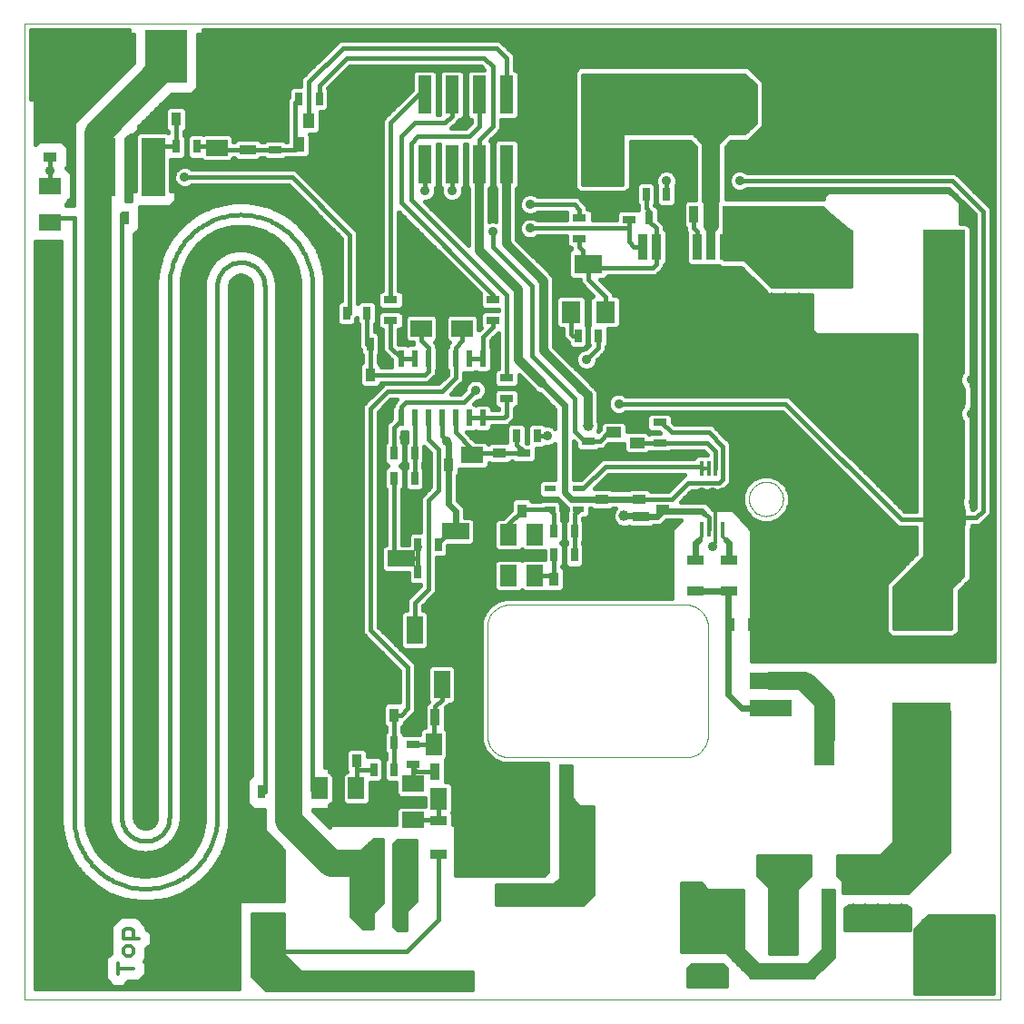
<source format=gtl>
G75*
G70*
%OFA0B0*%
%FSLAX24Y24*%
%IPPOS*%
%LPD*%
%AMOC8*
5,1,8,0,0,1.08239X$1,22.5*
%
%ADD10C,0.0130*%
%ADD11C,0.0000*%
%ADD12R,0.1575X0.0591*%
%ADD13R,0.0750X0.2000*%
%ADD14R,0.2000X0.0750*%
%ADD15R,0.0630X0.0354*%
%ADD16R,0.0138X0.0571*%
%ADD17R,0.2201X0.2500*%
%ADD18R,0.0358X0.0949*%
%ADD19R,0.0354X0.0630*%
%ADD20R,0.0984X0.0787*%
%ADD21R,0.1575X0.2126*%
%ADD22R,0.0512X0.0276*%
%ADD23R,0.0276X0.0512*%
%ADD24R,0.2126X0.1575*%
%ADD25R,0.0512X0.0354*%
%ADD26R,0.1575X0.1969*%
%ADD27R,0.0591X0.0787*%
%ADD28R,0.0787X0.0591*%
%ADD29R,0.0354X0.0512*%
%ADD30C,0.2441*%
%ADD31R,0.0512X0.1417*%
%ADD32R,0.0354X0.0984*%
%ADD33R,0.0236X0.0610*%
%ADD34R,0.1000X0.0600*%
%ADD35R,0.0600X0.1000*%
%ADD36R,0.0866X0.2165*%
%ADD37R,0.0394X0.0551*%
%ADD38R,0.0984X0.0354*%
%ADD39R,0.0413X0.0236*%
%ADD40R,0.0630X0.0787*%
%ADD41R,0.0551X0.0394*%
%ADD42R,0.0709X0.0787*%
%ADD43R,0.1024X0.0709*%
%ADD44C,0.0160*%
%ADD45C,0.0354*%
%ADD46C,0.0394*%
%ADD47C,0.0140*%
%ADD48C,0.0120*%
%ADD49C,0.0320*%
%ADD50C,0.0560*%
%ADD51C,0.0240*%
%ADD52C,0.1000*%
%ADD53C,0.0660*%
%ADD54C,0.0760*%
D10*
X005366Y002879D02*
X005366Y003259D01*
X005366Y003069D02*
X005937Y003069D01*
X005842Y003524D02*
X005937Y003619D01*
X005937Y003809D01*
X005842Y003904D01*
X005651Y003904D01*
X005556Y003809D01*
X005556Y003619D01*
X005651Y003524D01*
X005842Y003524D01*
X005937Y004168D02*
X005937Y004453D01*
X005842Y004548D01*
X005651Y004548D01*
X005556Y004453D01*
X005556Y004168D01*
X006127Y004168D01*
D11*
X001930Y001930D02*
X001930Y037757D01*
X037757Y037757D01*
X037757Y001930D01*
X001930Y001930D01*
X018927Y011627D02*
X018927Y015627D01*
X018929Y015682D01*
X018934Y015736D01*
X018944Y015790D01*
X018957Y015843D01*
X018973Y015895D01*
X018993Y015946D01*
X019017Y015995D01*
X019043Y016043D01*
X019073Y016088D01*
X019106Y016132D01*
X019142Y016173D01*
X019181Y016212D01*
X019222Y016248D01*
X019266Y016281D01*
X019311Y016311D01*
X019359Y016337D01*
X019408Y016361D01*
X019459Y016381D01*
X019511Y016397D01*
X019564Y016410D01*
X019618Y016420D01*
X019672Y016425D01*
X019727Y016427D01*
X026227Y016427D01*
X026282Y016425D01*
X026336Y016420D01*
X026390Y016410D01*
X026443Y016397D01*
X026495Y016381D01*
X026546Y016361D01*
X026595Y016337D01*
X026643Y016311D01*
X026688Y016281D01*
X026732Y016248D01*
X026773Y016212D01*
X026812Y016173D01*
X026848Y016132D01*
X026881Y016088D01*
X026911Y016043D01*
X026937Y015995D01*
X026961Y015946D01*
X026981Y015895D01*
X026997Y015843D01*
X027010Y015790D01*
X027020Y015736D01*
X027025Y015682D01*
X027027Y015627D01*
X027027Y011627D01*
X027025Y011572D01*
X027020Y011518D01*
X027010Y011464D01*
X026997Y011411D01*
X026981Y011359D01*
X026961Y011308D01*
X026937Y011259D01*
X026911Y011211D01*
X026881Y011166D01*
X026848Y011122D01*
X026812Y011081D01*
X026773Y011042D01*
X026732Y011006D01*
X026688Y010973D01*
X026643Y010943D01*
X026595Y010917D01*
X026546Y010893D01*
X026495Y010873D01*
X026443Y010857D01*
X026390Y010844D01*
X026336Y010834D01*
X026282Y010829D01*
X026227Y010827D01*
X019727Y010827D01*
X019672Y010829D01*
X019618Y010834D01*
X019564Y010844D01*
X019511Y010857D01*
X019459Y010873D01*
X019408Y010893D01*
X019359Y010917D01*
X019311Y010943D01*
X019266Y010973D01*
X019222Y011006D01*
X019181Y011042D01*
X019142Y011081D01*
X019106Y011122D01*
X019073Y011166D01*
X019043Y011211D01*
X019017Y011259D01*
X018993Y011308D01*
X018973Y011359D01*
X018957Y011411D01*
X018944Y011464D01*
X018934Y011518D01*
X018929Y011572D01*
X018927Y011627D01*
X028528Y020314D02*
X028531Y020371D01*
X028538Y020428D01*
X028551Y020484D01*
X028569Y020538D01*
X028592Y020591D01*
X028620Y020641D01*
X028652Y020689D01*
X028688Y020733D01*
X028728Y020774D01*
X028772Y020812D01*
X028818Y020845D01*
X028868Y020873D01*
X028920Y020897D01*
X028974Y020917D01*
X029030Y020931D01*
X029086Y020940D01*
X029144Y020944D01*
X029201Y020943D01*
X029258Y020936D01*
X029314Y020924D01*
X029369Y020908D01*
X029422Y020886D01*
X029473Y020860D01*
X029521Y020829D01*
X029567Y020794D01*
X029609Y020754D01*
X029647Y020712D01*
X029681Y020665D01*
X029711Y020616D01*
X029736Y020565D01*
X029756Y020511D01*
X029772Y020456D01*
X029782Y020400D01*
X029787Y020343D01*
X029787Y020285D01*
X029782Y020228D01*
X029772Y020172D01*
X029756Y020117D01*
X029736Y020063D01*
X029711Y020012D01*
X029681Y019963D01*
X029647Y019916D01*
X029609Y019874D01*
X029567Y019834D01*
X029521Y019799D01*
X029473Y019768D01*
X029422Y019742D01*
X029369Y019720D01*
X029314Y019704D01*
X029258Y019692D01*
X029201Y019685D01*
X029144Y019684D01*
X029086Y019688D01*
X029030Y019697D01*
X028974Y019711D01*
X028920Y019731D01*
X028868Y019755D01*
X028818Y019783D01*
X028772Y019816D01*
X028728Y019854D01*
X028688Y019895D01*
X028652Y019939D01*
X028620Y019987D01*
X028592Y020037D01*
X028569Y020090D01*
X028551Y020144D01*
X028538Y020200D01*
X028531Y020257D01*
X028528Y020314D01*
D12*
X031783Y019627D03*
X035720Y019627D03*
X035720Y024064D03*
X031783Y024064D03*
X029329Y014627D03*
X029329Y013627D03*
X029329Y012627D03*
X027783Y034627D03*
X031720Y034627D03*
D13*
X031296Y011537D03*
X026405Y005233D03*
X022474Y008020D03*
X014261Y006426D03*
X011117Y003702D03*
D14*
X017420Y002617D03*
X020208Y005761D03*
X029796Y006847D03*
X032796Y006847D03*
D15*
X032377Y006049D03*
X033252Y006049D03*
X034127Y006049D03*
X034127Y004829D03*
X033252Y004829D03*
X032377Y004829D03*
X027439Y003799D03*
X026564Y003799D03*
X026564Y002579D03*
X027439Y002579D03*
X017127Y007266D03*
X017127Y008487D03*
X026564Y016931D03*
X026564Y018072D03*
X027814Y018072D03*
X027814Y016931D03*
X024564Y018454D03*
X024564Y019674D03*
X010127Y033141D03*
X010127Y034362D03*
D16*
X026805Y021426D03*
X027061Y021426D03*
X027317Y021426D03*
X027573Y021426D03*
X027573Y019202D03*
X027317Y019202D03*
X027061Y019202D03*
X026805Y019202D03*
D17*
X026127Y025937D03*
D18*
X026127Y029559D03*
X025627Y029559D03*
X025127Y029559D03*
X024627Y029559D03*
X026627Y029559D03*
X027127Y029559D03*
X027627Y029559D03*
D19*
X027737Y030752D03*
X026516Y030752D03*
X018237Y012314D03*
X017016Y012314D03*
X017016Y010314D03*
X018237Y010314D03*
X020516Y010252D03*
X020516Y009377D03*
X020516Y008502D03*
X020516Y007627D03*
X020516Y006752D03*
X021737Y006752D03*
X021737Y007627D03*
X021737Y008502D03*
X021737Y009377D03*
X021737Y010252D03*
X016112Y007502D03*
X016112Y006627D03*
X016112Y005752D03*
X015674Y004877D03*
X014891Y005752D03*
X014891Y006627D03*
X014891Y007502D03*
X014454Y004877D03*
X010424Y004814D03*
X010424Y003939D03*
X010424Y003064D03*
X009204Y003064D03*
X009204Y003939D03*
X009204Y004814D03*
X028204Y004814D03*
X028204Y005689D03*
X029424Y005689D03*
X030141Y005689D03*
X030141Y004814D03*
X029424Y004814D03*
X029424Y003939D03*
X030141Y003939D03*
X031362Y003939D03*
X031362Y004814D03*
X031362Y005689D03*
X028204Y003939D03*
D20*
X029627Y027050D03*
X029627Y028703D03*
D21*
X031438Y029127D03*
X035690Y029127D03*
D22*
X025252Y023126D03*
X025252Y022378D03*
X022627Y022438D03*
X022627Y021690D03*
X020252Y022001D03*
X020252Y021253D03*
X019627Y024003D03*
X019627Y024751D03*
X019127Y026878D03*
X019127Y027626D03*
X022314Y029878D03*
X022314Y030626D03*
X024127Y030565D03*
X024127Y031313D03*
X015377Y027626D03*
X015377Y026878D03*
X011127Y033128D03*
X011127Y033876D03*
X016189Y011313D03*
X016189Y010565D03*
D23*
X015501Y010377D03*
X014753Y010377D03*
X014753Y011377D03*
X015501Y011377D03*
X010626Y009564D03*
X009878Y009564D03*
X016378Y017627D03*
X017126Y017627D03*
X017126Y018627D03*
X016378Y018627D03*
X016251Y021064D03*
X015503Y021064D03*
X015503Y022002D03*
X016251Y022002D03*
X020003Y022627D03*
X020751Y022627D03*
X021378Y019127D03*
X022126Y019127D03*
X022126Y018252D03*
X021378Y018252D03*
X027878Y015689D03*
X028626Y015689D03*
X023001Y026314D03*
X022253Y026314D03*
X024878Y030627D03*
X025626Y030627D03*
X025501Y031502D03*
X024753Y031502D03*
X014501Y027127D03*
X013753Y027127D03*
X013878Y026002D03*
X014626Y026002D03*
X008251Y033252D03*
X007503Y033252D03*
X006376Y030627D03*
X005628Y030627D03*
X012003Y035002D03*
X012751Y035002D03*
D24*
X034877Y016315D03*
X034877Y012063D03*
D25*
X025377Y019940D03*
X025377Y020688D03*
X024502Y020315D03*
X024502Y021063D03*
X023127Y020313D03*
X023127Y019565D03*
X019377Y021253D03*
X019377Y022001D03*
X002877Y032878D03*
X002877Y033626D03*
D26*
X007127Y036564D03*
X009877Y036564D03*
D27*
X016957Y011314D03*
X018296Y011314D03*
X018483Y009314D03*
X017145Y009314D03*
X014108Y009689D03*
X012770Y009689D03*
D28*
X016189Y009858D03*
X016189Y008520D03*
X018377Y020582D03*
X018377Y021921D03*
X018002Y026582D03*
X018002Y027921D03*
X016502Y027921D03*
X016502Y026582D03*
X009002Y033207D03*
X009002Y034546D03*
X002877Y031796D03*
X002877Y030457D03*
D29*
X007503Y034252D03*
X008251Y034252D03*
X013878Y024877D03*
X014626Y024877D03*
X016753Y021564D03*
X017501Y021564D03*
X019440Y019877D03*
X020188Y019877D03*
X021378Y017377D03*
X022126Y017377D03*
X015501Y012377D03*
X014753Y012377D03*
X014126Y010689D03*
X013378Y010689D03*
X026378Y031877D03*
X027126Y031877D03*
D30*
X035985Y035985D03*
X035985Y003701D03*
X003701Y003701D03*
X003701Y035985D03*
D31*
X016627Y035152D03*
X017627Y035152D03*
X018627Y035152D03*
X019627Y035152D03*
X020627Y035152D03*
X021627Y035152D03*
X022627Y035152D03*
X023627Y035152D03*
X023627Y032601D03*
X022627Y032601D03*
X021627Y032601D03*
X020627Y032601D03*
X019627Y032601D03*
X018627Y032601D03*
X017627Y032601D03*
X016627Y032601D03*
D32*
X025891Y032877D03*
X027112Y032877D03*
D33*
X018752Y025467D03*
X018252Y025467D03*
X017752Y025467D03*
X017252Y025467D03*
X016752Y025467D03*
X016252Y025467D03*
X015752Y025467D03*
X015752Y023286D03*
X016252Y023286D03*
X016752Y023286D03*
X017252Y023286D03*
X017752Y023286D03*
X018252Y023286D03*
X018752Y023286D03*
D34*
X017752Y019127D03*
X017752Y017127D03*
X015752Y018127D03*
D35*
X016252Y015502D03*
X017252Y013502D03*
X015252Y013502D03*
D36*
X006657Y032502D03*
X004846Y032502D03*
D37*
X012003Y033319D03*
X012751Y033319D03*
X012377Y034185D03*
D38*
X025064Y035391D03*
X025064Y036612D03*
X026377Y036612D03*
X026377Y035391D03*
D39*
X022283Y020688D03*
X022283Y020314D03*
X022283Y019940D03*
X021220Y019940D03*
X021220Y020314D03*
X021220Y020688D03*
D40*
X020661Y019000D03*
X019717Y019000D03*
X019717Y017504D03*
X020661Y017504D03*
D41*
X023569Y022003D03*
X023569Y022751D03*
X024435Y022377D03*
D42*
X023257Y027175D03*
X021997Y027175D03*
D43*
X022627Y028946D03*
D44*
X022627Y028877D01*
X022627Y028946D01*
X022439Y028814D01*
X022627Y028814D01*
X022627Y028877D01*
X022627Y028877D01*
X022627Y028877D01*
X022627Y028814D02*
X025002Y028814D01*
X025127Y028939D01*
X025127Y029559D01*
X025127Y030252D01*
X024877Y030502D01*
X024878Y030502D01*
X024878Y030627D01*
X024878Y030876D01*
X024752Y031002D01*
X024753Y031502D01*
X025110Y031457D02*
X025143Y031457D01*
X025143Y031299D02*
X025110Y031299D01*
X025110Y031155D02*
X025110Y031849D01*
X024981Y031977D01*
X024524Y031977D01*
X024395Y031849D01*
X024395Y031155D01*
X024452Y031098D01*
X024452Y030923D01*
X023779Y030923D01*
X023651Y030794D01*
X023651Y030552D01*
X022790Y030552D01*
X022790Y030854D01*
X022661Y030983D01*
X022614Y030983D01*
X022614Y031063D01*
X022438Y031239D01*
X022251Y031427D01*
X022002Y031427D01*
X020763Y031427D01*
X020727Y031463D01*
X020581Y031524D01*
X020423Y031524D01*
X020277Y031463D01*
X020165Y031352D01*
X020104Y031206D01*
X020104Y031048D01*
X020165Y030902D01*
X020277Y030790D01*
X020423Y030729D01*
X020581Y030729D01*
X020727Y030790D01*
X020763Y030827D01*
X021838Y030827D01*
X021838Y030552D01*
X020763Y030552D01*
X020727Y030588D01*
X020581Y030649D01*
X020423Y030649D01*
X020277Y030588D01*
X020165Y030477D01*
X020104Y030331D01*
X020104Y030173D01*
X020165Y030027D01*
X020277Y029915D01*
X020423Y029854D01*
X020581Y029854D01*
X020727Y029915D01*
X020763Y029952D01*
X021838Y029952D01*
X021838Y029649D01*
X021967Y029520D01*
X022014Y029520D01*
X022014Y029511D01*
X021895Y029392D01*
X021895Y028501D01*
X022024Y028372D01*
X022327Y028372D01*
X022327Y028252D01*
X022502Y028077D01*
X022801Y027778D01*
X022682Y027660D01*
X022682Y026701D01*
X022571Y026701D01*
X022571Y027660D01*
X022442Y027789D01*
X021551Y027789D01*
X021422Y027660D01*
X021422Y026690D01*
X021551Y026561D01*
X021702Y026561D01*
X021702Y026501D01*
X021702Y026252D01*
X021764Y026190D01*
X021764Y026190D01*
X021846Y026108D01*
X021852Y026102D01*
X021895Y026059D01*
X021895Y025967D01*
X022024Y025838D01*
X022481Y025838D01*
X022610Y025967D01*
X022610Y026661D01*
X022571Y026701D01*
X022591Y026709D02*
X022591Y027668D01*
X022450Y027809D01*
X021543Y027809D01*
X021402Y027668D01*
X021402Y026682D01*
X021543Y026541D01*
X021682Y026541D01*
X021682Y026509D01*
X021682Y026244D01*
X021744Y026182D01*
X021744Y026182D01*
X021834Y026092D01*
X021838Y026088D01*
X021875Y026051D01*
X021875Y025959D01*
X022015Y025818D01*
X022390Y025818D01*
X022328Y025793D01*
X022211Y025675D01*
X022147Y025522D01*
X022147Y025356D01*
X022211Y025203D01*
X022328Y025085D01*
X022481Y025022D01*
X022647Y025022D01*
X022800Y025085D01*
X022918Y025203D01*
X022981Y025356D01*
X022981Y025404D01*
X023134Y025556D01*
X023322Y025744D01*
X023322Y025876D01*
X023322Y025882D01*
X023322Y025902D01*
X023378Y025959D01*
X023378Y026541D01*
X023710Y026541D01*
X023851Y026682D01*
X023851Y027668D01*
X023710Y027809D01*
X023577Y027809D01*
X023577Y027879D01*
X023104Y028352D01*
X023238Y028352D01*
X023378Y028493D01*
X023378Y028494D01*
X024869Y028494D01*
X025134Y028494D01*
X025447Y028807D01*
X025447Y028886D01*
X025546Y028985D01*
X025546Y030133D01*
X025447Y030232D01*
X025447Y030384D01*
X025255Y030575D01*
X025255Y030982D01*
X025115Y031122D01*
X025107Y031122D01*
X025127Y031143D01*
X025263Y031006D01*
X025738Y031006D01*
X025878Y031146D01*
X025878Y031821D01*
X025919Y031919D01*
X025919Y032085D01*
X025855Y032238D01*
X025738Y032355D01*
X025585Y032419D01*
X025419Y032419D01*
X025265Y032355D01*
X025148Y032238D01*
X025084Y032085D01*
X025084Y031919D01*
X025096Y031892D01*
X024990Y031997D01*
X024515Y031997D01*
X024375Y031857D01*
X024375Y031146D01*
X024432Y031089D01*
X024432Y030943D01*
X023771Y030943D01*
X023631Y030802D01*
X023631Y030572D01*
X022810Y030572D01*
X022810Y030863D01*
X022669Y031003D01*
X022634Y031003D01*
X022634Y031072D01*
X022447Y031259D01*
X022259Y031447D01*
X021994Y031447D01*
X020772Y031447D01*
X020738Y031480D01*
X020585Y031544D01*
X020419Y031544D01*
X020265Y031480D01*
X020252Y031467D01*
X020252Y037517D01*
X037517Y037517D01*
X037517Y024627D01*
X037447Y024627D01*
X037446Y030744D01*
X037447Y030744D01*
X037447Y031009D01*
X037446Y031009D01*
X037259Y031197D01*
X036322Y032134D01*
X036134Y032322D01*
X028459Y032322D01*
X028425Y032355D01*
X028272Y032419D01*
X028106Y032419D01*
X027953Y032355D01*
X027835Y032238D01*
X027772Y032085D01*
X027772Y031919D01*
X027835Y031765D01*
X027953Y031648D01*
X028106Y031584D01*
X028272Y031584D01*
X028425Y031648D01*
X028459Y031682D01*
X035869Y031682D01*
X036807Y030744D01*
X036807Y024627D01*
X036697Y024627D01*
X036697Y027943D01*
X036717Y027964D01*
X036717Y030289D01*
X036577Y030430D01*
X036526Y030430D01*
X036509Y030447D01*
X036302Y030447D01*
X036302Y030940D01*
X036302Y031188D01*
X036052Y031438D01*
X035876Y031614D01*
X031688Y031614D01*
X031440Y031614D01*
X031264Y031438D01*
X031264Y031322D01*
X027759Y031322D01*
X027697Y031322D01*
X027697Y031384D01*
X027697Y033244D01*
X027884Y033432D01*
X028509Y033432D01*
X028697Y033619D01*
X029072Y033994D01*
X029072Y034259D01*
X029072Y035634D01*
X028884Y035822D01*
X028509Y036197D01*
X028244Y036197D01*
X022307Y036197D01*
X022119Y036009D01*
X022119Y035744D01*
X022119Y032009D01*
X022119Y031744D01*
X022307Y031557D01*
X024009Y031557D01*
X024197Y031744D01*
X024197Y032009D01*
X024197Y033432D01*
X026369Y033432D01*
X026557Y033244D01*
X026557Y031287D01*
X026248Y031287D01*
X026119Y031158D01*
X026119Y030346D01*
X026202Y030263D01*
X026202Y030127D01*
X026227Y030102D01*
X026227Y028993D01*
X026356Y028864D01*
X026897Y028864D01*
X027397Y028864D01*
X027436Y028864D01*
X027494Y028807D01*
X027759Y028807D01*
X028244Y028807D01*
X029057Y027994D01*
X029132Y027919D01*
X029150Y027900D01*
X029202Y027849D01*
X029244Y027807D01*
X030827Y027807D01*
X030827Y027627D01*
X030827Y026751D01*
X030827Y026502D01*
X031002Y026327D01*
X034502Y026327D01*
X034682Y026327D01*
X034682Y019864D01*
X034251Y019864D01*
X030001Y024114D01*
X029752Y024114D01*
X024013Y024114D01*
X023977Y024151D01*
X023831Y024211D01*
X023673Y024211D01*
X023527Y024151D01*
X023415Y024039D01*
X023354Y023893D01*
X023354Y023735D01*
X023415Y023589D01*
X023527Y023477D01*
X023673Y023417D01*
X023831Y023417D01*
X023977Y023477D01*
X024013Y023514D01*
X029752Y023514D01*
X033941Y019326D01*
X034002Y019264D01*
X034682Y019264D01*
X034682Y018322D01*
X033744Y017384D01*
X033557Y017197D01*
X033557Y015432D01*
X033744Y015244D01*
X034009Y015244D01*
X034009Y015244D01*
X035807Y015244D01*
X036072Y015244D01*
X036259Y015432D01*
X036259Y016932D01*
X036509Y017182D01*
X036697Y017369D01*
X036697Y019209D01*
X036727Y019240D01*
X036727Y019327D01*
X037001Y019327D01*
X037177Y019502D01*
X037427Y019752D01*
X037427Y019860D01*
X037427Y019877D01*
X037427Y019885D01*
X037427Y020001D01*
X037426Y030752D01*
X037427Y030752D01*
X037427Y031001D01*
X037426Y031001D01*
X037251Y031177D01*
X036302Y032126D01*
X036126Y032302D01*
X028451Y032302D01*
X028414Y032338D01*
X028268Y032399D01*
X028110Y032399D01*
X027964Y032338D01*
X027852Y032227D01*
X027792Y032081D01*
X027792Y031923D01*
X027852Y031777D01*
X027964Y031665D01*
X028110Y031604D01*
X028268Y031604D01*
X028414Y031665D01*
X028451Y031702D01*
X035877Y031702D01*
X036827Y030752D01*
X036827Y020001D01*
X036752Y019927D01*
X036727Y019927D01*
X036727Y020013D01*
X036697Y020044D01*
X036697Y023647D01*
X036727Y023678D01*
X036727Y024451D01*
X036697Y024481D01*
X036827Y024481D01*
X036697Y024481D02*
X036697Y027972D01*
X036697Y027972D01*
X036697Y030281D01*
X036569Y030410D01*
X036546Y030410D01*
X036509Y030447D01*
X036322Y030447D01*
X036322Y030932D01*
X036322Y031197D01*
X036072Y031447D01*
X035884Y031634D01*
X031697Y031634D01*
X031432Y031634D01*
X031244Y031447D01*
X031244Y031322D01*
X027759Y031322D01*
X027697Y031322D01*
X027697Y031384D01*
X027697Y033244D01*
X027884Y033432D01*
X028509Y033432D01*
X028697Y033619D01*
X029072Y033994D01*
X029072Y034259D01*
X029072Y035634D01*
X028884Y035822D01*
X028509Y036197D01*
X028244Y036197D01*
X022307Y036197D01*
X022119Y036009D01*
X022119Y035744D01*
X022119Y032009D01*
X022119Y031744D01*
X022307Y031557D01*
X024009Y031557D01*
X024197Y031744D01*
X024197Y032009D01*
X024197Y033432D01*
X026369Y033432D01*
X026557Y033244D01*
X026557Y031307D01*
X026240Y031307D01*
X026099Y031166D01*
X026099Y030337D01*
X026182Y030255D01*
X026182Y030119D01*
X026207Y030093D01*
X026207Y028985D01*
X026348Y028844D01*
X026905Y028844D01*
X027405Y028844D01*
X027456Y028844D01*
X027494Y028807D01*
X027759Y028807D01*
X028244Y028807D01*
X029057Y027994D01*
X029132Y027919D01*
X029150Y027900D01*
X029202Y027849D01*
X029244Y027807D01*
X030807Y027807D01*
X030807Y027619D01*
X030807Y026759D01*
X030807Y026494D01*
X030994Y026307D01*
X034494Y026307D01*
X034682Y026307D01*
X034682Y024627D01*
X022692Y024627D01*
X021402Y025917D01*
X021402Y028480D01*
X021167Y028714D01*
X020252Y029630D01*
X020252Y029912D01*
X020265Y029898D01*
X020419Y029834D01*
X020585Y029834D01*
X020738Y029898D01*
X020772Y029932D01*
X021818Y029932D01*
X021818Y029640D01*
X021959Y029500D01*
X021974Y029500D01*
X021875Y029400D01*
X021875Y028493D01*
X022015Y028352D01*
X022307Y028352D01*
X022307Y028244D01*
X022494Y028057D01*
X022773Y027778D01*
X022662Y027668D01*
X022662Y026709D01*
X022627Y026673D01*
X022591Y026709D01*
X022599Y026701D02*
X022654Y026701D01*
X022682Y026701D02*
X022643Y026661D01*
X022643Y025967D01*
X022655Y025955D01*
X022537Y025836D01*
X022485Y025836D01*
X022339Y025776D01*
X022227Y025664D01*
X022167Y025518D01*
X022167Y025360D01*
X022227Y025214D01*
X022339Y025102D01*
X022485Y025042D01*
X022643Y025042D01*
X022789Y025102D01*
X022901Y025214D01*
X022961Y025360D01*
X022961Y025412D01*
X023126Y025576D01*
X023302Y025752D01*
X023302Y025876D01*
X023302Y025882D01*
X023302Y025910D01*
X023358Y025967D01*
X023358Y026561D01*
X023702Y026561D01*
X023831Y026690D01*
X023831Y027660D01*
X023702Y027789D01*
X023557Y027789D01*
X023557Y027871D01*
X023055Y028372D01*
X023230Y028372D01*
X023358Y028501D01*
X023358Y028514D01*
X024877Y028514D01*
X025126Y028514D01*
X025427Y028815D01*
X025427Y028894D01*
X025526Y028993D01*
X025526Y030124D01*
X025427Y030223D01*
X025427Y030376D01*
X025235Y030567D01*
X025235Y030974D01*
X025106Y031102D01*
X025075Y031102D01*
X025067Y031111D01*
X025110Y031155D01*
X025124Y031140D02*
X025129Y031140D01*
X025143Y031155D02*
X025272Y031026D01*
X025730Y031026D01*
X025858Y031155D01*
X025858Y031825D01*
X025899Y031923D01*
X025899Y032081D01*
X025838Y032227D01*
X025727Y032338D01*
X025581Y032399D01*
X025423Y032399D01*
X025277Y032338D01*
X025165Y032227D01*
X025104Y032081D01*
X025104Y031923D01*
X025143Y031830D01*
X025143Y031155D01*
X025157Y031140D02*
X025096Y031140D01*
X025227Y030981D02*
X026119Y030981D01*
X026099Y030981D02*
X025255Y030981D01*
X025255Y030823D02*
X026099Y030823D01*
X026119Y030823D02*
X025235Y030823D01*
X025235Y030664D02*
X026119Y030664D01*
X026099Y030664D02*
X025255Y030664D01*
X025297Y030506D02*
X026119Y030506D01*
X026099Y030506D02*
X025325Y030506D01*
X025427Y030347D02*
X026119Y030347D01*
X026099Y030347D02*
X025447Y030347D01*
X025461Y030189D02*
X026202Y030189D01*
X026182Y030189D02*
X025489Y030189D01*
X025526Y030030D02*
X026227Y030030D01*
X026207Y030030D02*
X025546Y030030D01*
X025546Y029872D02*
X026207Y029872D01*
X026227Y029872D02*
X025526Y029872D01*
X025526Y029713D02*
X026227Y029713D01*
X026207Y029713D02*
X025546Y029713D01*
X025546Y029555D02*
X026207Y029555D01*
X026227Y029555D02*
X025526Y029555D01*
X025627Y029559D02*
X025627Y028752D01*
X026127Y028752D01*
X026127Y030377D01*
X025877Y030627D01*
X026002Y030752D01*
X026002Y031752D01*
X026127Y031877D01*
X026378Y031877D01*
X026557Y031933D02*
X025899Y031933D01*
X025919Y031933D02*
X026557Y031933D01*
X026557Y032091D02*
X025894Y032091D01*
X025916Y032091D02*
X026557Y032091D01*
X026557Y032250D02*
X025815Y032250D01*
X025843Y032250D02*
X026557Y032250D01*
X026557Y032408D02*
X024197Y032408D01*
X025394Y032408D01*
X025610Y032408D02*
X026557Y032408D01*
X026557Y032567D02*
X024197Y032567D01*
X026557Y032567D01*
X026557Y032725D02*
X024197Y032725D01*
X026557Y032725D01*
X026557Y032884D02*
X024197Y032884D01*
X026557Y032884D01*
X026557Y033043D02*
X024197Y033043D01*
X026557Y033043D01*
X026557Y033201D02*
X024197Y033201D01*
X026557Y033201D01*
X026441Y033360D02*
X024197Y033360D01*
X026441Y033360D01*
X026735Y033518D02*
X027518Y033518D01*
X027377Y033377D02*
X027752Y033752D01*
X028377Y033752D01*
X028752Y034127D01*
X028752Y035502D01*
X028377Y035877D01*
X022439Y035877D01*
X022439Y031877D01*
X023877Y031877D01*
X023877Y033752D01*
X026502Y033752D01*
X026877Y033377D01*
X026877Y031252D01*
X027377Y031252D01*
X027377Y033377D01*
X027377Y033360D02*
X026877Y033360D01*
X026877Y033201D02*
X027377Y033201D01*
X027377Y033043D02*
X026877Y033043D01*
X026877Y032884D02*
X027377Y032884D01*
X027377Y032725D02*
X026877Y032725D01*
X026877Y032567D02*
X027377Y032567D01*
X027377Y032408D02*
X026877Y032408D01*
X026877Y032250D02*
X027377Y032250D01*
X027377Y032091D02*
X026877Y032091D01*
X026877Y031933D02*
X027377Y031933D01*
X027377Y031774D02*
X026877Y031774D01*
X026877Y031616D02*
X027377Y031616D01*
X027377Y031457D02*
X026877Y031457D01*
X026877Y031299D02*
X027377Y031299D01*
X027697Y031457D02*
X031283Y031457D01*
X031255Y031457D02*
X027697Y031457D01*
X027697Y031616D02*
X028083Y031616D01*
X028031Y031616D02*
X027697Y031616D01*
X027697Y031774D02*
X027855Y031774D01*
X027832Y031774D02*
X027697Y031774D01*
X027697Y031933D02*
X027792Y031933D01*
X027772Y031933D02*
X027697Y031933D01*
X027697Y032091D02*
X027796Y032091D01*
X027775Y032091D02*
X027697Y032091D01*
X027697Y032250D02*
X027876Y032250D01*
X027847Y032250D02*
X027697Y032250D01*
X027697Y032408D02*
X037519Y032408D01*
X037517Y032408D02*
X028297Y032408D01*
X028081Y032408D02*
X027697Y032408D01*
X027697Y032567D02*
X037519Y032567D01*
X037517Y032567D02*
X027697Y032567D01*
X027697Y032725D02*
X037519Y032725D01*
X037517Y032725D02*
X027697Y032725D01*
X027697Y032884D02*
X037519Y032884D01*
X037517Y032884D02*
X027697Y032884D01*
X027697Y033043D02*
X037519Y033043D01*
X037517Y033043D02*
X027697Y033043D01*
X027697Y033201D02*
X037519Y033201D01*
X037517Y033201D02*
X027697Y033201D01*
X027812Y033360D02*
X037519Y033360D01*
X037517Y033360D02*
X027812Y033360D01*
X027677Y033677D02*
X026576Y033677D01*
X027112Y032877D02*
X027127Y032877D01*
X026557Y031774D02*
X025858Y031774D01*
X025878Y031774D02*
X026557Y031774D01*
X026557Y031616D02*
X025858Y031616D01*
X025878Y031616D02*
X026557Y031616D01*
X026557Y031457D02*
X025858Y031457D01*
X025878Y031457D02*
X026557Y031457D01*
X026557Y031299D02*
X025858Y031299D01*
X025878Y031299D02*
X026232Y031299D01*
X026119Y031140D02*
X025844Y031140D01*
X025872Y031140D02*
X026099Y031140D01*
X026502Y030877D02*
X026502Y030252D01*
X026627Y030127D01*
X026627Y029559D01*
X026227Y029396D02*
X025526Y029396D01*
X025546Y029396D02*
X026207Y029396D01*
X026207Y029238D02*
X025546Y029238D01*
X025526Y029238D02*
X026227Y029238D01*
X026227Y029079D02*
X025526Y029079D01*
X025546Y029079D02*
X026207Y029079D01*
X026272Y028920D02*
X025481Y028920D01*
X025453Y028920D02*
X026300Y028920D01*
X025402Y028762D02*
X028289Y028762D01*
X025374Y028762D01*
X025243Y028603D02*
X028447Y028603D01*
X025215Y028603D01*
X024627Y029559D02*
X024627Y029564D01*
X024314Y029564D01*
X024127Y029752D01*
X024127Y030252D01*
X024127Y030252D01*
X024127Y030252D01*
X020502Y030252D01*
X020622Y029872D02*
X021838Y029872D01*
X021818Y029872D02*
X020675Y029872D01*
X020381Y029872D02*
X020007Y029872D01*
X020007Y029846D02*
X020007Y031705D01*
X020102Y031801D01*
X020102Y033401D01*
X019974Y033530D01*
X019280Y033530D01*
X019151Y033401D01*
X019151Y031801D01*
X019247Y031705D01*
X019247Y030507D01*
X019206Y030524D01*
X019048Y030524D01*
X019007Y030507D01*
X019007Y031705D01*
X019102Y031801D01*
X019102Y033401D01*
X019026Y033477D01*
X019251Y033702D01*
X019427Y033877D01*
X019427Y034224D01*
X019974Y034224D01*
X020102Y034352D01*
X020102Y035952D01*
X019974Y036081D01*
X019927Y036081D01*
X019927Y036626D01*
X019751Y036802D01*
X019376Y037177D01*
X019127Y037177D01*
X013502Y037177D01*
X013327Y037001D01*
X012077Y035751D01*
X012077Y035502D01*
X012077Y035477D01*
X011774Y035477D01*
X011645Y035349D01*
X011645Y035069D01*
X011577Y035001D01*
X011577Y034752D01*
X011577Y033428D01*
X011531Y033428D01*
X011474Y033485D01*
X010780Y033485D01*
X010722Y033428D01*
X010644Y033428D01*
X010533Y033539D01*
X009721Y033539D01*
X009623Y033441D01*
X009615Y033441D01*
X009615Y033594D01*
X009486Y033723D01*
X008517Y033723D01*
X008501Y033706D01*
X008480Y033727D01*
X008022Y033727D01*
X007893Y033599D01*
X007893Y032905D01*
X008022Y032776D01*
X008433Y032776D01*
X008517Y032692D01*
X009486Y032692D01*
X009615Y032821D01*
X009615Y032841D01*
X009623Y032841D01*
X009721Y032744D01*
X010533Y032744D01*
X010616Y032828D01*
X010722Y032828D01*
X010780Y032770D01*
X011474Y032770D01*
X011531Y032828D01*
X011710Y032828D01*
X011715Y032823D01*
X012291Y032823D01*
X012419Y032952D01*
X012419Y033685D01*
X012416Y033689D01*
X012665Y033689D01*
X012793Y033818D01*
X012793Y034526D01*
X012980Y034526D01*
X013108Y034655D01*
X013108Y035349D01*
X013066Y035391D01*
X013876Y036202D01*
X018690Y036202D01*
X018811Y036081D01*
X018280Y036081D01*
X018151Y035952D01*
X018151Y034352D01*
X018280Y034224D01*
X018327Y034224D01*
X018327Y034126D01*
X018127Y033927D01*
X017601Y033927D01*
X017751Y034077D01*
X017898Y034224D01*
X017974Y034224D01*
X018102Y034352D01*
X018102Y035952D01*
X017974Y036081D01*
X017280Y036081D01*
X017151Y035952D01*
X017151Y034427D01*
X017102Y034427D01*
X017102Y035952D01*
X016974Y036081D01*
X016280Y036081D01*
X016151Y035952D01*
X016151Y035325D01*
X015077Y034251D01*
X015077Y034002D01*
X015077Y027983D01*
X015030Y027983D01*
X014901Y027855D01*
X014901Y027397D01*
X015030Y027268D01*
X015724Y027268D01*
X015852Y027397D01*
X015852Y027855D01*
X015724Y027983D01*
X015677Y027983D01*
X015677Y030840D01*
X018656Y027860D01*
X018651Y027855D01*
X018651Y027397D01*
X018780Y027268D01*
X019327Y027268D01*
X019327Y027235D01*
X018780Y027235D01*
X018651Y027106D01*
X018651Y026649D01*
X018688Y026612D01*
X018615Y026539D01*
X018615Y026969D01*
X018486Y027098D01*
X017517Y027098D01*
X017388Y026969D01*
X017388Y026196D01*
X017517Y026067D01*
X017518Y026067D01*
X017452Y026001D01*
X017452Y025901D01*
X017414Y025863D01*
X017414Y025071D01*
X017452Y025033D01*
X017452Y024876D01*
X017127Y024552D01*
X015127Y024552D01*
X014952Y024376D01*
X014327Y023751D01*
X014327Y023502D01*
X014327Y015377D01*
X014502Y015202D01*
X015702Y014002D01*
X015702Y012852D01*
X015232Y012852D01*
X015103Y012724D01*
X015103Y012030D01*
X015201Y011932D01*
X015201Y011781D01*
X015143Y011724D01*
X015143Y011030D01*
X015201Y010972D01*
X015201Y010781D01*
X015143Y010724D01*
X015143Y010030D01*
X015272Y009901D01*
X015575Y009901D01*
X015575Y009472D01*
X015704Y009343D01*
X016629Y009343D01*
X016629Y009035D01*
X015704Y009035D01*
X015575Y008906D01*
X015575Y008377D01*
X013127Y008377D01*
X013127Y009075D01*
X013156Y009075D01*
X013285Y009204D01*
X013285Y010174D01*
X013156Y010303D01*
X013127Y010303D01*
X013127Y030002D01*
X011377Y031627D01*
X007310Y031627D01*
X007310Y032776D01*
X007731Y032776D01*
X007860Y032905D01*
X007860Y033599D01*
X007803Y033656D01*
X007803Y033807D01*
X007900Y033905D01*
X007900Y034599D01*
X007771Y034727D01*
X007234Y034727D01*
X007105Y034599D01*
X007105Y033905D01*
X007203Y033807D01*
X007203Y033783D01*
X007181Y033804D01*
X006133Y033804D01*
X006004Y033675D01*
X006004Y031627D01*
X005752Y031627D01*
X005752Y033502D01*
X007252Y035002D01*
X008502Y035002D01*
X008502Y037519D01*
X037519Y037519D01*
X037519Y014377D01*
X028627Y014377D01*
X028627Y019189D01*
X027939Y019939D01*
X027217Y019939D01*
X027217Y019955D01*
X027117Y020055D01*
X027036Y020135D01*
X026955Y020216D01*
X026955Y020217D01*
X026673Y020217D01*
X026673Y020216D02*
X026022Y020217D01*
X026434Y020608D01*
X027315Y020608D01*
X027421Y020608D01*
X027439Y020608D01*
X027563Y020608D01*
X027739Y020784D01*
X027873Y020917D01*
X027873Y021166D01*
X027873Y021302D01*
X027873Y022119D01*
X027873Y022367D01*
X027785Y022455D01*
X027754Y022486D01*
X027697Y022543D01*
X027189Y023051D01*
X027038Y023051D01*
X025813Y023051D01*
X025727Y023138D01*
X025727Y023355D01*
X025599Y023483D01*
X024905Y023483D01*
X024776Y023355D01*
X024776Y022897D01*
X024905Y022768D01*
X025249Y022768D01*
X025281Y022735D01*
X024905Y022735D01*
X024882Y022713D01*
X024801Y022793D01*
X024068Y022793D01*
X024064Y022790D01*
X024064Y023039D01*
X023935Y023167D01*
X023202Y023167D01*
X023073Y023039D01*
X023073Y022872D01*
X022990Y022789D01*
X023044Y022919D01*
X023044Y023085D01*
X023007Y023173D01*
X023007Y024284D01*
X022916Y024374D01*
X022895Y024395D01*
X022895Y024396D01*
X022784Y024507D01*
X022702Y024589D01*
X021382Y025909D01*
X021382Y028471D01*
X021159Y028694D01*
X020007Y029846D01*
X020007Y030030D02*
X020163Y030030D01*
X020104Y030189D02*
X020007Y030189D01*
X020007Y030347D02*
X020111Y030347D01*
X020194Y030506D02*
X020007Y030506D01*
X020007Y030664D02*
X021838Y030664D01*
X021818Y030664D02*
X020595Y030664D01*
X020585Y030669D02*
X020419Y030669D01*
X020265Y030605D01*
X020252Y030591D01*
X020252Y030787D01*
X020265Y030773D01*
X020419Y030709D01*
X020585Y030709D01*
X020738Y030773D01*
X020772Y030807D01*
X021818Y030807D01*
X021818Y030572D01*
X020772Y030572D01*
X020738Y030605D01*
X020585Y030669D01*
X020408Y030664D02*
X020252Y030664D01*
X020244Y030823D02*
X020007Y030823D01*
X020007Y030981D02*
X020132Y030981D01*
X020104Y031140D02*
X020007Y031140D01*
X020007Y031299D02*
X020143Y031299D01*
X020270Y031457D02*
X020007Y031457D01*
X020007Y031616D02*
X022248Y031616D01*
X020252Y031616D01*
X020252Y031774D02*
X022119Y031774D01*
X020075Y031774D01*
X020102Y031933D02*
X022119Y031933D01*
X020252Y031933D01*
X020252Y032091D02*
X022119Y032091D01*
X020102Y032091D01*
X020102Y032250D02*
X022119Y032250D01*
X020252Y032250D01*
X020252Y032408D02*
X022119Y032408D01*
X020102Y032408D01*
X020102Y032567D02*
X022119Y032567D01*
X020252Y032567D01*
X020252Y032725D02*
X022119Y032725D01*
X020102Y032725D01*
X020102Y032884D02*
X022119Y032884D01*
X020252Y032884D01*
X020252Y033043D02*
X022119Y033043D01*
X020102Y033043D01*
X020102Y033201D02*
X022119Y033201D01*
X020252Y033201D01*
X020252Y033360D02*
X022119Y033360D01*
X020102Y033360D01*
X019985Y033518D02*
X022119Y033518D01*
X020252Y033518D01*
X020252Y033677D02*
X022119Y033677D01*
X019226Y033677D01*
X019268Y033518D02*
X019067Y033518D01*
X019102Y033360D02*
X019151Y033360D01*
X019151Y033201D02*
X019102Y033201D01*
X019102Y033043D02*
X019151Y033043D01*
X019151Y032884D02*
X019102Y032884D01*
X019102Y032725D02*
X019151Y032725D01*
X019151Y032567D02*
X019102Y032567D01*
X019102Y032408D02*
X019151Y032408D01*
X019151Y032250D02*
X019102Y032250D01*
X019102Y032091D02*
X019151Y032091D01*
X019151Y031933D02*
X019102Y031933D01*
X019075Y031774D02*
X019178Y031774D01*
X019247Y031616D02*
X019007Y031616D01*
X019007Y031457D02*
X019247Y031457D01*
X019247Y031299D02*
X019007Y031299D01*
X019007Y031140D02*
X019247Y031140D01*
X019247Y030981D02*
X019007Y030981D01*
X019007Y030823D02*
X019247Y030823D01*
X019247Y030664D02*
X019007Y030664D01*
X019127Y030127D02*
X019127Y029564D01*
X020564Y028127D01*
X020564Y025564D01*
X021688Y024440D01*
X022127Y024002D01*
X022127Y022814D01*
X022502Y022439D01*
X022627Y022439D01*
X022627Y022438D01*
X023063Y022438D01*
X023377Y022752D01*
X023377Y022751D01*
X023569Y022751D01*
X023383Y022334D02*
X023935Y022334D01*
X023939Y022338D01*
X023939Y022089D01*
X024068Y021960D01*
X024801Y021960D01*
X024883Y022041D01*
X024905Y022020D01*
X025599Y022020D01*
X025656Y022078D01*
X026876Y022078D01*
X027017Y021937D01*
X027017Y021932D01*
X026965Y021932D01*
X026645Y021932D01*
X026516Y021803D01*
X026516Y021801D01*
X025252Y021802D01*
X025127Y021802D01*
X025127Y021802D01*
X024313Y021802D01*
X023127Y021802D01*
X022952Y021626D01*
X022352Y021026D01*
X022092Y021026D01*
X022092Y022361D01*
X022092Y022425D01*
X022151Y022366D01*
X022151Y022209D01*
X022280Y022080D01*
X022974Y022080D01*
X023031Y022138D01*
X023187Y022138D01*
X023383Y022334D01*
X023311Y022262D02*
X023939Y022262D01*
X023939Y022103D02*
X022996Y022103D01*
X023112Y021786D02*
X022092Y021786D01*
X022092Y021627D02*
X022953Y021627D01*
X022795Y021469D02*
X022092Y021469D01*
X022092Y021310D02*
X022636Y021310D01*
X022627Y021377D02*
X022502Y021252D01*
X022252Y021252D01*
X022252Y021252D01*
X022092Y021152D02*
X022478Y021152D01*
X022627Y021377D02*
X022627Y021690D01*
X022257Y022103D02*
X022092Y022103D01*
X022092Y021945D02*
X027009Y021945D01*
X027317Y022061D02*
X027001Y022378D01*
X025252Y022378D01*
X025252Y022377D01*
X025252Y022377D01*
X024435Y022377D01*
X024858Y022737D02*
X025279Y022737D01*
X025252Y023126D02*
X025315Y023126D01*
X025689Y022752D01*
X027065Y022751D01*
X027573Y022243D01*
X027573Y021426D01*
X027573Y021042D01*
X027439Y020908D01*
X026314Y020908D01*
X025689Y020314D01*
X024627Y020314D01*
X024947Y020614D02*
X024849Y020712D01*
X024155Y020712D01*
X024096Y020654D01*
X023530Y020654D01*
X023474Y020710D01*
X022884Y020710D01*
X023376Y021202D01*
X024313Y021202D01*
X025252Y021202D01*
X025376Y021202D01*
X026184Y021202D01*
X026105Y021123D01*
X025569Y020614D01*
X024947Y020614D01*
X024885Y020676D02*
X025635Y020676D01*
X025802Y020835D02*
X023009Y020835D01*
X023167Y020993D02*
X025969Y020993D01*
X026134Y021152D02*
X023326Y021152D01*
X023252Y021502D02*
X024189Y021502D01*
X025252Y021502D01*
X026752Y021502D01*
X026814Y021426D01*
X026805Y021426D01*
X026805Y021439D01*
X026814Y021439D01*
X026827Y021426D01*
X027317Y021426D02*
X027317Y022061D01*
X027661Y022579D02*
X030688Y022579D01*
X030529Y022737D02*
X027503Y022737D01*
X027344Y022896D02*
X030371Y022896D01*
X030212Y023054D02*
X025811Y023054D01*
X025727Y023213D02*
X030054Y023213D01*
X029895Y023371D02*
X025711Y023371D01*
X024793Y023371D02*
X023007Y023371D01*
X023007Y023213D02*
X024776Y023213D01*
X024776Y023054D02*
X024048Y023054D01*
X024064Y022896D02*
X024777Y022896D01*
X024001Y022003D02*
X024127Y021877D01*
X024127Y021877D01*
X024127Y021877D01*
X024001Y022003D02*
X023569Y022003D01*
X023252Y021502D02*
X022438Y020688D01*
X022283Y020688D01*
X022252Y019940D02*
X022283Y019940D01*
X022252Y019940D02*
X022252Y019877D01*
X022126Y019751D01*
X022126Y019127D01*
X022127Y019127D01*
X022126Y019126D01*
X022126Y018252D01*
X022483Y018298D02*
X025689Y018298D01*
X025689Y018139D02*
X022483Y018139D01*
X022483Y017981D02*
X025689Y017981D01*
X025689Y017822D02*
X022401Y017822D01*
X022354Y017776D02*
X022483Y017904D01*
X022483Y018599D01*
X022426Y018656D01*
X022426Y018722D01*
X022483Y018779D01*
X022483Y019474D01*
X022426Y019531D01*
X022426Y019602D01*
X022581Y019602D01*
X022710Y019731D01*
X022710Y019974D01*
X022721Y019974D01*
X022780Y019916D01*
X023474Y019916D01*
X023532Y019974D01*
X023635Y019974D01*
X023586Y019925D01*
X023522Y019772D01*
X023522Y019606D01*
X023586Y019453D01*
X023703Y019336D01*
X023856Y019272D01*
X024022Y019272D01*
X024122Y019314D01*
X024158Y019277D01*
X024970Y019277D01*
X025027Y019334D01*
X025034Y019334D01*
X025315Y019334D01*
X025415Y019434D01*
X025429Y019448D01*
X025514Y019534D01*
X025517Y019537D01*
X026037Y019537D01*
X025689Y019189D01*
X025689Y016664D01*
X019645Y016664D01*
X019645Y016664D01*
X019628Y016664D01*
X019625Y016661D01*
X019484Y016639D01*
X019328Y016588D01*
X019183Y016514D01*
X019183Y016514D01*
X019051Y016418D01*
X019051Y016418D01*
X018935Y016302D01*
X018839Y016170D01*
X018765Y016025D01*
X018765Y016025D01*
X018715Y015870D01*
X018715Y015869D01*
X018692Y015728D01*
X018689Y015725D01*
X018689Y015544D01*
X018689Y015528D01*
X018689Y011528D01*
X018692Y011525D01*
X018715Y011384D01*
X018715Y011384D01*
X018715Y011384D01*
X018692Y011525D01*
X018689Y011528D01*
X018689Y012689D01*
X017752Y012689D01*
X017752Y006502D01*
X021002Y006502D01*
X021127Y006627D01*
X021127Y010589D01*
X019825Y010589D01*
X019790Y010589D01*
X019645Y010589D01*
X019628Y010589D01*
X019625Y010592D01*
X019484Y010615D01*
X019484Y010615D01*
X019328Y010665D01*
X019328Y010665D01*
X019183Y010739D01*
X019183Y010739D01*
X019051Y010835D01*
X019051Y010835D01*
X019127Y010780D01*
X019127Y008377D01*
X017662Y008377D01*
X017662Y008755D01*
X017624Y008793D01*
X017660Y008829D01*
X017660Y009799D01*
X017531Y009928D01*
X017413Y009928D01*
X017413Y010720D01*
X017388Y010745D01*
X017473Y010829D01*
X017473Y011799D01*
X017388Y011883D01*
X017413Y011908D01*
X017413Y012677D01*
X017518Y012782D01*
X017643Y012782D01*
X017772Y012910D01*
X017772Y014093D01*
X017643Y014222D01*
X016860Y014222D01*
X016732Y014093D01*
X016732Y012910D01*
X016765Y012877D01*
X016716Y012828D01*
X016716Y012817D01*
X016619Y012720D01*
X016619Y011928D01*
X016571Y011928D01*
X016442Y011799D01*
X016442Y011671D01*
X015858Y011671D01*
X015858Y011724D01*
X015801Y011781D01*
X015801Y011932D01*
X015898Y012030D01*
X015898Y012099D01*
X016126Y012327D01*
X016302Y012502D01*
X016302Y014002D01*
X016302Y014251D01*
X014927Y015626D01*
X014927Y023502D01*
X015376Y023952D01*
X015590Y023952D01*
X015452Y023813D01*
X015452Y023720D01*
X015414Y023682D01*
X015414Y023275D01*
X015377Y023239D01*
X015202Y023063D01*
X015202Y022405D01*
X015145Y022349D01*
X015145Y021655D01*
X015267Y021533D01*
X015145Y021411D01*
X015145Y020717D01*
X015203Y020659D01*
X015203Y018647D01*
X015160Y018647D01*
X015032Y018518D01*
X015032Y017735D01*
X015160Y017607D01*
X016020Y017607D01*
X016020Y017280D01*
X016149Y017151D01*
X016452Y017151D01*
X016452Y017126D01*
X016127Y016802D01*
X015952Y016626D01*
X015952Y016222D01*
X015860Y016222D01*
X015732Y016093D01*
X015732Y014910D01*
X015860Y014782D01*
X016643Y014782D01*
X016772Y014910D01*
X016772Y016093D01*
X016643Y016222D01*
X016552Y016222D01*
X016552Y016377D01*
X016876Y016702D01*
X016938Y016764D01*
X016964Y016789D01*
X017052Y016877D01*
X017052Y017126D01*
X017052Y018151D01*
X017354Y018151D01*
X017483Y018280D01*
X017483Y018607D01*
X018343Y018607D01*
X018472Y018735D01*
X018472Y019518D01*
X018343Y019647D01*
X018092Y019647D01*
X018092Y019736D01*
X018092Y020017D01*
X017841Y020268D01*
X017841Y021160D01*
X017898Y021217D01*
X017898Y021406D01*
X018861Y021406D01*
X018990Y021534D01*
X018990Y021643D01*
X019030Y021603D01*
X019724Y021603D01*
X019822Y021702D01*
X019846Y021702D01*
X019905Y021643D01*
X020599Y021643D01*
X020727Y021772D01*
X020727Y022151D01*
X020980Y022151D01*
X021058Y022229D01*
X021206Y022229D01*
X021352Y022290D01*
X021412Y022350D01*
X021412Y021026D01*
X020922Y021026D01*
X020793Y020897D01*
X020793Y020479D01*
X020922Y020350D01*
X021485Y020350D01*
X021611Y020224D01*
X021856Y019979D01*
X021856Y019906D01*
X021826Y019875D01*
X021826Y019626D01*
X021826Y019531D01*
X021768Y019474D01*
X021768Y018779D01*
X021826Y018722D01*
X021826Y018656D01*
X021768Y018599D01*
X021768Y017904D01*
X021897Y017776D01*
X022354Y017776D01*
X021850Y017822D02*
X021678Y017822D01*
X021678Y017821D02*
X021678Y017847D01*
X021735Y017904D01*
X021735Y018599D01*
X021645Y018689D01*
X021735Y018779D01*
X021735Y019474D01*
X021678Y019531D01*
X021678Y019626D01*
X021678Y019875D01*
X021647Y019906D01*
X021647Y020149D01*
X021518Y020278D01*
X020922Y020278D01*
X020884Y020240D01*
X020569Y020240D01*
X020456Y020353D01*
X019920Y020353D01*
X019791Y020224D01*
X019791Y019903D01*
X019502Y019613D01*
X019310Y019613D01*
X019182Y019484D01*
X019182Y018515D01*
X019310Y018386D01*
X020123Y018386D01*
X020189Y018452D01*
X020255Y018386D01*
X021020Y018386D01*
X021020Y018117D01*
X020255Y018117D01*
X020189Y018051D01*
X020123Y018117D01*
X019310Y018117D01*
X019182Y017988D01*
X019182Y017019D01*
X019310Y016890D01*
X020123Y016890D01*
X020189Y016956D01*
X020255Y016890D01*
X021068Y016890D01*
X021094Y016916D01*
X021109Y016901D01*
X021646Y016901D01*
X021775Y017029D01*
X021775Y017724D01*
X021678Y017821D01*
X021735Y017981D02*
X021768Y017981D01*
X021768Y018139D02*
X021735Y018139D01*
X021735Y018298D02*
X021768Y018298D01*
X021768Y018457D02*
X021735Y018457D01*
X021719Y018615D02*
X021784Y018615D01*
X021774Y018774D02*
X021729Y018774D01*
X021735Y018932D02*
X021768Y018932D01*
X021768Y019091D02*
X021735Y019091D01*
X021735Y019249D02*
X021768Y019249D01*
X021768Y019408D02*
X021735Y019408D01*
X021678Y019566D02*
X021826Y019566D01*
X021826Y019725D02*
X021678Y019725D01*
X021669Y019883D02*
X021834Y019883D01*
X021793Y020042D02*
X021647Y020042D01*
X021634Y020201D02*
X021596Y020201D01*
X021220Y020314D02*
X020752Y020314D01*
X020752Y020314D01*
X020752Y020314D01*
X020752Y020314D01*
X020913Y020359D02*
X017841Y020359D01*
X017841Y020518D02*
X020793Y020518D01*
X020793Y020676D02*
X017841Y020676D01*
X017841Y020835D02*
X020793Y020835D01*
X020889Y020993D02*
X017841Y020993D01*
X017841Y021152D02*
X021412Y021152D01*
X021412Y021310D02*
X017898Y021310D01*
X017501Y021564D02*
X017501Y021627D01*
X017502Y021627D01*
X017127Y022127D02*
X016752Y022502D01*
X016752Y023286D01*
X017252Y023286D02*
X017252Y022627D01*
X017439Y022439D01*
X017127Y022127D02*
X017127Y020627D01*
X016752Y020252D01*
X016752Y017002D01*
X016252Y016502D01*
X016252Y015502D01*
X015732Y015444D02*
X015108Y015444D01*
X015267Y015286D02*
X015732Y015286D01*
X015732Y015127D02*
X015425Y015127D01*
X015584Y014969D02*
X015732Y014969D01*
X015742Y014810D02*
X015832Y014810D01*
X015901Y014652D02*
X018689Y014652D01*
X018689Y014810D02*
X016671Y014810D01*
X016772Y014969D02*
X018689Y014969D01*
X018689Y015127D02*
X016772Y015127D01*
X016772Y015286D02*
X018689Y015286D01*
X018689Y015444D02*
X016772Y015444D01*
X016772Y015603D02*
X018689Y015603D01*
X018698Y015761D02*
X016772Y015761D01*
X016772Y015920D02*
X018731Y015920D01*
X018792Y016078D02*
X016772Y016078D01*
X016552Y016237D02*
X018888Y016237D01*
X018935Y016302D02*
X018935Y016302D01*
X019028Y016396D02*
X016570Y016396D01*
X016728Y016554D02*
X019262Y016554D01*
X019328Y016588D02*
X019328Y016588D01*
X019484Y016639D02*
X019484Y016639D01*
X019182Y017030D02*
X017052Y017030D01*
X017052Y017188D02*
X019182Y017188D01*
X019182Y017347D02*
X017052Y017347D01*
X017052Y017505D02*
X019182Y017505D01*
X019182Y017664D02*
X017052Y017664D01*
X017052Y017822D02*
X019182Y017822D01*
X019182Y017981D02*
X017052Y017981D01*
X017052Y018139D02*
X021020Y018139D01*
X021020Y018298D02*
X017483Y018298D01*
X017483Y018457D02*
X019240Y018457D01*
X019182Y018615D02*
X018351Y018615D01*
X018472Y018774D02*
X019182Y018774D01*
X019182Y018932D02*
X018472Y018932D01*
X018472Y019091D02*
X019182Y019091D01*
X019182Y019249D02*
X018472Y019249D01*
X018472Y019408D02*
X019182Y019408D01*
X019264Y019566D02*
X018423Y019566D01*
X018092Y019725D02*
X019613Y019725D01*
X019772Y019883D02*
X018092Y019883D01*
X018067Y020042D02*
X019791Y020042D01*
X019791Y020201D02*
X017908Y020201D01*
X018377Y020582D02*
X018377Y020939D01*
X018690Y021253D01*
X019377Y021253D01*
X019377Y021252D01*
X019378Y021253D01*
X020252Y021253D01*
X020727Y021786D02*
X021412Y021786D01*
X021412Y021627D02*
X019748Y021627D01*
X019502Y022002D02*
X019377Y022001D01*
X018378Y022001D01*
X018377Y022002D01*
X018377Y021921D01*
X018377Y022002D02*
X018377Y022127D01*
X017752Y022752D01*
X017752Y023286D01*
X018166Y022761D02*
X018461Y022761D01*
X018502Y022802D01*
X018542Y022761D01*
X018961Y022761D01*
X019090Y022890D01*
X019090Y022986D01*
X019412Y022986D01*
X019657Y022986D01*
X019645Y022974D01*
X019645Y022398D01*
X019030Y022398D01*
X018965Y022333D01*
X018861Y022436D01*
X018491Y022436D01*
X018166Y022761D01*
X018190Y022737D02*
X019645Y022737D01*
X019645Y022579D02*
X018349Y022579D01*
X018877Y022420D02*
X019645Y022420D01*
X020003Y022313D02*
X020003Y022627D01*
X020003Y022313D02*
X020252Y022064D01*
X020252Y022001D01*
X020314Y022001D01*
X020314Y022002D01*
X019502Y022002D01*
X019006Y021627D02*
X018990Y021627D01*
X018925Y021469D02*
X021412Y021469D01*
X021412Y021945D02*
X020727Y021945D01*
X020727Y022103D02*
X021412Y022103D01*
X021412Y022262D02*
X021283Y022262D01*
X021127Y022627D02*
X020751Y022627D01*
X020393Y022579D02*
X020360Y022579D01*
X020360Y022737D02*
X020393Y022737D01*
X020393Y022896D02*
X020360Y022896D01*
X020360Y022974D02*
X020232Y023102D01*
X019777Y023102D01*
X019927Y023252D01*
X019927Y023645D01*
X019974Y023645D01*
X020102Y023774D01*
X020102Y024231D01*
X019974Y024360D01*
X019280Y024360D01*
X019151Y024231D01*
X019151Y023774D01*
X019280Y023645D01*
X019327Y023645D01*
X019327Y023586D01*
X019090Y023586D01*
X019090Y023682D01*
X018961Y023811D01*
X018542Y023811D01*
X018502Y023770D01*
X018461Y023811D01*
X018423Y023811D01*
X018529Y023917D01*
X018581Y023917D01*
X018727Y023977D01*
X018838Y024089D01*
X018899Y024235D01*
X018899Y024393D01*
X018838Y024539D01*
X018727Y024651D01*
X018581Y024711D01*
X018423Y024711D01*
X018277Y024651D01*
X018165Y024539D01*
X018104Y024393D01*
X018104Y024341D01*
X017940Y024177D01*
X017601Y024177D01*
X017876Y024452D01*
X018052Y024627D01*
X018052Y024942D01*
X018461Y024942D01*
X018502Y024983D01*
X018542Y024942D01*
X018961Y024942D01*
X019090Y025071D01*
X019090Y025863D01*
X019052Y025901D01*
X019052Y026127D01*
X019251Y026327D01*
X019327Y026402D01*
X019327Y025108D01*
X019280Y025108D01*
X019151Y024980D01*
X019151Y024522D01*
X019280Y024393D01*
X019974Y024393D01*
X020102Y024522D01*
X020102Y024863D01*
X020497Y024469D01*
X020585Y024381D01*
X020602Y024339D01*
X020714Y024227D01*
X020756Y024210D01*
X020782Y024184D01*
X020819Y024184D01*
X020852Y024170D01*
X021412Y023611D01*
X021412Y022903D01*
X021352Y022963D01*
X021206Y023024D01*
X021058Y023024D01*
X020980Y023102D01*
X020522Y023102D01*
X020393Y022974D01*
X020393Y022358D01*
X020381Y022358D01*
X020360Y022379D01*
X020360Y022974D01*
X020280Y023054D02*
X020474Y023054D01*
X021028Y023054D02*
X021412Y023054D01*
X021412Y023213D02*
X019887Y023213D01*
X019927Y023371D02*
X021412Y023371D01*
X021412Y023530D02*
X019927Y023530D01*
X020017Y023689D02*
X021334Y023689D01*
X021175Y023847D02*
X020102Y023847D01*
X020102Y024006D02*
X021017Y024006D01*
X020858Y024164D02*
X020102Y024164D01*
X020011Y024323D02*
X020619Y024323D01*
X020497Y024469D02*
X020497Y024469D01*
X020485Y024481D02*
X020062Y024481D01*
X020102Y024640D02*
X020326Y024640D01*
X020168Y024798D02*
X020102Y024798D01*
X019627Y024751D02*
X019627Y027814D01*
X016127Y031314D01*
X016127Y033377D01*
X016377Y033627D01*
X018252Y033627D01*
X018627Y034002D01*
X018627Y035152D01*
X018151Y035104D02*
X018102Y035104D01*
X018102Y035262D02*
X018151Y035262D01*
X018151Y035421D02*
X018102Y035421D01*
X018102Y035579D02*
X018151Y035579D01*
X018151Y035738D02*
X018102Y035738D01*
X018102Y035896D02*
X018151Y035896D01*
X018254Y036055D02*
X018000Y036055D01*
X017254Y036055D02*
X017000Y036055D01*
X017102Y035896D02*
X017151Y035896D01*
X017151Y035738D02*
X017102Y035738D01*
X017102Y035579D02*
X017151Y035579D01*
X017151Y035421D02*
X017102Y035421D01*
X017102Y035262D02*
X017151Y035262D01*
X017151Y035104D02*
X017102Y035104D01*
X017102Y034945D02*
X017151Y034945D01*
X017151Y034787D02*
X017102Y034787D01*
X017102Y034628D02*
X017151Y034628D01*
X017151Y034469D02*
X017102Y034469D01*
X017377Y034127D02*
X017627Y034377D01*
X017627Y035152D01*
X018102Y034945D02*
X018151Y034945D01*
X018151Y034787D02*
X018102Y034787D01*
X018102Y034628D02*
X018151Y034628D01*
X018151Y034469D02*
X018102Y034469D01*
X018061Y034311D02*
X018192Y034311D01*
X018327Y034152D02*
X017827Y034152D01*
X017668Y033994D02*
X018195Y033994D01*
X018627Y033502D02*
X019127Y034002D01*
X019127Y036189D01*
X018814Y036502D01*
X013752Y036502D01*
X012752Y035502D01*
X012752Y035002D01*
X012751Y035002D01*
X013108Y034945D02*
X015771Y034945D01*
X015929Y035104D02*
X013108Y035104D01*
X013108Y035262D02*
X016088Y035262D01*
X016151Y035421D02*
X013095Y035421D01*
X013253Y035579D02*
X016151Y035579D01*
X016151Y035738D02*
X013412Y035738D01*
X013571Y035896D02*
X016151Y035896D01*
X016254Y036055D02*
X013729Y036055D01*
X013627Y036877D02*
X019252Y036877D01*
X019627Y036502D01*
X019627Y035152D01*
X019627Y035127D01*
X020102Y035104D02*
X022119Y035104D01*
X020252Y035104D01*
X020252Y035262D02*
X022119Y035262D01*
X020102Y035262D01*
X020102Y035421D02*
X022119Y035421D01*
X020252Y035421D01*
X020252Y035579D02*
X022119Y035579D01*
X020102Y035579D01*
X020102Y035738D02*
X022119Y035738D01*
X020252Y035738D01*
X020252Y035896D02*
X022119Y035896D01*
X020102Y035896D01*
X020000Y036055D02*
X022165Y036055D01*
X020252Y036055D01*
X020252Y036213D02*
X037517Y036213D01*
X034627Y036213D01*
X034627Y036055D02*
X037517Y036055D01*
X028651Y036055D01*
X037519Y036055D01*
X037519Y036213D02*
X019927Y036213D01*
X019927Y036372D02*
X037519Y036372D01*
X037517Y036372D02*
X020252Y036372D01*
X020252Y036531D02*
X037517Y036531D01*
X034627Y036531D01*
X034627Y036689D02*
X037517Y036689D01*
X020252Y036689D01*
X020252Y036848D02*
X037517Y036848D01*
X034627Y036848D01*
X034627Y037006D02*
X037517Y037006D01*
X020252Y037006D01*
X020252Y037165D02*
X037517Y037165D01*
X034627Y037165D01*
X034627Y037323D02*
X037517Y037323D01*
X020252Y037323D01*
X020252Y037482D02*
X037517Y037482D01*
X034627Y037482D01*
X034627Y037517D02*
X037517Y037517D01*
X037517Y034627D01*
X034627Y034627D01*
X034627Y037517D01*
X034627Y036372D02*
X037517Y036372D01*
X037519Y036531D02*
X019927Y036531D01*
X019863Y036689D02*
X037519Y036689D01*
X037519Y036848D02*
X019705Y036848D01*
X019546Y037006D02*
X037519Y037006D01*
X037519Y037165D02*
X019388Y037165D01*
X020102Y034945D02*
X022119Y034945D01*
X020252Y034945D01*
X020252Y034787D02*
X022119Y034787D01*
X020102Y034787D01*
X020102Y034628D02*
X022119Y034628D01*
X020252Y034628D01*
X020252Y034469D02*
X022119Y034469D01*
X020102Y034469D01*
X020061Y034311D02*
X022119Y034311D01*
X020252Y034311D01*
X020252Y034152D02*
X022119Y034152D01*
X019427Y034152D01*
X019427Y033994D02*
X022119Y033994D01*
X020252Y033994D01*
X020252Y033835D02*
X022119Y033835D01*
X019384Y033835D01*
X018627Y033502D02*
X018627Y032601D01*
X018151Y032567D02*
X018102Y032567D01*
X018102Y032725D02*
X018151Y032725D01*
X018151Y032884D02*
X018102Y032884D01*
X018102Y033043D02*
X018151Y033043D01*
X018151Y033201D02*
X018102Y033201D01*
X018102Y033327D02*
X018127Y033327D01*
X018151Y033327D01*
X018151Y031801D01*
X018247Y031705D01*
X018247Y029618D01*
X016635Y031229D01*
X016706Y031229D01*
X016852Y031290D01*
X016963Y031402D01*
X017024Y031548D01*
X017024Y031706D01*
X017019Y031718D01*
X017102Y031801D01*
X017102Y033327D01*
X017151Y033327D01*
X017151Y031801D01*
X017234Y031718D01*
X017229Y031706D01*
X017229Y031548D01*
X017290Y031402D01*
X017402Y031290D01*
X017548Y031229D01*
X017706Y031229D01*
X017852Y031290D01*
X017963Y031402D01*
X018024Y031548D01*
X018024Y031706D01*
X018019Y031718D01*
X018102Y031801D01*
X018102Y033327D01*
X017627Y032601D02*
X017627Y031627D01*
X018024Y031616D02*
X018247Y031616D01*
X018247Y031457D02*
X017986Y031457D01*
X017860Y031299D02*
X018247Y031299D01*
X018247Y031140D02*
X016725Y031140D01*
X016860Y031299D02*
X017393Y031299D01*
X017267Y031457D02*
X016986Y031457D01*
X017024Y031616D02*
X017229Y031616D01*
X017178Y031774D02*
X017075Y031774D01*
X017102Y031933D02*
X017151Y031933D01*
X017151Y032091D02*
X017102Y032091D01*
X017102Y032250D02*
X017151Y032250D01*
X017151Y032408D02*
X017102Y032408D01*
X017102Y032567D02*
X017151Y032567D01*
X017151Y032725D02*
X017102Y032725D01*
X017102Y032884D02*
X017151Y032884D01*
X017151Y033043D02*
X017102Y033043D01*
X017102Y033201D02*
X017151Y033201D01*
X016627Y032601D02*
X016627Y031627D01*
X016627Y031564D01*
X016883Y030981D02*
X018247Y030981D01*
X018247Y030823D02*
X017042Y030823D01*
X017200Y030664D02*
X018247Y030664D01*
X018247Y030506D02*
X017359Y030506D01*
X017518Y030347D02*
X018247Y030347D01*
X018247Y030189D02*
X017676Y030189D01*
X017835Y030030D02*
X018247Y030030D01*
X018247Y029872D02*
X017993Y029872D01*
X018152Y029713D02*
X018247Y029713D01*
X017596Y028920D02*
X015677Y028920D01*
X015677Y028762D02*
X017755Y028762D01*
X017913Y028603D02*
X015677Y028603D01*
X015677Y028445D02*
X018072Y028445D01*
X018230Y028286D02*
X015677Y028286D01*
X015677Y028128D02*
X018389Y028128D01*
X018547Y027969D02*
X015738Y027969D01*
X015852Y027811D02*
X018651Y027811D01*
X018651Y027652D02*
X015852Y027652D01*
X015852Y027494D02*
X018651Y027494D01*
X018712Y027335D02*
X015791Y027335D01*
X015724Y027235D02*
X015030Y027235D01*
X014901Y027106D01*
X014901Y026649D01*
X015030Y026520D01*
X015077Y026520D01*
X015077Y025752D01*
X015252Y025577D01*
X015414Y025415D01*
X015414Y025177D01*
X015023Y025177D01*
X015023Y025224D01*
X014926Y025321D01*
X014926Y025597D01*
X014983Y025655D01*
X014983Y026349D01*
X014855Y026477D01*
X014801Y026477D01*
X014801Y026722D01*
X014858Y026780D01*
X014858Y027474D01*
X014730Y027602D01*
X014272Y027602D01*
X014177Y027507D01*
X014177Y030126D01*
X014001Y030302D01*
X011876Y032427D01*
X011627Y032427D01*
X008076Y032427D01*
X008039Y032463D01*
X007893Y032524D01*
X007735Y032524D01*
X007589Y032463D01*
X007477Y032352D01*
X007417Y032206D01*
X007417Y032048D01*
X007477Y031902D01*
X007589Y031790D01*
X007735Y031729D01*
X007893Y031729D01*
X008039Y031790D01*
X008076Y031827D01*
X011627Y031827D01*
X013577Y029877D01*
X013577Y027602D01*
X013524Y027602D01*
X013395Y027474D01*
X013395Y026780D01*
X013524Y026651D01*
X013981Y026651D01*
X014110Y026780D01*
X014110Y026935D01*
X014143Y026968D01*
X014143Y026780D01*
X014201Y026722D01*
X014201Y026127D01*
X014201Y025878D01*
X014268Y025811D01*
X014268Y025655D01*
X014326Y025597D01*
X014326Y025321D01*
X014228Y025224D01*
X014228Y024530D01*
X014357Y024401D01*
X014894Y024401D01*
X015023Y024530D01*
X015023Y024577D01*
X016502Y024577D01*
X016751Y024577D01*
X016876Y024702D01*
X017052Y024877D01*
X017052Y025033D01*
X017090Y025071D01*
X017090Y025863D01*
X017052Y025901D01*
X017052Y026001D01*
X016985Y026067D01*
X016986Y026067D01*
X017517Y026067D01*
X017452Y025908D02*
X017052Y025908D01*
X017090Y025750D02*
X017414Y025750D01*
X017414Y025591D02*
X017090Y025591D01*
X017090Y025432D02*
X017414Y025432D01*
X017414Y025274D02*
X017090Y025274D01*
X017090Y025115D02*
X017414Y025115D01*
X017452Y024957D02*
X017052Y024957D01*
X016973Y024798D02*
X017374Y024798D01*
X017252Y024877D02*
X017252Y025467D01*
X017252Y025502D02*
X017252Y027877D01*
X017296Y027921D01*
X018002Y027921D01*
X017252Y027877D02*
X017207Y027921D01*
X016502Y027921D01*
X016986Y027098D02*
X016017Y027098D01*
X015888Y026969D01*
X015888Y026196D01*
X016017Y026067D01*
X016202Y026067D01*
X016202Y026002D01*
X016212Y025992D01*
X016042Y025992D01*
X016002Y025951D01*
X015961Y025992D01*
X015685Y025992D01*
X015677Y026001D01*
X015677Y026520D01*
X015724Y026520D01*
X015852Y026649D01*
X015852Y027106D01*
X015724Y027235D01*
X015783Y027176D02*
X018721Y027176D01*
X018651Y027018D02*
X018566Y027018D01*
X018615Y026859D02*
X018651Y026859D01*
X018651Y026701D02*
X018615Y026701D01*
X018615Y026542D02*
X018618Y026542D01*
X018752Y026252D02*
X019127Y026627D01*
X019127Y026878D01*
X019308Y026384D02*
X019327Y026384D01*
X019327Y026225D02*
X019149Y026225D01*
X019052Y026067D02*
X019327Y026067D01*
X019327Y025908D02*
X019052Y025908D01*
X019090Y025750D02*
X019327Y025750D01*
X019327Y025591D02*
X019090Y025591D01*
X019090Y025432D02*
X019327Y025432D01*
X019327Y025274D02*
X019090Y025274D01*
X019090Y025115D02*
X019327Y025115D01*
X019151Y024957D02*
X018976Y024957D01*
X019151Y024798D02*
X018052Y024798D01*
X018052Y024640D02*
X018266Y024640D01*
X018141Y024481D02*
X017905Y024481D01*
X017747Y024323D02*
X018086Y024323D01*
X018502Y024314D02*
X018064Y023877D01*
X015939Y023877D01*
X015752Y023689D01*
X015752Y023286D01*
X015752Y023189D01*
X015502Y022939D01*
X015502Y021877D01*
X015503Y022002D01*
X015860Y021945D02*
X015893Y021945D01*
X015893Y022103D02*
X015860Y022103D01*
X015860Y022262D02*
X015893Y022262D01*
X015893Y022349D02*
X015893Y021655D01*
X015951Y021597D01*
X015951Y021469D01*
X015803Y021469D01*
X015860Y021411D02*
X015739Y021533D01*
X015860Y021655D01*
X015860Y022349D01*
X015802Y022407D01*
X015802Y022761D01*
X015952Y022761D01*
X015952Y022407D01*
X015893Y022349D01*
X015952Y022420D02*
X015802Y022420D01*
X015802Y022579D02*
X015952Y022579D01*
X015952Y022737D02*
X015802Y022737D01*
X015202Y022737D02*
X014927Y022737D01*
X014927Y022579D02*
X015202Y022579D01*
X015202Y022420D02*
X014927Y022420D01*
X014927Y022262D02*
X015145Y022262D01*
X015145Y022103D02*
X014927Y022103D01*
X014927Y021945D02*
X015145Y021945D01*
X015145Y021786D02*
X014927Y021786D01*
X014927Y021627D02*
X015172Y021627D01*
X015203Y021469D02*
X014927Y021469D01*
X014927Y021310D02*
X015145Y021310D01*
X015145Y021152D02*
X014927Y021152D01*
X014927Y020993D02*
X015145Y020993D01*
X015145Y020835D02*
X014927Y020835D01*
X014927Y020676D02*
X015186Y020676D01*
X015203Y020518D02*
X014927Y020518D01*
X014927Y020359D02*
X015203Y020359D01*
X015203Y020201D02*
X014927Y020201D01*
X014927Y020042D02*
X015203Y020042D01*
X015203Y019883D02*
X014927Y019883D01*
X014927Y019725D02*
X015203Y019725D01*
X015203Y019566D02*
X014927Y019566D01*
X014927Y019408D02*
X015203Y019408D01*
X015203Y019249D02*
X014927Y019249D01*
X014927Y019091D02*
X015203Y019091D01*
X015203Y018932D02*
X014927Y018932D01*
X014927Y018774D02*
X015203Y018774D01*
X015129Y018615D02*
X014927Y018615D01*
X014927Y018457D02*
X015032Y018457D01*
X015032Y018298D02*
X014927Y018298D01*
X014927Y018139D02*
X015032Y018139D01*
X015032Y017981D02*
X014927Y017981D01*
X014927Y017822D02*
X015032Y017822D01*
X015103Y017664D02*
X014927Y017664D01*
X014927Y017505D02*
X016020Y017505D01*
X016020Y017347D02*
X014927Y017347D01*
X014927Y017188D02*
X016111Y017188D01*
X016356Y017030D02*
X014927Y017030D01*
X014927Y016871D02*
X016197Y016871D01*
X016127Y016802D02*
X016127Y016802D01*
X016038Y016713D02*
X014927Y016713D01*
X014927Y016554D02*
X015952Y016554D01*
X015952Y016396D02*
X014927Y016396D01*
X014927Y016237D02*
X015952Y016237D01*
X015732Y016078D02*
X014927Y016078D01*
X014927Y015920D02*
X015732Y015920D01*
X015732Y015761D02*
X014927Y015761D01*
X014950Y015603D02*
X015732Y015603D01*
X014894Y014810D02*
X013127Y014810D01*
X012982Y014810D01*
X012982Y014652D02*
X013127Y014652D01*
X015052Y014652D01*
X015211Y014493D02*
X013127Y014493D01*
X012982Y014493D01*
X012982Y014334D02*
X013127Y014334D01*
X015370Y014334D01*
X015252Y014252D02*
X015252Y013502D01*
X015702Y013542D02*
X013127Y013542D01*
X012982Y013542D01*
X012982Y013700D02*
X013127Y013700D01*
X015702Y013700D01*
X015702Y013859D02*
X013127Y013859D01*
X012982Y013859D01*
X012982Y014017D02*
X013127Y014017D01*
X015687Y014017D01*
X015528Y014176D02*
X013127Y014176D01*
X012982Y014176D01*
X012982Y014969D02*
X013127Y014969D01*
X014735Y014969D01*
X014577Y015127D02*
X013127Y015127D01*
X012982Y015127D01*
X012982Y015286D02*
X013127Y015286D01*
X014418Y015286D01*
X014327Y015444D02*
X013127Y015444D01*
X012982Y015444D01*
X012982Y015603D02*
X013127Y015603D01*
X014327Y015603D01*
X014327Y015761D02*
X013127Y015761D01*
X012982Y015761D01*
X012982Y015920D02*
X013127Y015920D01*
X014327Y015920D01*
X014327Y016078D02*
X013127Y016078D01*
X012982Y016078D01*
X012982Y016237D02*
X013127Y016237D01*
X014327Y016237D01*
X014327Y016396D02*
X013127Y016396D01*
X012982Y016396D01*
X012982Y016554D02*
X013127Y016554D01*
X014327Y016554D01*
X014327Y016713D02*
X013127Y016713D01*
X012982Y016713D01*
X012982Y016871D02*
X013127Y016871D01*
X014327Y016871D01*
X014327Y017030D02*
X013127Y017030D01*
X012982Y017030D01*
X012982Y017188D02*
X013127Y017188D01*
X014327Y017188D01*
X014327Y017347D02*
X013127Y017347D01*
X012982Y017347D01*
X012982Y017505D02*
X013127Y017505D01*
X014327Y017505D01*
X014327Y017664D02*
X013127Y017664D01*
X012982Y017664D01*
X012982Y017822D02*
X013127Y017822D01*
X014327Y017822D01*
X014327Y017981D02*
X013127Y017981D01*
X012982Y017981D01*
X012982Y018139D02*
X013127Y018139D01*
X014327Y018139D01*
X014327Y018298D02*
X013127Y018298D01*
X012982Y018298D01*
X012982Y018457D02*
X013127Y018457D01*
X014327Y018457D01*
X014327Y018615D02*
X013127Y018615D01*
X012982Y018615D01*
X012982Y018774D02*
X013127Y018774D01*
X014327Y018774D01*
X014327Y018932D02*
X013127Y018932D01*
X012982Y018932D01*
X012982Y019091D02*
X013127Y019091D01*
X014327Y019091D01*
X014327Y019249D02*
X013127Y019249D01*
X012982Y019249D01*
X012982Y019408D02*
X013127Y019408D01*
X014327Y019408D01*
X014327Y019566D02*
X013127Y019566D01*
X012982Y019566D01*
X012982Y019725D02*
X013127Y019725D01*
X014327Y019725D01*
X014327Y019883D02*
X013127Y019883D01*
X012982Y019883D01*
X012982Y020042D02*
X013127Y020042D01*
X014327Y020042D01*
X014327Y020201D02*
X013127Y020201D01*
X012982Y020201D01*
X012982Y020359D02*
X013127Y020359D01*
X014327Y020359D01*
X014327Y020518D02*
X013127Y020518D01*
X012982Y020518D01*
X012982Y020676D02*
X013127Y020676D01*
X014327Y020676D01*
X014327Y020835D02*
X013127Y020835D01*
X012982Y020835D01*
X012982Y020993D02*
X013127Y020993D01*
X014327Y020993D01*
X014327Y021152D02*
X013127Y021152D01*
X012982Y021152D01*
X012982Y021310D02*
X013127Y021310D01*
X014327Y021310D01*
X014327Y021469D02*
X013127Y021469D01*
X012982Y021469D01*
X012982Y021627D02*
X013127Y021627D01*
X014327Y021627D01*
X014327Y021786D02*
X013127Y021786D01*
X012982Y021786D01*
X012982Y021945D02*
X013127Y021945D01*
X014327Y021945D01*
X014327Y022103D02*
X013127Y022103D01*
X012982Y022103D01*
X012982Y022262D02*
X013127Y022262D01*
X014327Y022262D01*
X014327Y022420D02*
X013127Y022420D01*
X012982Y022420D01*
X012982Y022579D02*
X013127Y022579D01*
X014327Y022579D01*
X014327Y022737D02*
X013127Y022737D01*
X012982Y022737D01*
X012982Y022896D02*
X013127Y022896D01*
X014327Y022896D01*
X014327Y023054D02*
X013127Y023054D01*
X012982Y023054D01*
X012982Y023213D02*
X013127Y023213D01*
X014327Y023213D01*
X014327Y023371D02*
X013127Y023371D01*
X012982Y023371D01*
X012982Y023530D02*
X013127Y023530D01*
X014327Y023530D01*
X014327Y023689D02*
X013127Y023689D01*
X012982Y023689D01*
X012982Y023847D02*
X013127Y023847D01*
X014423Y023847D01*
X014581Y024006D02*
X013127Y024006D01*
X012982Y024006D01*
X012982Y024164D02*
X013127Y024164D01*
X014740Y024164D01*
X014898Y024323D02*
X013127Y024323D01*
X012982Y024323D01*
X012982Y024481D02*
X013127Y024481D01*
X014277Y024481D01*
X014228Y024640D02*
X013127Y024640D01*
X012982Y024640D01*
X012982Y024798D02*
X013127Y024798D01*
X014228Y024798D01*
X014228Y024957D02*
X013127Y024957D01*
X012982Y024957D01*
X012982Y025115D02*
X013127Y025115D01*
X014228Y025115D01*
X014279Y025274D02*
X013127Y025274D01*
X012982Y025274D01*
X012982Y025432D02*
X013127Y025432D01*
X014326Y025432D01*
X014326Y025591D02*
X013127Y025591D01*
X012982Y025591D01*
X012982Y025750D02*
X013127Y025750D01*
X014268Y025750D01*
X014201Y025908D02*
X013127Y025908D01*
X012982Y025908D01*
X012982Y026067D02*
X013127Y026067D01*
X014201Y026067D01*
X014201Y026225D02*
X013127Y026225D01*
X012982Y026225D01*
X012982Y026384D02*
X013127Y026384D01*
X014201Y026384D01*
X014201Y026542D02*
X013127Y026542D01*
X012982Y026542D01*
X012982Y026701D02*
X013127Y026701D01*
X013474Y026701D01*
X013395Y026859D02*
X013127Y026859D01*
X012982Y026859D01*
X012982Y027018D02*
X013127Y027018D01*
X013395Y027018D01*
X013395Y027176D02*
X013127Y027176D01*
X012982Y027176D01*
X012982Y027335D02*
X013127Y027335D01*
X013395Y027335D01*
X013415Y027494D02*
X013127Y027494D01*
X012982Y027494D01*
X012982Y027652D02*
X013127Y027652D01*
X013577Y027652D01*
X013577Y027811D02*
X013127Y027811D01*
X012982Y027811D01*
X012982Y027969D02*
X013127Y027969D01*
X013577Y027969D01*
X013577Y028128D02*
X013127Y028128D01*
X012982Y028128D01*
X012982Y028286D02*
X013127Y028286D01*
X013577Y028286D01*
X013577Y028445D02*
X013127Y028445D01*
X012965Y028445D01*
X012976Y028330D02*
X012952Y028583D01*
X012892Y028882D01*
X012804Y029174D01*
X012687Y029456D01*
X012543Y029725D01*
X012374Y029978D01*
X012180Y030214D01*
X012180Y030214D01*
X011964Y030430D01*
X011728Y030624D01*
X011475Y030793D01*
X011475Y030793D01*
X011206Y030937D01*
X011206Y030937D01*
X010924Y031054D01*
X010632Y031142D01*
X010333Y031202D01*
X010333Y031202D01*
X010080Y031226D01*
X010075Y031232D01*
X009935Y031232D01*
X009877Y031232D01*
X009678Y031232D01*
X009673Y031226D01*
X009420Y031202D01*
X009121Y031142D01*
X008829Y031054D01*
X008547Y030937D01*
X008278Y030793D01*
X008025Y030624D01*
X007789Y030430D01*
X007789Y030430D01*
X007573Y030214D01*
X007380Y029978D01*
X007210Y029725D01*
X007066Y029456D01*
X006950Y029174D01*
X006861Y028882D01*
X006802Y028583D01*
X006777Y028330D01*
X006772Y028325D01*
X006772Y028279D01*
X006772Y028127D01*
X006772Y027928D01*
X006772Y008825D01*
X006772Y008627D01*
X005982Y008627D01*
X005982Y008825D01*
X005982Y030021D01*
X006165Y030205D01*
X006165Y031019D01*
X007256Y031019D01*
X007490Y031253D01*
X007490Y031627D01*
X007513Y031627D01*
X007699Y031549D01*
X007929Y031549D01*
X008115Y031627D01*
X011502Y031627D01*
X013127Y030002D01*
X013127Y010483D01*
X012982Y010483D01*
X012982Y028325D01*
X012976Y028330D01*
X012948Y028603D02*
X013127Y028603D01*
X013577Y028603D01*
X013577Y028762D02*
X013127Y028762D01*
X012916Y028762D01*
X012892Y028882D02*
X012892Y028882D01*
X012881Y028920D02*
X013127Y028920D01*
X013577Y028920D01*
X013577Y029079D02*
X013127Y029079D01*
X012832Y029079D01*
X012804Y029174D02*
X012804Y029174D01*
X012777Y029238D02*
X013127Y029238D01*
X013577Y029238D01*
X013577Y029396D02*
X013127Y029396D01*
X012712Y029396D01*
X012687Y029456D02*
X012687Y029456D01*
X012634Y029555D02*
X013127Y029555D01*
X013577Y029555D01*
X013577Y029713D02*
X013127Y029713D01*
X012549Y029713D01*
X012543Y029725D02*
X012543Y029725D01*
X012445Y029872D02*
X013127Y029872D01*
X013577Y029872D01*
X013424Y030030D02*
X013096Y030030D01*
X013098Y030030D02*
X012331Y030030D01*
X012374Y029978D02*
X012374Y029978D01*
X012201Y030189D02*
X012939Y030189D01*
X012925Y030189D02*
X013265Y030189D01*
X013107Y030347D02*
X012754Y030347D01*
X012781Y030347D02*
X012047Y030347D01*
X011964Y030430D02*
X011964Y030430D01*
X011872Y030506D02*
X012622Y030506D01*
X012584Y030506D02*
X012948Y030506D01*
X012790Y030664D02*
X012413Y030664D01*
X012464Y030664D02*
X011667Y030664D01*
X011728Y030624D02*
X011728Y030624D01*
X011419Y030823D02*
X012305Y030823D01*
X012242Y030823D02*
X012631Y030823D01*
X012472Y030981D02*
X012071Y030981D01*
X012147Y030981D02*
X011098Y030981D01*
X010924Y031054D02*
X010924Y031054D01*
X010639Y031140D02*
X011988Y031140D01*
X011901Y031140D02*
X012314Y031140D01*
X012155Y031299D02*
X011730Y031299D01*
X011830Y031299D02*
X007490Y031299D01*
X007490Y031457D02*
X011671Y031457D01*
X011559Y031457D02*
X011997Y031457D01*
X011838Y031616D02*
X011388Y031616D01*
X011513Y031616D02*
X008089Y031616D01*
X008001Y031774D02*
X011680Y031774D01*
X011752Y032127D02*
X013877Y030002D01*
X013877Y027127D01*
X013753Y027127D01*
X013877Y027127D02*
X013878Y027127D01*
X014110Y026859D02*
X014143Y026859D01*
X014201Y026701D02*
X014032Y026701D01*
X014501Y027127D02*
X014501Y026003D01*
X014627Y026002D01*
X014626Y026002D01*
X014626Y024878D01*
X014627Y024877D01*
X016627Y024877D01*
X016752Y025002D01*
X016752Y025467D01*
X016752Y025877D01*
X016502Y026127D01*
X016502Y026582D01*
X016202Y026067D02*
X015677Y026067D01*
X015677Y026225D02*
X015888Y026225D01*
X015888Y026384D02*
X015677Y026384D01*
X015746Y026542D02*
X015888Y026542D01*
X015888Y026701D02*
X015852Y026701D01*
X015852Y026859D02*
X015888Y026859D01*
X015852Y027018D02*
X015937Y027018D01*
X015377Y026878D02*
X015377Y025877D01*
X015752Y025502D01*
X015786Y025467D01*
X016252Y025467D01*
X015752Y025467D02*
X015752Y025502D01*
X015396Y025432D02*
X014926Y025432D01*
X014926Y025591D02*
X015238Y025591D01*
X015079Y025750D02*
X014983Y025750D01*
X014983Y025908D02*
X015077Y025908D01*
X015077Y026067D02*
X014983Y026067D01*
X014983Y026225D02*
X015077Y026225D01*
X015077Y026384D02*
X014948Y026384D01*
X015007Y026542D02*
X014801Y026542D01*
X014801Y026701D02*
X014901Y026701D01*
X014901Y026859D02*
X014858Y026859D01*
X014858Y027018D02*
X014901Y027018D01*
X014858Y027176D02*
X014971Y027176D01*
X014962Y027335D02*
X014858Y027335D01*
X014838Y027494D02*
X014901Y027494D01*
X014901Y027652D02*
X014177Y027652D01*
X014177Y027811D02*
X014901Y027811D01*
X015015Y027969D02*
X014177Y027969D01*
X014177Y028128D02*
X015077Y028128D01*
X015077Y028286D02*
X014177Y028286D01*
X014177Y028445D02*
X015077Y028445D01*
X015077Y028603D02*
X014177Y028603D01*
X014177Y028762D02*
X015077Y028762D01*
X015077Y028920D02*
X014177Y028920D01*
X014177Y029079D02*
X015077Y029079D01*
X015077Y029238D02*
X014177Y029238D01*
X014177Y029396D02*
X015077Y029396D01*
X015077Y029555D02*
X014177Y029555D01*
X014177Y029713D02*
X015077Y029713D01*
X015077Y029872D02*
X014177Y029872D01*
X014177Y030030D02*
X015077Y030030D01*
X015077Y030189D02*
X014114Y030189D01*
X013955Y030347D02*
X015077Y030347D01*
X015077Y030506D02*
X013797Y030506D01*
X013638Y030664D02*
X015077Y030664D01*
X015077Y030823D02*
X013479Y030823D01*
X013321Y030981D02*
X015077Y030981D01*
X015077Y031140D02*
X013162Y031140D01*
X013004Y031299D02*
X015077Y031299D01*
X015077Y031457D02*
X012845Y031457D01*
X012687Y031616D02*
X015077Y031616D01*
X015077Y031774D02*
X012528Y031774D01*
X012370Y031933D02*
X015077Y031933D01*
X015077Y032091D02*
X012211Y032091D01*
X012053Y032250D02*
X015077Y032250D01*
X015077Y032408D02*
X011894Y032408D01*
X011752Y032127D02*
X007814Y032127D01*
X007534Y032408D02*
X007310Y032408D01*
X007310Y032250D02*
X007435Y032250D01*
X007417Y032091D02*
X007310Y032091D01*
X007310Y031933D02*
X007465Y031933D01*
X007310Y031774D02*
X007627Y031774D01*
X007539Y031616D02*
X007490Y031616D01*
X007377Y031140D02*
X009114Y031140D01*
X009121Y031142D02*
X009121Y031142D01*
X008829Y031054D02*
X008829Y031054D01*
X008655Y030981D02*
X006165Y030981D01*
X006165Y030823D02*
X008334Y030823D01*
X008278Y030793D02*
X008278Y030793D01*
X008086Y030664D02*
X006165Y030664D01*
X006165Y030506D02*
X007881Y030506D01*
X007789Y030430D02*
X007789Y030430D01*
X007706Y030347D02*
X006165Y030347D01*
X006149Y030189D02*
X007552Y030189D01*
X007422Y030030D02*
X005991Y030030D01*
X005982Y029872D02*
X007308Y029872D01*
X007204Y029713D02*
X005982Y029713D01*
X005982Y029555D02*
X007119Y029555D01*
X007042Y029396D02*
X005982Y029396D01*
X005982Y029238D02*
X006976Y029238D01*
X006921Y029079D02*
X005982Y029079D01*
X005982Y028920D02*
X006873Y028920D01*
X006837Y028762D02*
X005982Y028762D01*
X005982Y028603D02*
X006806Y028603D01*
X006788Y028445D02*
X005982Y028445D01*
X005982Y028286D02*
X006772Y028286D01*
X006772Y028279D02*
X006772Y028279D01*
X006772Y028128D02*
X005982Y028128D01*
X005982Y027969D02*
X006772Y027969D01*
X006772Y027928D02*
X006772Y027928D01*
X006772Y027811D02*
X005982Y027811D01*
X005982Y027652D02*
X006772Y027652D01*
X006772Y027494D02*
X005982Y027494D01*
X005982Y027335D02*
X006772Y027335D01*
X006772Y027176D02*
X005982Y027176D01*
X005982Y027018D02*
X006772Y027018D01*
X006772Y026859D02*
X005982Y026859D01*
X005982Y026701D02*
X006772Y026701D01*
X006772Y026542D02*
X005982Y026542D01*
X005982Y026384D02*
X006772Y026384D01*
X006772Y026225D02*
X005982Y026225D01*
X005982Y026067D02*
X006772Y026067D01*
X006772Y025908D02*
X005982Y025908D01*
X005982Y025750D02*
X006772Y025750D01*
X006772Y025591D02*
X005982Y025591D01*
X005982Y025432D02*
X006772Y025432D01*
X006772Y025274D02*
X005982Y025274D01*
X005982Y025115D02*
X006772Y025115D01*
X006772Y024957D02*
X005982Y024957D01*
X005982Y024798D02*
X006772Y024798D01*
X006772Y024640D02*
X005982Y024640D01*
X005982Y024481D02*
X006772Y024481D01*
X006772Y024323D02*
X005982Y024323D01*
X005982Y024164D02*
X006772Y024164D01*
X006772Y024006D02*
X005982Y024006D01*
X005982Y023847D02*
X006772Y023847D01*
X006772Y023689D02*
X005982Y023689D01*
X005982Y023530D02*
X006772Y023530D01*
X006772Y023371D02*
X005982Y023371D01*
X005982Y023213D02*
X006772Y023213D01*
X006772Y023054D02*
X005982Y023054D01*
X005982Y022896D02*
X006772Y022896D01*
X006772Y022737D02*
X005982Y022737D01*
X005982Y022579D02*
X006772Y022579D01*
X006772Y022420D02*
X005982Y022420D01*
X005982Y022262D02*
X006772Y022262D01*
X006772Y022103D02*
X005982Y022103D01*
X005982Y021945D02*
X006772Y021945D01*
X006772Y021786D02*
X005982Y021786D01*
X005982Y021627D02*
X006772Y021627D01*
X006772Y021469D02*
X005982Y021469D01*
X005982Y021310D02*
X006772Y021310D01*
X006772Y021152D02*
X005982Y021152D01*
X005982Y020993D02*
X006772Y020993D01*
X006772Y020835D02*
X005982Y020835D01*
X005982Y020676D02*
X006772Y020676D01*
X006772Y020518D02*
X005982Y020518D01*
X005982Y020359D02*
X006772Y020359D01*
X006772Y020201D02*
X005982Y020201D01*
X005982Y020042D02*
X006772Y020042D01*
X006772Y019883D02*
X005982Y019883D01*
X005982Y019725D02*
X006772Y019725D01*
X006772Y019566D02*
X005982Y019566D01*
X005982Y019408D02*
X006772Y019408D01*
X006772Y019249D02*
X005982Y019249D01*
X005982Y019091D02*
X006772Y019091D01*
X006772Y018932D02*
X005982Y018932D01*
X005982Y018774D02*
X006772Y018774D01*
X006772Y018615D02*
X005982Y018615D01*
X005982Y018457D02*
X006772Y018457D01*
X006772Y018298D02*
X005982Y018298D01*
X005982Y018139D02*
X006772Y018139D01*
X006772Y017981D02*
X005982Y017981D01*
X005982Y017822D02*
X006772Y017822D01*
X006772Y017664D02*
X005982Y017664D01*
X005982Y017505D02*
X006772Y017505D01*
X006772Y017347D02*
X005982Y017347D01*
X005982Y017188D02*
X006772Y017188D01*
X006772Y017030D02*
X005982Y017030D01*
X005982Y016871D02*
X006772Y016871D01*
X006772Y016713D02*
X005982Y016713D01*
X005982Y016554D02*
X006772Y016554D01*
X006772Y016396D02*
X005982Y016396D01*
X005982Y016237D02*
X006772Y016237D01*
X006772Y016078D02*
X005982Y016078D01*
X005982Y015920D02*
X006772Y015920D01*
X006772Y015761D02*
X005982Y015761D01*
X005982Y015603D02*
X006772Y015603D01*
X006772Y015444D02*
X005982Y015444D01*
X005982Y015286D02*
X006772Y015286D01*
X006772Y015127D02*
X005982Y015127D01*
X005982Y014969D02*
X006772Y014969D01*
X006772Y014810D02*
X005982Y014810D01*
X005982Y014652D02*
X006772Y014652D01*
X006772Y014493D02*
X005982Y014493D01*
X005982Y014334D02*
X006772Y014334D01*
X006772Y014176D02*
X005982Y014176D01*
X005982Y014017D02*
X006772Y014017D01*
X006772Y013859D02*
X005982Y013859D01*
X005982Y013700D02*
X006772Y013700D01*
X006772Y013542D02*
X005982Y013542D01*
X005982Y013383D02*
X006772Y013383D01*
X006772Y013225D02*
X005982Y013225D01*
X005982Y013066D02*
X006772Y013066D01*
X006772Y012908D02*
X005982Y012908D01*
X005982Y012749D02*
X006772Y012749D01*
X006772Y012590D02*
X005982Y012590D01*
X005982Y012432D02*
X006772Y012432D01*
X006772Y012273D02*
X005982Y012273D01*
X005982Y012115D02*
X006772Y012115D01*
X006772Y011956D02*
X005982Y011956D01*
X005982Y011798D02*
X006772Y011798D01*
X006772Y011639D02*
X005982Y011639D01*
X005982Y011481D02*
X006772Y011481D01*
X006772Y011322D02*
X005982Y011322D01*
X005982Y011164D02*
X006772Y011164D01*
X006772Y011005D02*
X005982Y011005D01*
X005982Y010846D02*
X006772Y010846D01*
X006772Y010688D02*
X005982Y010688D01*
X005982Y010529D02*
X006772Y010529D01*
X006772Y010371D02*
X005982Y010371D01*
X005982Y010212D02*
X006772Y010212D01*
X006772Y010054D02*
X005982Y010054D01*
X005982Y009895D02*
X006772Y009895D01*
X006772Y009737D02*
X005982Y009737D01*
X005982Y009578D02*
X006772Y009578D01*
X006772Y009420D02*
X005982Y009420D01*
X005982Y009261D02*
X006772Y009261D01*
X006772Y009103D02*
X005982Y009103D01*
X005982Y008944D02*
X006772Y008944D01*
X006772Y008825D02*
X006772Y008825D01*
X006772Y008785D02*
X005982Y008785D01*
X005982Y008627D02*
X005983Y008598D01*
X005991Y008543D01*
X006006Y008489D01*
X006030Y008437D01*
X006060Y008390D01*
X006097Y008347D01*
X006140Y008310D01*
X006187Y008280D01*
X006239Y008256D01*
X006293Y008241D01*
X006348Y008233D01*
X006376Y008232D01*
X006377Y008232D01*
X006405Y008233D01*
X006461Y008241D01*
X006515Y008256D01*
X006566Y008280D01*
X006613Y008310D01*
X006141Y008310D01*
X006016Y008468D02*
X006738Y008468D01*
X006747Y008489D02*
X006723Y008437D01*
X006693Y008390D01*
X006656Y008347D01*
X006613Y008310D01*
X006747Y008489D02*
X006763Y008543D01*
X006771Y008598D01*
X006772Y008627D01*
X007252Y008627D02*
X007250Y008570D01*
X007245Y008513D01*
X007235Y008456D01*
X007222Y008401D01*
X007206Y008346D01*
X007185Y008292D01*
X007162Y008240D01*
X007135Y008190D01*
X007105Y008141D01*
X007071Y008094D01*
X007035Y008050D01*
X006996Y008008D01*
X006954Y007969D01*
X006910Y007933D01*
X006863Y007899D01*
X006814Y007869D01*
X006764Y007842D01*
X006712Y007819D01*
X006658Y007798D01*
X006603Y007782D01*
X006548Y007769D01*
X006491Y007759D01*
X006434Y007754D01*
X006377Y007752D01*
X006320Y007754D01*
X006263Y007759D01*
X006206Y007769D01*
X006151Y007782D01*
X006096Y007798D01*
X006042Y007819D01*
X005990Y007842D01*
X005940Y007869D01*
X005891Y007899D01*
X005844Y007933D01*
X005800Y007969D01*
X005758Y008008D01*
X005719Y008050D01*
X005683Y008094D01*
X005649Y008141D01*
X005619Y008190D01*
X005592Y008240D01*
X005569Y008292D01*
X005548Y008346D01*
X005532Y008401D01*
X005519Y008456D01*
X005509Y008513D01*
X005504Y008570D01*
X005502Y008627D01*
X005502Y030752D01*
X005628Y030627D01*
X005679Y031282D02*
X005679Y033531D01*
X005824Y033676D01*
X005824Y033574D01*
X005752Y033502D01*
X005752Y031627D01*
X005824Y031627D01*
X005824Y031282D01*
X005679Y031282D01*
X005679Y031299D02*
X005824Y031299D01*
X005824Y031457D02*
X005679Y031457D01*
X005679Y031616D02*
X005824Y031616D01*
X005752Y031774D02*
X006004Y031774D01*
X006004Y031933D02*
X005752Y031933D01*
X005679Y031933D01*
X005679Y032091D02*
X005752Y032091D01*
X006004Y032091D01*
X006004Y032250D02*
X005752Y032250D01*
X005679Y032250D01*
X005679Y032408D02*
X005752Y032408D01*
X006004Y032408D01*
X006004Y032567D02*
X005752Y032567D01*
X005679Y032567D01*
X005679Y032725D02*
X005752Y032725D01*
X006004Y032725D01*
X006004Y032884D02*
X005752Y032884D01*
X005679Y032884D01*
X005679Y033043D02*
X005752Y033043D01*
X006004Y033043D01*
X006004Y033201D02*
X005752Y033201D01*
X005679Y033201D01*
X005679Y033360D02*
X005752Y033360D01*
X006004Y033360D01*
X006004Y033518D02*
X005768Y033518D01*
X005679Y033518D01*
X005927Y033677D02*
X006005Y033677D01*
X006085Y033835D02*
X007175Y033835D01*
X007105Y033994D02*
X006244Y033994D01*
X006142Y033994D01*
X006132Y033984D02*
X007328Y035180D01*
X008080Y035180D01*
X008314Y035414D01*
X008314Y037357D01*
X008502Y037357D01*
X008502Y035002D01*
X007252Y035002D01*
X006234Y033984D01*
X006132Y033984D01*
X006300Y034152D02*
X006402Y034152D01*
X007105Y034152D01*
X007105Y034311D02*
X006561Y034311D01*
X006459Y034311D01*
X006617Y034469D02*
X006719Y034469D01*
X007105Y034469D01*
X007135Y034628D02*
X006878Y034628D01*
X006776Y034628D01*
X006934Y034787D02*
X007037Y034787D01*
X011577Y034787D01*
X011577Y034945D02*
X007195Y034945D01*
X007093Y034945D01*
X007251Y035104D02*
X008502Y035104D01*
X011645Y035104D01*
X011645Y035262D02*
X008502Y035262D01*
X008162Y035262D01*
X008314Y035421D02*
X008502Y035421D01*
X011717Y035421D01*
X012077Y035579D02*
X008502Y035579D01*
X008314Y035579D01*
X008314Y035738D02*
X008502Y035738D01*
X012077Y035738D01*
X012222Y035896D02*
X008502Y035896D01*
X008314Y035896D01*
X008314Y036055D02*
X008502Y036055D01*
X012381Y036055D01*
X012539Y036213D02*
X008502Y036213D01*
X008314Y036213D01*
X008314Y036372D02*
X008502Y036372D01*
X012698Y036372D01*
X012856Y036531D02*
X008502Y036531D01*
X008314Y036531D01*
X008314Y036689D02*
X008502Y036689D01*
X013015Y036689D01*
X013173Y036848D02*
X008502Y036848D01*
X008314Y036848D01*
X008314Y037006D02*
X008502Y037006D01*
X013332Y037006D01*
X013490Y037165D02*
X008502Y037165D01*
X008314Y037165D01*
X008314Y037323D02*
X008502Y037323D01*
X037519Y037323D01*
X037519Y037482D02*
X008502Y037482D01*
X005939Y037357D02*
X005939Y036337D01*
X003720Y034118D01*
X003720Y033372D01*
X003720Y032874D01*
X003720Y032501D01*
X003720Y032453D01*
X003720Y032128D01*
X003720Y031107D01*
X003553Y031107D01*
X003482Y031107D01*
X003462Y031127D01*
X003670Y031335D01*
X003670Y032257D01*
X003462Y032465D01*
X003532Y032535D01*
X003532Y033220D01*
X003298Y033455D01*
X002455Y033455D01*
X002330Y033329D01*
X002330Y035002D01*
X004002Y035002D01*
X002167Y035002D01*
X002167Y037519D01*
X005752Y037519D01*
X005752Y036752D01*
X004002Y035002D01*
X005752Y036752D01*
X005752Y037357D01*
X005939Y037357D01*
X005939Y037323D02*
X005752Y037323D01*
X002167Y037323D01*
X002167Y037165D02*
X005752Y037165D01*
X005939Y037165D01*
X005939Y037006D02*
X005752Y037006D01*
X002167Y037006D01*
X002167Y036848D02*
X005752Y036848D01*
X005939Y036848D01*
X005939Y036689D02*
X005689Y036689D01*
X002167Y036689D01*
X002167Y036531D02*
X005531Y036531D01*
X005939Y036531D01*
X005939Y036372D02*
X005372Y036372D01*
X002167Y036372D01*
X002167Y036213D02*
X005213Y036213D01*
X005816Y036213D01*
X005657Y036055D02*
X005055Y036055D01*
X002167Y036055D01*
X002167Y035896D02*
X004896Y035896D01*
X005499Y035896D01*
X005340Y035738D02*
X004738Y035738D01*
X002167Y035738D01*
X002167Y035579D02*
X004579Y035579D01*
X005181Y035579D01*
X005023Y035421D02*
X004421Y035421D01*
X002167Y035421D01*
X002167Y035262D02*
X004262Y035262D01*
X004864Y035262D01*
X004706Y035104D02*
X004104Y035104D01*
X002167Y035104D01*
X002330Y034945D02*
X004547Y034945D01*
X004389Y034787D02*
X002330Y034787D01*
X002330Y034628D02*
X004230Y034628D01*
X004072Y034469D02*
X002330Y034469D01*
X002330Y034311D02*
X003913Y034311D01*
X003755Y034152D02*
X002330Y034152D01*
X002330Y033994D02*
X003720Y033994D01*
X003720Y033835D02*
X002330Y033835D01*
X002330Y033677D02*
X003720Y033677D01*
X003720Y033518D02*
X002330Y033518D01*
X002330Y033360D02*
X002360Y033360D01*
X002877Y032878D02*
X002877Y032377D01*
X002877Y031796D01*
X003519Y032408D02*
X003720Y032408D01*
X003720Y032250D02*
X003670Y032250D01*
X003720Y032128D02*
X003720Y032128D01*
X003720Y032091D02*
X003670Y032091D01*
X003670Y031933D02*
X003720Y031933D01*
X003720Y031774D02*
X003670Y031774D01*
X003670Y031616D02*
X003720Y031616D01*
X003720Y031457D02*
X003670Y031457D01*
X003634Y031299D02*
X003720Y031299D01*
X003720Y031140D02*
X003475Y031140D01*
X003752Y030627D02*
X003127Y030627D01*
X002877Y030457D01*
X003272Y029762D02*
X003272Y008825D01*
X003272Y008825D01*
X003272Y008627D01*
X002330Y008627D01*
X002330Y008785D02*
X003272Y008785D01*
X003272Y008627D02*
X003272Y008474D01*
X003272Y008474D01*
X003272Y008428D01*
X003277Y008423D01*
X003302Y008170D01*
X003361Y007871D01*
X003450Y007579D01*
X003566Y007297D01*
X003710Y007028D01*
X003880Y006775D01*
X004073Y006539D01*
X004289Y006323D01*
X004525Y006130D01*
X004778Y005960D01*
X004778Y005960D01*
X005047Y005816D01*
X005048Y005816D02*
X005329Y005700D01*
X005329Y005700D01*
X005621Y005611D01*
X005621Y005611D01*
X005920Y005551D01*
X005921Y005551D01*
X006173Y005527D01*
X006178Y005522D01*
X006377Y005522D01*
X006575Y005522D01*
X006581Y005527D01*
X006833Y005551D01*
X007132Y005611D01*
X007424Y005700D01*
X007706Y005816D01*
X007975Y005960D01*
X008228Y006130D01*
X008229Y006130D02*
X008464Y006323D01*
X008464Y006323D01*
X008464Y006323D01*
X008680Y006539D01*
X008874Y006775D01*
X009043Y007028D01*
X009187Y007297D01*
X009304Y007579D01*
X009392Y007871D01*
X009452Y008170D01*
X009477Y008423D01*
X009482Y008428D01*
X009482Y008627D01*
X010727Y008627D01*
X010727Y008785D02*
X009482Y008785D01*
X009482Y008627D02*
X009482Y027928D01*
X009482Y028127D01*
X009483Y028155D01*
X009491Y028211D01*
X009506Y028265D01*
X009530Y028316D01*
X009560Y028363D01*
X009597Y028406D01*
X009640Y028443D01*
X009687Y028473D01*
X009739Y028497D01*
X009793Y028513D01*
X009848Y028521D01*
X009877Y028522D01*
X009905Y028521D01*
X009961Y028513D01*
X010015Y028497D01*
X010066Y028473D01*
X010113Y028443D01*
X010156Y028406D01*
X010193Y028363D01*
X010223Y028316D01*
X010247Y028265D01*
X010263Y028211D01*
X010271Y028155D01*
X010272Y028127D01*
X010272Y028127D01*
X010272Y010169D01*
X010088Y009986D01*
X010088Y009142D01*
X010322Y008908D01*
X010727Y008908D01*
X010727Y008129D01*
X011254Y007602D01*
X011439Y007416D01*
X011439Y005564D01*
X009814Y005564D01*
X009814Y002330D01*
X002330Y002330D01*
X002330Y029762D01*
X003272Y029762D01*
X003272Y029713D02*
X002330Y029713D01*
X002330Y029555D02*
X003272Y029555D01*
X003272Y029396D02*
X002330Y029396D01*
X002330Y029238D02*
X003272Y029238D01*
X003272Y029079D02*
X002330Y029079D01*
X002330Y028920D02*
X003272Y028920D01*
X003272Y028762D02*
X002330Y028762D01*
X002330Y028603D02*
X003272Y028603D01*
X003272Y028445D02*
X002330Y028445D01*
X002330Y028286D02*
X003272Y028286D01*
X003272Y028128D02*
X002330Y028128D01*
X002330Y027969D02*
X003272Y027969D01*
X003272Y027811D02*
X002330Y027811D01*
X002330Y027652D02*
X003272Y027652D01*
X003272Y027494D02*
X002330Y027494D01*
X002330Y027335D02*
X003272Y027335D01*
X003272Y027176D02*
X002330Y027176D01*
X002330Y027018D02*
X003272Y027018D01*
X003272Y026859D02*
X002330Y026859D01*
X002330Y026701D02*
X003272Y026701D01*
X003272Y026542D02*
X002330Y026542D01*
X002330Y026384D02*
X003272Y026384D01*
X003272Y026225D02*
X002330Y026225D01*
X002330Y026067D02*
X003272Y026067D01*
X003272Y025908D02*
X002330Y025908D01*
X002330Y025750D02*
X003272Y025750D01*
X003272Y025591D02*
X002330Y025591D01*
X002330Y025432D02*
X003272Y025432D01*
X003272Y025274D02*
X002330Y025274D01*
X002330Y025115D02*
X003272Y025115D01*
X003272Y024957D02*
X002330Y024957D01*
X002330Y024798D02*
X003272Y024798D01*
X003272Y024640D02*
X002330Y024640D01*
X002330Y024481D02*
X003272Y024481D01*
X003272Y024323D02*
X002330Y024323D01*
X002330Y024164D02*
X003272Y024164D01*
X003272Y024006D02*
X002330Y024006D01*
X002330Y023847D02*
X003272Y023847D01*
X003272Y023689D02*
X002330Y023689D01*
X002330Y023530D02*
X003272Y023530D01*
X003272Y023371D02*
X002330Y023371D01*
X002330Y023213D02*
X003272Y023213D01*
X003272Y023054D02*
X002330Y023054D01*
X002330Y022896D02*
X003272Y022896D01*
X003272Y022737D02*
X002330Y022737D01*
X002330Y022579D02*
X003272Y022579D01*
X003272Y022420D02*
X002330Y022420D01*
X002330Y022262D02*
X003272Y022262D01*
X003272Y022103D02*
X002330Y022103D01*
X002330Y021945D02*
X003272Y021945D01*
X003272Y021786D02*
X002330Y021786D01*
X002330Y021627D02*
X003272Y021627D01*
X003272Y021469D02*
X002330Y021469D01*
X002330Y021310D02*
X003272Y021310D01*
X003272Y021152D02*
X002330Y021152D01*
X002330Y020993D02*
X003272Y020993D01*
X003272Y020835D02*
X002330Y020835D01*
X002330Y020676D02*
X003272Y020676D01*
X003272Y020518D02*
X002330Y020518D01*
X002330Y020359D02*
X003272Y020359D01*
X003272Y020201D02*
X002330Y020201D01*
X002330Y020042D02*
X003272Y020042D01*
X003272Y019883D02*
X002330Y019883D01*
X002330Y019725D02*
X003272Y019725D01*
X003272Y019566D02*
X002330Y019566D01*
X002330Y019408D02*
X003272Y019408D01*
X003272Y019249D02*
X002330Y019249D01*
X002330Y019091D02*
X003272Y019091D01*
X003272Y018932D02*
X002330Y018932D01*
X002330Y018774D02*
X003272Y018774D01*
X003272Y018615D02*
X002330Y018615D01*
X002330Y018457D02*
X003272Y018457D01*
X003272Y018298D02*
X002330Y018298D01*
X002330Y018139D02*
X003272Y018139D01*
X003272Y017981D02*
X002330Y017981D01*
X002330Y017822D02*
X003272Y017822D01*
X003272Y017664D02*
X002330Y017664D01*
X002330Y017505D02*
X003272Y017505D01*
X003272Y017347D02*
X002330Y017347D01*
X002330Y017188D02*
X003272Y017188D01*
X003272Y017030D02*
X002330Y017030D01*
X002330Y016871D02*
X003272Y016871D01*
X003272Y016713D02*
X002330Y016713D01*
X002330Y016554D02*
X003272Y016554D01*
X003272Y016396D02*
X002330Y016396D01*
X002330Y016237D02*
X003272Y016237D01*
X003272Y016078D02*
X002330Y016078D01*
X002330Y015920D02*
X003272Y015920D01*
X003272Y015761D02*
X002330Y015761D01*
X002330Y015603D02*
X003272Y015603D01*
X003272Y015444D02*
X002330Y015444D01*
X002330Y015286D02*
X003272Y015286D01*
X003272Y015127D02*
X002330Y015127D01*
X002330Y014969D02*
X003272Y014969D01*
X003272Y014810D02*
X002330Y014810D01*
X002330Y014652D02*
X003272Y014652D01*
X003272Y014493D02*
X002330Y014493D01*
X002330Y014334D02*
X003272Y014334D01*
X003272Y014176D02*
X002330Y014176D01*
X002330Y014017D02*
X003272Y014017D01*
X003272Y013859D02*
X002330Y013859D01*
X002330Y013700D02*
X003272Y013700D01*
X003272Y013542D02*
X002330Y013542D01*
X002330Y013383D02*
X003272Y013383D01*
X003272Y013225D02*
X002330Y013225D01*
X002330Y013066D02*
X003272Y013066D01*
X003272Y012908D02*
X002330Y012908D01*
X002330Y012749D02*
X003272Y012749D01*
X003272Y012590D02*
X002330Y012590D01*
X002330Y012432D02*
X003272Y012432D01*
X003272Y012273D02*
X002330Y012273D01*
X002330Y012115D02*
X003272Y012115D01*
X003272Y011956D02*
X002330Y011956D01*
X002330Y011798D02*
X003272Y011798D01*
X003272Y011639D02*
X002330Y011639D01*
X002330Y011481D02*
X003272Y011481D01*
X003272Y011322D02*
X002330Y011322D01*
X002330Y011164D02*
X003272Y011164D01*
X003272Y011005D02*
X002330Y011005D01*
X002330Y010846D02*
X003272Y010846D01*
X003272Y010688D02*
X002330Y010688D01*
X002330Y010529D02*
X003272Y010529D01*
X003272Y010371D02*
X002330Y010371D01*
X002330Y010212D02*
X003272Y010212D01*
X003272Y010054D02*
X002330Y010054D01*
X002330Y009895D02*
X003272Y009895D01*
X003272Y009737D02*
X002330Y009737D01*
X002330Y009578D02*
X003272Y009578D01*
X003272Y009420D02*
X002330Y009420D01*
X002330Y009261D02*
X003272Y009261D01*
X003272Y009103D02*
X002330Y009103D01*
X002330Y008944D02*
X003272Y008944D01*
X003272Y008468D02*
X002330Y008468D01*
X002330Y008310D02*
X003288Y008310D01*
X003302Y008170D02*
X003302Y008170D01*
X003305Y008151D02*
X002330Y008151D01*
X002330Y007993D02*
X003337Y007993D01*
X003361Y007871D02*
X003361Y007871D01*
X003372Y007834D02*
X002330Y007834D01*
X002330Y007676D02*
X003420Y007676D01*
X003450Y007579D02*
X003450Y007579D01*
X003475Y007517D02*
X002330Y007517D01*
X002330Y007359D02*
X003541Y007359D01*
X003566Y007297D02*
X003566Y007297D01*
X003618Y007200D02*
X002330Y007200D01*
X002330Y007041D02*
X003703Y007041D01*
X003710Y007028D02*
X003710Y007028D01*
X003807Y006883D02*
X002330Y006883D01*
X002330Y006724D02*
X003921Y006724D01*
X003880Y006775D02*
X003880Y006775D01*
X004051Y006566D02*
X002330Y006566D01*
X002330Y006407D02*
X004205Y006407D01*
X004289Y006323D02*
X004289Y006323D01*
X004380Y006249D02*
X002330Y006249D01*
X002330Y006090D02*
X004584Y006090D01*
X004525Y006130D02*
X004525Y006130D01*
X004832Y005932D02*
X002330Y005932D01*
X002330Y005773D02*
X005152Y005773D01*
X005048Y005816D02*
X005047Y005816D01*
X005610Y005615D02*
X002330Y005615D01*
X002330Y005456D02*
X009814Y005456D01*
X009814Y005297D02*
X002330Y005297D01*
X002330Y005139D02*
X009814Y005139D01*
X009689Y005064D02*
X008939Y005064D01*
X008939Y002814D01*
X009689Y002814D01*
X009814Y002939D01*
X009814Y004939D01*
X009689Y005064D01*
X009773Y004980D02*
X008939Y004980D01*
X008939Y004822D02*
X009814Y004822D01*
X006226Y004822D01*
X006129Y004918D02*
X006034Y005013D01*
X005649Y005013D01*
X005459Y005013D01*
X005186Y004741D01*
X005091Y004646D01*
X005091Y004261D01*
X005091Y003976D01*
X005091Y003811D01*
X005091Y003642D01*
X004901Y003452D01*
X004901Y002686D01*
X005174Y002414D01*
X005559Y002414D01*
X005749Y002604D01*
X006129Y002604D01*
X006402Y002877D01*
X006402Y003262D01*
X006319Y003344D01*
X006402Y003426D01*
X006402Y003785D01*
X006592Y003976D01*
X006592Y004361D01*
X006402Y004551D01*
X006402Y004646D01*
X006129Y004918D01*
X006067Y004980D02*
X009814Y004980D01*
X009814Y004663D02*
X008939Y004663D01*
X008939Y004505D02*
X009814Y004505D01*
X006448Y004505D01*
X006384Y004663D02*
X009814Y004663D01*
X009814Y004346D02*
X008939Y004346D01*
X008939Y004188D02*
X009814Y004188D01*
X006592Y004188D01*
X006592Y004346D02*
X009814Y004346D01*
X009814Y004029D02*
X008939Y004029D01*
X008939Y003871D02*
X009814Y003871D01*
X006487Y003871D01*
X006402Y003712D02*
X009814Y003712D01*
X008939Y003712D01*
X008939Y003554D02*
X009814Y003554D01*
X006402Y003554D01*
X006370Y003395D02*
X009814Y003395D01*
X008939Y003395D01*
X008939Y003236D02*
X009814Y003236D01*
X006402Y003236D01*
X006402Y003078D02*
X009814Y003078D01*
X008939Y003078D01*
X008939Y002919D02*
X009794Y002919D01*
X009814Y002919D02*
X006402Y002919D01*
X006286Y002761D02*
X009814Y002761D01*
X009814Y002602D02*
X005747Y002602D01*
X005588Y002444D02*
X009814Y002444D01*
X010314Y002814D02*
X010814Y002314D01*
X018377Y002314D01*
X018377Y002939D01*
X012064Y002939D01*
X011439Y003564D01*
X011439Y005064D01*
X010314Y005064D01*
X010314Y002814D01*
X010367Y002761D02*
X018377Y002761D01*
X018377Y002919D02*
X010314Y002919D01*
X010314Y003078D02*
X011925Y003078D01*
X011767Y003236D02*
X010314Y003236D01*
X010314Y003395D02*
X011608Y003395D01*
X011450Y003554D02*
X010314Y003554D01*
X010314Y003712D02*
X011439Y003712D01*
X011439Y003871D02*
X010314Y003871D01*
X010314Y004029D02*
X011439Y004029D01*
X011439Y004188D02*
X010314Y004188D01*
X010314Y004346D02*
X011439Y004346D01*
X011439Y004505D02*
X010314Y004505D01*
X010314Y004663D02*
X011439Y004663D01*
X011439Y004822D02*
X010314Y004822D01*
X010314Y004980D02*
X011439Y004980D01*
X011439Y005615D02*
X007144Y005615D01*
X007132Y005611D02*
X007132Y005611D01*
X007424Y005700D02*
X007424Y005700D01*
X007601Y005773D02*
X011439Y005773D01*
X011439Y005932D02*
X007921Y005932D01*
X007975Y005960D02*
X007975Y005960D01*
X008169Y006090D02*
X011439Y006090D01*
X011439Y006249D02*
X008374Y006249D01*
X008229Y006130D02*
X008228Y006130D01*
X008548Y006407D02*
X011439Y006407D01*
X011439Y006566D02*
X008702Y006566D01*
X008680Y006539D02*
X008680Y006539D01*
X008832Y006724D02*
X011439Y006724D01*
X011439Y006883D02*
X008946Y006883D01*
X009050Y007041D02*
X011439Y007041D01*
X011439Y007200D02*
X009135Y007200D01*
X009212Y007359D02*
X011439Y007359D01*
X011338Y007517D02*
X009278Y007517D01*
X009333Y007676D02*
X011180Y007676D01*
X011254Y007602D02*
X011254Y007602D01*
X011021Y007834D02*
X009381Y007834D01*
X009416Y007993D02*
X010863Y007993D01*
X010727Y008151D02*
X009448Y008151D01*
X009465Y008310D02*
X010727Y008310D01*
X010727Y008468D02*
X009482Y008468D01*
X009482Y008944D02*
X010286Y008944D01*
X010128Y009103D02*
X009482Y009103D01*
X009482Y009261D02*
X010088Y009261D01*
X010088Y009420D02*
X009482Y009420D01*
X009482Y009578D02*
X010088Y009578D01*
X010088Y009737D02*
X009482Y009737D01*
X009482Y009895D02*
X010088Y009895D01*
X010156Y010054D02*
X009482Y010054D01*
X009482Y010212D02*
X010272Y010212D01*
X010272Y010371D02*
X009482Y010371D01*
X009482Y010529D02*
X010272Y010529D01*
X010272Y010688D02*
X009482Y010688D01*
X009482Y010846D02*
X010272Y010846D01*
X010272Y011005D02*
X009482Y011005D01*
X009482Y011164D02*
X010272Y011164D01*
X010272Y011322D02*
X009482Y011322D01*
X009482Y011481D02*
X010272Y011481D01*
X010272Y011639D02*
X009482Y011639D01*
X009482Y011798D02*
X010272Y011798D01*
X010272Y011956D02*
X009482Y011956D01*
X009482Y012115D02*
X010272Y012115D01*
X010272Y012273D02*
X009482Y012273D01*
X009482Y012432D02*
X010272Y012432D01*
X010272Y012590D02*
X009482Y012590D01*
X009482Y012749D02*
X010272Y012749D01*
X010272Y012908D02*
X009482Y012908D01*
X009482Y013066D02*
X010272Y013066D01*
X010272Y013225D02*
X009482Y013225D01*
X009482Y013383D02*
X010272Y013383D01*
X010272Y013542D02*
X009482Y013542D01*
X009482Y013700D02*
X010272Y013700D01*
X010272Y013859D02*
X009482Y013859D01*
X009482Y014017D02*
X010272Y014017D01*
X010272Y014176D02*
X009482Y014176D01*
X009482Y014334D02*
X010272Y014334D01*
X010272Y014493D02*
X009482Y014493D01*
X009482Y014652D02*
X010272Y014652D01*
X010272Y014810D02*
X009482Y014810D01*
X009482Y014969D02*
X010272Y014969D01*
X010272Y015127D02*
X009482Y015127D01*
X009482Y015286D02*
X010272Y015286D01*
X010272Y015444D02*
X009482Y015444D01*
X009482Y015603D02*
X010272Y015603D01*
X010272Y015761D02*
X009482Y015761D01*
X009482Y015920D02*
X010272Y015920D01*
X010272Y016078D02*
X009482Y016078D01*
X009482Y016237D02*
X010272Y016237D01*
X010272Y016396D02*
X009482Y016396D01*
X009482Y016554D02*
X010272Y016554D01*
X010272Y016713D02*
X009482Y016713D01*
X009482Y016871D02*
X010272Y016871D01*
X010272Y017030D02*
X009482Y017030D01*
X009482Y017188D02*
X010272Y017188D01*
X010272Y017347D02*
X009482Y017347D01*
X009482Y017505D02*
X010272Y017505D01*
X010272Y017664D02*
X009482Y017664D01*
X009482Y017822D02*
X010272Y017822D01*
X010272Y017981D02*
X009482Y017981D01*
X009482Y018139D02*
X010272Y018139D01*
X010272Y018298D02*
X009482Y018298D01*
X009482Y018457D02*
X010272Y018457D01*
X010272Y018615D02*
X009482Y018615D01*
X009482Y018774D02*
X010272Y018774D01*
X010272Y018932D02*
X009482Y018932D01*
X009482Y019091D02*
X010272Y019091D01*
X010272Y019249D02*
X009482Y019249D01*
X009482Y019408D02*
X010272Y019408D01*
X010272Y019566D02*
X009482Y019566D01*
X009482Y019725D02*
X010272Y019725D01*
X010272Y019883D02*
X009482Y019883D01*
X009482Y020042D02*
X010272Y020042D01*
X010272Y020201D02*
X009482Y020201D01*
X009482Y020359D02*
X010272Y020359D01*
X010272Y020518D02*
X009482Y020518D01*
X009482Y020676D02*
X010272Y020676D01*
X010272Y020835D02*
X009482Y020835D01*
X009482Y020993D02*
X010272Y020993D01*
X010272Y021152D02*
X009482Y021152D01*
X009482Y021310D02*
X010272Y021310D01*
X010272Y021469D02*
X009482Y021469D01*
X009482Y021627D02*
X010272Y021627D01*
X010272Y021786D02*
X009482Y021786D01*
X009482Y021945D02*
X010272Y021945D01*
X010272Y022103D02*
X009482Y022103D01*
X009482Y022262D02*
X010272Y022262D01*
X010272Y022420D02*
X009482Y022420D01*
X009482Y022579D02*
X010272Y022579D01*
X010272Y022737D02*
X009482Y022737D01*
X009482Y022896D02*
X010272Y022896D01*
X010272Y023054D02*
X009482Y023054D01*
X009482Y023213D02*
X010272Y023213D01*
X010272Y023371D02*
X009482Y023371D01*
X009482Y023530D02*
X010272Y023530D01*
X010272Y023689D02*
X009482Y023689D01*
X009482Y023847D02*
X010272Y023847D01*
X010272Y024006D02*
X009482Y024006D01*
X009482Y024164D02*
X010272Y024164D01*
X010272Y024323D02*
X009482Y024323D01*
X009482Y024481D02*
X010272Y024481D01*
X010272Y024640D02*
X009482Y024640D01*
X009482Y024798D02*
X010272Y024798D01*
X010272Y024957D02*
X009482Y024957D01*
X009482Y025115D02*
X010272Y025115D01*
X010272Y025274D02*
X009482Y025274D01*
X009482Y025432D02*
X010272Y025432D01*
X010272Y025591D02*
X009482Y025591D01*
X009482Y025750D02*
X010272Y025750D01*
X010272Y025908D02*
X009482Y025908D01*
X009482Y026067D02*
X010272Y026067D01*
X010272Y026225D02*
X009482Y026225D01*
X009482Y026384D02*
X010272Y026384D01*
X010272Y026542D02*
X009482Y026542D01*
X009482Y026701D02*
X010272Y026701D01*
X010272Y026859D02*
X009482Y026859D01*
X009482Y027018D02*
X010272Y027018D01*
X010272Y027176D02*
X009482Y027176D01*
X009482Y027335D02*
X010272Y027335D01*
X010272Y027494D02*
X009482Y027494D01*
X009482Y027652D02*
X010272Y027652D01*
X010272Y027811D02*
X009482Y027811D01*
X009482Y027928D02*
X009482Y027928D01*
X009482Y027969D02*
X010272Y027969D01*
X010272Y028128D02*
X009482Y028128D01*
X009516Y028286D02*
X010237Y028286D01*
X010110Y028445D02*
X009643Y028445D01*
X009877Y028522D02*
X009877Y028522D01*
X009877Y030752D02*
X009978Y030750D01*
X010078Y030744D01*
X010178Y030735D01*
X010278Y030721D01*
X010377Y030704D01*
X010475Y030683D01*
X010573Y030658D01*
X010669Y030630D01*
X010764Y030597D01*
X010858Y030562D01*
X010951Y030522D01*
X011042Y030479D01*
X011131Y030433D01*
X011218Y030383D01*
X011304Y030330D01*
X011387Y030274D01*
X011468Y030215D01*
X011547Y030152D01*
X011623Y030087D01*
X011697Y030018D01*
X011768Y029947D01*
X011837Y029873D01*
X011902Y029797D01*
X011965Y029718D01*
X012024Y029637D01*
X012080Y029554D01*
X012133Y029468D01*
X012183Y029381D01*
X012229Y029292D01*
X012272Y029201D01*
X012312Y029108D01*
X012347Y029014D01*
X012380Y028919D01*
X012408Y028823D01*
X012433Y028725D01*
X012454Y028627D01*
X012471Y028528D01*
X012485Y028428D01*
X012494Y028328D01*
X012500Y028228D01*
X012502Y028127D01*
X012502Y009627D01*
X012689Y009627D01*
X012770Y009689D01*
X013285Y009737D02*
X013593Y009737D01*
X013593Y009895D02*
X013285Y009895D01*
X013285Y010054D02*
X013593Y010054D01*
X013593Y010174D02*
X013593Y009204D01*
X013722Y009075D01*
X014495Y009075D01*
X014624Y009204D01*
X014624Y009901D01*
X014981Y009901D01*
X015110Y010030D01*
X015110Y010724D01*
X014981Y010852D01*
X014524Y010852D01*
X014523Y010852D01*
X014523Y011036D01*
X014394Y011165D01*
X013857Y011165D01*
X013729Y011036D01*
X013729Y010342D01*
X013768Y010303D01*
X013722Y010303D01*
X013593Y010174D01*
X013632Y010212D02*
X013247Y010212D01*
X013127Y010371D02*
X013729Y010371D01*
X013729Y010529D02*
X013127Y010529D01*
X012982Y010529D01*
X012982Y010688D02*
X013127Y010688D01*
X013729Y010688D01*
X013729Y010846D02*
X013127Y010846D01*
X012982Y010846D01*
X012982Y011005D02*
X013127Y011005D01*
X013729Y011005D01*
X013856Y011164D02*
X013127Y011164D01*
X012982Y011164D01*
X012982Y011322D02*
X013127Y011322D01*
X015143Y011322D01*
X015143Y011164D02*
X014395Y011164D01*
X014523Y011005D02*
X015167Y011005D01*
X015201Y010846D02*
X014987Y010846D01*
X015110Y010688D02*
X015143Y010688D01*
X015143Y010529D02*
X015110Y010529D01*
X015110Y010371D02*
X015143Y010371D01*
X015143Y010212D02*
X015110Y010212D01*
X015110Y010054D02*
X015143Y010054D01*
X015575Y009895D02*
X014624Y009895D01*
X014624Y009737D02*
X015575Y009737D01*
X015575Y009578D02*
X014624Y009578D01*
X014624Y009420D02*
X015628Y009420D01*
X015613Y008944D02*
X013127Y008944D01*
X013127Y008895D02*
X012527Y008895D01*
X012527Y008874D01*
X013127Y008274D01*
X013127Y008895D01*
X013127Y008785D02*
X015575Y008785D01*
X015575Y008627D02*
X013127Y008627D01*
X012774Y008627D01*
X012615Y008785D02*
X013127Y008785D01*
X013127Y008468D02*
X012933Y008468D01*
X013127Y008468D02*
X015575Y008468D01*
X016189Y008520D02*
X016858Y008520D01*
X017064Y008502D01*
X017064Y008549D01*
X017127Y008487D01*
X017127Y009252D01*
X017127Y009252D01*
X017145Y009252D01*
X017145Y009314D01*
X017660Y009261D02*
X019127Y009261D01*
X019127Y009103D02*
X017660Y009103D01*
X017752Y009103D02*
X021127Y009103D01*
X021127Y009261D02*
X017752Y009261D01*
X017752Y009420D02*
X021127Y009420D01*
X021127Y009578D02*
X017752Y009578D01*
X017660Y009578D02*
X019127Y009578D01*
X019127Y009420D02*
X017660Y009420D01*
X017660Y009737D02*
X019127Y009737D01*
X019127Y009895D02*
X017564Y009895D01*
X017752Y009895D02*
X021127Y009895D01*
X021127Y009737D02*
X017752Y009737D01*
X017752Y010054D02*
X021127Y010054D01*
X021127Y010212D02*
X017752Y010212D01*
X017752Y010371D02*
X021127Y010371D01*
X021127Y010529D02*
X017752Y010529D01*
X017752Y010688D02*
X019284Y010688D01*
X019127Y010688D02*
X017413Y010688D01*
X017413Y010529D02*
X019127Y010529D01*
X019127Y010371D02*
X017413Y010371D01*
X017413Y010212D02*
X019127Y010212D01*
X019127Y010054D02*
X017413Y010054D01*
X017016Y010314D02*
X016314Y010314D01*
X016252Y010377D01*
X016252Y010378D01*
X016189Y010565D01*
X016189Y010377D01*
X016252Y010314D01*
X016189Y010252D01*
X016189Y009858D01*
X016629Y009261D02*
X014624Y009261D01*
X014522Y009103D02*
X016629Y009103D01*
X017660Y008944D02*
X019127Y008944D01*
X019127Y008785D02*
X017631Y008785D01*
X017752Y008785D02*
X021127Y008785D01*
X021127Y008627D02*
X017752Y008627D01*
X017662Y008627D02*
X019127Y008627D01*
X019127Y008468D02*
X017662Y008468D01*
X017752Y008468D02*
X021127Y008468D01*
X021127Y008310D02*
X017752Y008310D01*
X017752Y008151D02*
X021127Y008151D01*
X021127Y007993D02*
X017752Y007993D01*
X017752Y007834D02*
X021127Y007834D01*
X021127Y007676D02*
X017752Y007676D01*
X017752Y007517D02*
X021127Y007517D01*
X021127Y007359D02*
X017752Y007359D01*
X017752Y007200D02*
X021127Y007200D01*
X021127Y007041D02*
X017752Y007041D01*
X017752Y006883D02*
X021127Y006883D01*
X021127Y006724D02*
X017752Y006724D01*
X017752Y006566D02*
X021066Y006566D01*
X021499Y006249D02*
X022814Y006249D01*
X022814Y006407D02*
X021627Y006407D01*
X021627Y006377D02*
X021627Y010502D01*
X022002Y010502D01*
X022002Y009314D01*
X022314Y009002D01*
X022814Y009002D01*
X022814Y005814D01*
X022439Y005439D01*
X019252Y005439D01*
X019252Y006127D01*
X021377Y006127D01*
X021627Y006377D01*
X021627Y006566D02*
X022814Y006566D01*
X022814Y006724D02*
X021627Y006724D01*
X021627Y006883D02*
X022814Y006883D01*
X022814Y007041D02*
X021627Y007041D01*
X021627Y007200D02*
X022814Y007200D01*
X022814Y007359D02*
X021627Y007359D01*
X021627Y007517D02*
X022814Y007517D01*
X022814Y007676D02*
X021627Y007676D01*
X021627Y007834D02*
X022814Y007834D01*
X022814Y007993D02*
X021627Y007993D01*
X021627Y008151D02*
X022814Y008151D01*
X022814Y008310D02*
X021627Y008310D01*
X021627Y008468D02*
X022814Y008468D01*
X022814Y008627D02*
X021627Y008627D01*
X021627Y008785D02*
X022814Y008785D01*
X022814Y008944D02*
X021627Y008944D01*
X021627Y009103D02*
X022213Y009103D01*
X022055Y009261D02*
X021627Y009261D01*
X021627Y009420D02*
X022002Y009420D01*
X022002Y009578D02*
X021627Y009578D01*
X021627Y009737D02*
X022002Y009737D01*
X022002Y009895D02*
X021627Y009895D01*
X021627Y010054D02*
X022002Y010054D01*
X022002Y010212D02*
X021627Y010212D01*
X021627Y010371D02*
X022002Y010371D01*
X021127Y008944D02*
X017752Y008944D01*
X016314Y007752D02*
X016314Y005564D01*
X015939Y005189D01*
X015939Y004502D01*
X015627Y004502D01*
X015502Y004627D01*
X015502Y007627D01*
X015627Y007752D01*
X016314Y007752D01*
X016314Y007676D02*
X015551Y007676D01*
X015502Y007517D02*
X016314Y007517D01*
X016314Y007359D02*
X015502Y007359D01*
X015502Y007200D02*
X016314Y007200D01*
X016314Y007041D02*
X015502Y007041D01*
X015502Y006883D02*
X016314Y006883D01*
X016314Y006724D02*
X015502Y006724D01*
X015502Y006566D02*
X016314Y006566D01*
X016314Y006407D02*
X015502Y006407D01*
X015502Y006249D02*
X016314Y006249D01*
X016314Y006090D02*
X015502Y006090D01*
X015502Y005932D02*
X016314Y005932D01*
X016314Y005773D02*
X015502Y005773D01*
X015502Y005615D02*
X016314Y005615D01*
X016206Y005456D02*
X015502Y005456D01*
X015502Y005297D02*
X016047Y005297D01*
X015939Y005139D02*
X015502Y005139D01*
X015502Y004980D02*
X015939Y004980D01*
X015939Y004822D02*
X015502Y004822D01*
X015502Y004663D02*
X015939Y004663D01*
X015939Y004505D02*
X015624Y004505D01*
X015952Y003702D02*
X017127Y004877D01*
X017127Y006939D01*
X017127Y007266D01*
X017127Y006939D02*
X017127Y006939D01*
X019252Y006090D02*
X022814Y006090D01*
X022814Y005932D02*
X019252Y005932D01*
X019252Y005773D02*
X022773Y005773D01*
X022615Y005615D02*
X019252Y005615D01*
X019252Y005456D02*
X022456Y005456D01*
X026064Y005456D02*
X028314Y005456D01*
X028314Y005297D02*
X026064Y005297D01*
X026064Y005139D02*
X028314Y005139D01*
X028314Y004980D02*
X026064Y004980D01*
X026064Y004822D02*
X028314Y004822D01*
X028314Y004663D02*
X026064Y004663D01*
X026064Y004505D02*
X028314Y004505D01*
X028314Y004346D02*
X026064Y004346D01*
X026064Y004188D02*
X028314Y004188D01*
X028314Y004029D02*
X026064Y004029D01*
X026064Y003871D02*
X028314Y003871D01*
X028314Y003752D02*
X028877Y003189D01*
X030689Y003189D01*
X031252Y003752D01*
X031252Y005939D01*
X031627Y005939D01*
X031627Y003502D01*
X030877Y002752D01*
X028627Y002752D01*
X027689Y003689D01*
X026064Y003689D01*
X026064Y006189D01*
X026752Y006189D01*
X027002Y005939D01*
X028314Y005939D01*
X028314Y003752D01*
X028354Y003712D02*
X026064Y003712D01*
X026439Y003189D02*
X027564Y003189D01*
X027689Y003064D01*
X027689Y002439D01*
X026314Y002439D01*
X026314Y003064D01*
X026439Y003189D01*
X026328Y003078D02*
X027675Y003078D01*
X027689Y002919D02*
X026314Y002919D01*
X026314Y002761D02*
X027689Y002761D01*
X027689Y002602D02*
X026314Y002602D01*
X026314Y002444D02*
X027689Y002444D01*
X028300Y003078D02*
X031203Y003078D01*
X031361Y003236D02*
X030736Y003236D01*
X030895Y003395D02*
X031520Y003395D01*
X031627Y003554D02*
X031054Y003554D01*
X031212Y003712D02*
X031627Y003712D01*
X031627Y003871D02*
X031252Y003871D01*
X031252Y004029D02*
X031627Y004029D01*
X031627Y004188D02*
X031252Y004188D01*
X031252Y004346D02*
X031627Y004346D01*
X031627Y004505D02*
X031252Y004505D01*
X031252Y004663D02*
X031627Y004663D01*
X031627Y004822D02*
X031252Y004822D01*
X031252Y004980D02*
X031627Y004980D01*
X031627Y005139D02*
X031252Y005139D01*
X031252Y005297D02*
X031627Y005297D01*
X031627Y005456D02*
X031252Y005456D01*
X031252Y005615D02*
X031627Y005615D01*
X031627Y005773D02*
X031252Y005773D01*
X031252Y005932D02*
X031627Y005932D01*
X032002Y005932D02*
X034432Y005932D01*
X034377Y005877D02*
X032002Y005877D01*
X032002Y006314D01*
X031814Y006502D01*
X031814Y007189D01*
X033377Y007189D01*
X033877Y007689D01*
X033877Y012502D01*
X035877Y012502D01*
X035877Y007377D01*
X034377Y005877D01*
X034590Y006090D02*
X032002Y006090D01*
X032002Y006249D02*
X034749Y006249D01*
X034907Y006407D02*
X031908Y006407D01*
X031814Y006566D02*
X035066Y006566D01*
X035224Y006724D02*
X031814Y006724D01*
X031814Y006883D02*
X035383Y006883D01*
X035541Y007041D02*
X031814Y007041D01*
X030752Y007041D02*
X028877Y007041D01*
X028877Y007189D02*
X028877Y006502D01*
X029314Y006064D01*
X029314Y003627D01*
X030252Y003627D01*
X030252Y006002D01*
X030752Y006502D01*
X030752Y007189D01*
X028877Y007189D01*
X028877Y006883D02*
X030752Y006883D01*
X030752Y006724D02*
X028877Y006724D01*
X028877Y006566D02*
X030752Y006566D01*
X030657Y006407D02*
X028971Y006407D01*
X029130Y006249D02*
X030499Y006249D01*
X030340Y006090D02*
X029288Y006090D01*
X029314Y005932D02*
X030252Y005932D01*
X030252Y005773D02*
X029314Y005773D01*
X029314Y005615D02*
X030252Y005615D01*
X030252Y005456D02*
X029314Y005456D01*
X029314Y005297D02*
X030252Y005297D01*
X030252Y005139D02*
X029314Y005139D01*
X029314Y004980D02*
X030252Y004980D01*
X030252Y004822D02*
X029314Y004822D01*
X029314Y004663D02*
X030252Y004663D01*
X030252Y004505D02*
X029314Y004505D01*
X029314Y004346D02*
X030252Y004346D01*
X030252Y004188D02*
X029314Y004188D01*
X029314Y004029D02*
X030252Y004029D01*
X030252Y003871D02*
X029314Y003871D01*
X029314Y003712D02*
X030252Y003712D01*
X031044Y002919D02*
X028459Y002919D01*
X028617Y002761D02*
X030886Y002761D01*
X032064Y004502D02*
X032064Y005252D01*
X032189Y005377D01*
X034314Y005377D01*
X034439Y005252D01*
X034439Y004502D01*
X032064Y004502D01*
X032064Y004505D02*
X034439Y004505D01*
X034439Y004663D02*
X032064Y004663D01*
X032064Y004822D02*
X034439Y004822D01*
X034439Y004980D02*
X032064Y004980D01*
X032064Y005139D02*
X034439Y005139D01*
X034393Y005297D02*
X032110Y005297D01*
X033387Y007200D02*
X035700Y007200D01*
X035859Y007359D02*
X033546Y007359D01*
X033705Y007517D02*
X035877Y007517D01*
X035877Y007676D02*
X033863Y007676D01*
X033877Y007834D02*
X035877Y007834D01*
X035877Y007993D02*
X033877Y007993D01*
X033877Y008151D02*
X035877Y008151D01*
X035877Y008310D02*
X033877Y008310D01*
X033877Y008468D02*
X035877Y008468D01*
X035877Y008627D02*
X033877Y008627D01*
X033877Y008785D02*
X035877Y008785D01*
X035877Y008944D02*
X033877Y008944D01*
X033877Y009103D02*
X035877Y009103D01*
X035877Y009261D02*
X033877Y009261D01*
X033877Y009420D02*
X035877Y009420D01*
X035877Y009578D02*
X033877Y009578D01*
X033877Y009737D02*
X035877Y009737D01*
X035877Y009895D02*
X033877Y009895D01*
X033877Y010054D02*
X035877Y010054D01*
X035877Y010212D02*
X033877Y010212D01*
X033877Y010371D02*
X035877Y010371D01*
X035877Y010529D02*
X033877Y010529D01*
X033877Y010688D02*
X035877Y010688D01*
X035877Y010846D02*
X033877Y010846D01*
X033877Y011005D02*
X035877Y011005D01*
X035877Y011164D02*
X033877Y011164D01*
X033877Y011322D02*
X035877Y011322D01*
X035877Y011481D02*
X033877Y011481D01*
X033877Y011639D02*
X035877Y011639D01*
X035877Y011798D02*
X033877Y011798D01*
X033877Y011956D02*
X035877Y011956D01*
X035877Y012115D02*
X033877Y012115D01*
X033877Y012273D02*
X035877Y012273D01*
X035877Y012432D02*
X033877Y012432D01*
X033702Y015286D02*
X028627Y015286D01*
X031252Y015286D01*
X031252Y015444D02*
X028627Y015444D01*
X033557Y015444D01*
X033557Y015603D02*
X028627Y015603D01*
X031252Y015603D01*
X031252Y015752D02*
X031252Y014377D01*
X028627Y014377D01*
X028627Y015627D01*
X028752Y015752D01*
X031252Y015752D01*
X031252Y015127D02*
X028627Y015127D01*
X037519Y015127D01*
X037519Y014969D02*
X028627Y014969D01*
X031252Y014969D01*
X031252Y014810D02*
X028627Y014810D01*
X037519Y014810D01*
X037519Y014652D02*
X028627Y014652D01*
X031252Y014652D01*
X031252Y014493D02*
X028627Y014493D01*
X037519Y014493D01*
X037519Y015286D02*
X036113Y015286D01*
X036259Y015444D02*
X037519Y015444D01*
X037519Y015603D02*
X036259Y015603D01*
X036259Y015761D02*
X037519Y015761D01*
X037519Y015920D02*
X036259Y015920D01*
X036259Y016078D02*
X037519Y016078D01*
X037519Y016237D02*
X036259Y016237D01*
X036259Y016396D02*
X037519Y016396D01*
X037519Y016554D02*
X036259Y016554D01*
X036259Y016713D02*
X037519Y016713D01*
X037519Y016871D02*
X036259Y016871D01*
X036357Y017030D02*
X037519Y017030D01*
X037519Y017188D02*
X036516Y017188D01*
X036674Y017347D02*
X037519Y017347D01*
X037519Y017505D02*
X036697Y017505D01*
X036697Y017664D02*
X037519Y017664D01*
X037519Y017822D02*
X036697Y017822D01*
X036697Y017981D02*
X037519Y017981D01*
X037519Y018139D02*
X036697Y018139D01*
X036697Y018298D02*
X037519Y018298D01*
X037519Y018457D02*
X036697Y018457D01*
X036697Y018615D02*
X037519Y018615D01*
X037519Y018774D02*
X036697Y018774D01*
X036697Y018932D02*
X037519Y018932D01*
X037519Y019091D02*
X036697Y019091D01*
X036727Y019249D02*
X037519Y019249D01*
X037519Y019408D02*
X037082Y019408D01*
X037241Y019566D02*
X037519Y019566D01*
X037519Y019725D02*
X037399Y019725D01*
X037427Y019883D02*
X037519Y019883D01*
X037519Y020042D02*
X037427Y020042D01*
X037427Y020201D02*
X037519Y020201D01*
X037519Y020359D02*
X037427Y020359D01*
X037427Y020518D02*
X037519Y020518D01*
X037519Y020676D02*
X037427Y020676D01*
X037427Y020835D02*
X037519Y020835D01*
X037519Y020993D02*
X037427Y020993D01*
X037427Y021152D02*
X037519Y021152D01*
X037519Y021310D02*
X037427Y021310D01*
X037427Y021469D02*
X037519Y021469D01*
X037519Y021627D02*
X037427Y021627D01*
X037427Y021786D02*
X037519Y021786D01*
X037519Y021945D02*
X037427Y021945D01*
X037427Y022103D02*
X037519Y022103D01*
X037519Y022262D02*
X037427Y022262D01*
X037427Y022420D02*
X037519Y022420D01*
X037519Y022579D02*
X037427Y022579D01*
X037427Y022737D02*
X037519Y022737D01*
X037519Y022896D02*
X037427Y022896D01*
X037427Y023054D02*
X037519Y023054D01*
X037519Y023213D02*
X037427Y023213D01*
X037427Y023371D02*
X037519Y023371D01*
X037519Y023530D02*
X037427Y023530D01*
X037427Y023689D02*
X037519Y023689D01*
X037519Y023847D02*
X037427Y023847D01*
X037427Y024006D02*
X037519Y024006D01*
X037519Y024164D02*
X037427Y024164D01*
X037427Y024323D02*
X037519Y024323D01*
X037519Y024481D02*
X037427Y024481D01*
X037427Y024640D02*
X037519Y024640D01*
X037517Y024640D02*
X037447Y024640D01*
X037447Y024798D02*
X037517Y024798D01*
X037519Y024798D02*
X037427Y024798D01*
X037427Y024957D02*
X037519Y024957D01*
X037517Y024957D02*
X037447Y024957D01*
X037447Y025115D02*
X037517Y025115D01*
X037519Y025115D02*
X037427Y025115D01*
X037427Y025274D02*
X037519Y025274D01*
X037517Y025274D02*
X037447Y025274D01*
X037447Y025432D02*
X037517Y025432D01*
X037519Y025432D02*
X037427Y025432D01*
X037427Y025591D02*
X037519Y025591D01*
X037517Y025591D02*
X037447Y025591D01*
X037447Y025750D02*
X037517Y025750D01*
X037519Y025750D02*
X037427Y025750D01*
X037427Y025908D02*
X037519Y025908D01*
X037517Y025908D02*
X037447Y025908D01*
X037447Y026067D02*
X037517Y026067D01*
X037519Y026067D02*
X037427Y026067D01*
X037427Y026225D02*
X037519Y026225D01*
X037517Y026225D02*
X037447Y026225D01*
X037447Y026384D02*
X037517Y026384D01*
X037519Y026384D02*
X037427Y026384D01*
X037427Y026542D02*
X037519Y026542D01*
X037517Y026542D02*
X037447Y026542D01*
X037447Y026701D02*
X037517Y026701D01*
X037519Y026701D02*
X037427Y026701D01*
X037427Y026859D02*
X037519Y026859D01*
X037517Y026859D02*
X037447Y026859D01*
X037447Y027018D02*
X037517Y027018D01*
X037519Y027018D02*
X037427Y027018D01*
X037427Y027176D02*
X037519Y027176D01*
X037517Y027176D02*
X037447Y027176D01*
X037447Y027335D02*
X037517Y027335D01*
X037519Y027335D02*
X037427Y027335D01*
X037427Y027494D02*
X037519Y027494D01*
X037517Y027494D02*
X037447Y027494D01*
X037447Y027652D02*
X037517Y027652D01*
X037519Y027652D02*
X037427Y027652D01*
X037427Y027811D02*
X037519Y027811D01*
X037517Y027811D02*
X037447Y027811D01*
X037447Y027969D02*
X037517Y027969D01*
X037519Y027969D02*
X037427Y027969D01*
X037427Y028128D02*
X037519Y028128D01*
X037517Y028128D02*
X037447Y028128D01*
X037447Y028286D02*
X037517Y028286D01*
X037519Y028286D02*
X037427Y028286D01*
X037427Y028445D02*
X037519Y028445D01*
X037517Y028445D02*
X037447Y028445D01*
X037447Y028603D02*
X037517Y028603D01*
X037519Y028603D02*
X037427Y028603D01*
X037427Y028762D02*
X037519Y028762D01*
X037517Y028762D02*
X037447Y028762D01*
X037447Y028920D02*
X037517Y028920D01*
X037519Y028920D02*
X037427Y028920D01*
X037427Y029079D02*
X037519Y029079D01*
X037517Y029079D02*
X037447Y029079D01*
X037447Y029238D02*
X037517Y029238D01*
X037519Y029238D02*
X037427Y029238D01*
X037427Y029396D02*
X037519Y029396D01*
X037517Y029396D02*
X037447Y029396D01*
X037447Y029555D02*
X037517Y029555D01*
X037519Y029555D02*
X037427Y029555D01*
X037427Y029713D02*
X037519Y029713D01*
X037517Y029713D02*
X037447Y029713D01*
X037447Y029872D02*
X037517Y029872D01*
X037519Y029872D02*
X037427Y029872D01*
X037427Y030030D02*
X037519Y030030D01*
X037517Y030030D02*
X037447Y030030D01*
X037447Y030189D02*
X037517Y030189D01*
X037519Y030189D02*
X037427Y030189D01*
X037427Y030347D02*
X037519Y030347D01*
X037517Y030347D02*
X037447Y030347D01*
X037447Y030506D02*
X037517Y030506D01*
X037519Y030506D02*
X037427Y030506D01*
X037427Y030664D02*
X037519Y030664D01*
X037517Y030664D02*
X037447Y030664D01*
X037447Y030823D02*
X037517Y030823D01*
X037519Y030823D02*
X037427Y030823D01*
X037427Y030981D02*
X037519Y030981D01*
X037517Y030981D02*
X037447Y030981D01*
X037446Y031009D02*
X037446Y031009D01*
X037426Y031001D02*
X037426Y031001D01*
X037517Y031140D02*
X037316Y031140D01*
X037287Y031140D02*
X037519Y031140D01*
X037519Y031299D02*
X037129Y031299D01*
X037157Y031299D02*
X037517Y031299D01*
X037519Y031457D02*
X036970Y031457D01*
X036999Y031457D02*
X037517Y031457D01*
X037519Y031616D02*
X036812Y031616D01*
X036840Y031616D02*
X037517Y031616D01*
X037519Y031774D02*
X036653Y031774D01*
X036681Y031774D02*
X037517Y031774D01*
X037519Y031933D02*
X036495Y031933D01*
X036523Y031933D02*
X037517Y031933D01*
X037519Y032091D02*
X036336Y032091D01*
X036364Y032091D02*
X037517Y032091D01*
X037519Y032250D02*
X036178Y032250D01*
X036206Y032250D02*
X037517Y032250D01*
X037259Y031197D02*
X037259Y031197D01*
X037251Y031177D02*
X037251Y031177D01*
X037127Y030877D02*
X037127Y019877D01*
X036877Y019627D01*
X035720Y019627D01*
X035814Y019627D01*
X035814Y019564D01*
X034127Y019564D01*
X029877Y023814D01*
X023752Y023814D01*
X023474Y023530D02*
X023007Y023530D01*
X023007Y023689D02*
X023374Y023689D01*
X023354Y023847D02*
X023007Y023847D01*
X023007Y024006D02*
X023401Y024006D01*
X023559Y024164D02*
X023007Y024164D01*
X022968Y024323D02*
X034682Y024323D01*
X034682Y024481D02*
X022809Y024481D01*
X022784Y024507D02*
X022784Y024507D01*
X022679Y024640D02*
X034682Y024640D01*
X022651Y024640D01*
X022521Y024798D02*
X034682Y024798D01*
X022492Y024798D01*
X022362Y024957D02*
X034682Y024957D01*
X022334Y024957D01*
X022326Y025115D02*
X022175Y025115D01*
X022203Y025115D02*
X022298Y025115D01*
X022203Y025274D02*
X022017Y025274D01*
X022045Y025274D02*
X022181Y025274D01*
X022167Y025432D02*
X021858Y025432D01*
X021886Y025432D02*
X022147Y025432D01*
X022176Y025591D02*
X021728Y025591D01*
X021700Y025591D02*
X022197Y025591D01*
X022285Y025750D02*
X021569Y025750D01*
X021541Y025750D02*
X022313Y025750D01*
X022551Y025908D02*
X022609Y025908D01*
X022610Y026067D02*
X022643Y026067D01*
X022643Y026225D02*
X022610Y026225D01*
X022610Y026384D02*
X022643Y026384D01*
X022643Y026542D02*
X022610Y026542D01*
X022591Y026859D02*
X022662Y026859D01*
X022682Y026859D02*
X022571Y026859D01*
X022571Y027018D02*
X022682Y027018D01*
X022662Y027018D02*
X022591Y027018D01*
X022591Y027176D02*
X022662Y027176D01*
X022682Y027176D02*
X022571Y027176D01*
X022571Y027335D02*
X022682Y027335D01*
X022662Y027335D02*
X022591Y027335D01*
X022591Y027494D02*
X022662Y027494D01*
X022682Y027494D02*
X022571Y027494D01*
X022571Y027652D02*
X022682Y027652D01*
X022662Y027652D02*
X022591Y027652D01*
X022740Y027811D02*
X021402Y027811D01*
X021382Y027811D02*
X022768Y027811D01*
X022610Y027969D02*
X021382Y027969D01*
X021402Y027969D02*
X022582Y027969D01*
X022451Y028128D02*
X021382Y028128D01*
X021402Y028128D02*
X022423Y028128D01*
X022327Y028286D02*
X021382Y028286D01*
X021402Y028286D02*
X022307Y028286D01*
X022627Y028377D02*
X022627Y028814D01*
X022627Y028946D02*
X022439Y029002D01*
X022439Y029439D01*
X022314Y029564D01*
X022314Y029878D01*
X021932Y029555D02*
X020298Y029555D01*
X020327Y029555D02*
X021904Y029555D01*
X021899Y029396D02*
X020457Y029396D01*
X020485Y029396D02*
X021875Y029396D01*
X021875Y029238D02*
X020644Y029238D01*
X020616Y029238D02*
X021895Y029238D01*
X021895Y029079D02*
X020774Y029079D01*
X020802Y029079D02*
X021875Y029079D01*
X021875Y028920D02*
X020961Y028920D01*
X020933Y028920D02*
X021895Y028920D01*
X021895Y028762D02*
X021091Y028762D01*
X021119Y028762D02*
X021875Y028762D01*
X021875Y028603D02*
X021278Y028603D01*
X021250Y028603D02*
X021895Y028603D01*
X021923Y028445D02*
X021402Y028445D01*
X021382Y028445D02*
X021951Y028445D01*
X022439Y028814D02*
X022439Y028814D01*
X022439Y028877D01*
X022439Y029002D02*
X022439Y029002D01*
X021838Y029713D02*
X020140Y029713D01*
X020252Y029713D02*
X021818Y029713D01*
X021167Y028714D02*
X021167Y028714D01*
X021159Y028694D02*
X021159Y028694D01*
X021382Y027652D02*
X021422Y027652D01*
X021402Y027652D02*
X021402Y027652D01*
X021402Y027494D02*
X021402Y027494D01*
X021382Y027494D02*
X021422Y027494D01*
X021422Y027335D02*
X021382Y027335D01*
X021402Y027335D02*
X021402Y027335D01*
X021402Y027176D02*
X021402Y027176D01*
X021382Y027176D02*
X021422Y027176D01*
X021422Y027018D02*
X021382Y027018D01*
X021402Y027018D02*
X021402Y027018D01*
X021402Y026859D02*
X021402Y026859D01*
X021382Y026859D02*
X021422Y026859D01*
X021422Y026701D02*
X021382Y026701D01*
X021402Y026701D02*
X021402Y026701D01*
X021402Y026542D02*
X021542Y026542D01*
X021382Y026542D02*
X021702Y026542D01*
X021702Y026384D02*
X021382Y026384D01*
X021402Y026384D02*
X021682Y026384D01*
X021702Y026252D02*
X021702Y026252D01*
X021682Y026244D02*
X021682Y026244D01*
X021701Y026225D02*
X021402Y026225D01*
X021382Y026225D02*
X021729Y026225D01*
X021859Y026067D02*
X021402Y026067D01*
X021382Y026067D02*
X021887Y026067D01*
X021926Y025908D02*
X021411Y025908D01*
X021382Y025908D02*
X021954Y025908D01*
X022064Y026314D02*
X022002Y026377D01*
X022002Y027127D01*
X021997Y027127D01*
X021997Y027175D01*
X022064Y026314D02*
X022253Y026314D01*
X022064Y026314D02*
X022064Y026314D01*
X023001Y026314D02*
X023002Y026314D01*
X023002Y025876D01*
X022564Y025439D01*
X022926Y025274D02*
X034682Y025274D01*
X022947Y025274D01*
X022982Y025432D02*
X034682Y025432D01*
X023010Y025432D01*
X023134Y025556D02*
X023134Y025556D01*
X023126Y025576D02*
X023126Y025576D01*
X023140Y025591D02*
X034682Y025591D01*
X023169Y025591D01*
X023299Y025750D02*
X034682Y025750D01*
X023322Y025750D01*
X023328Y025908D02*
X034682Y025908D01*
X023302Y025908D01*
X023358Y026067D02*
X034682Y026067D01*
X023378Y026067D01*
X023378Y026225D02*
X034682Y026225D01*
X023358Y026225D01*
X023358Y026384D02*
X030945Y026384D01*
X030917Y026384D02*
X023378Y026384D01*
X023358Y026542D02*
X030827Y026542D01*
X030807Y026542D02*
X023711Y026542D01*
X023831Y026701D02*
X030827Y026701D01*
X030807Y026701D02*
X023851Y026701D01*
X023851Y026859D02*
X030807Y026859D01*
X030827Y026859D02*
X023831Y026859D01*
X023831Y027018D02*
X030827Y027018D01*
X030807Y027018D02*
X023851Y027018D01*
X023851Y027176D02*
X030807Y027176D01*
X030827Y027176D02*
X023831Y027176D01*
X023831Y027335D02*
X030827Y027335D01*
X030807Y027335D02*
X023851Y027335D01*
X023851Y027494D02*
X030807Y027494D01*
X030827Y027494D02*
X023831Y027494D01*
X023831Y027652D02*
X030827Y027652D01*
X030807Y027652D02*
X023851Y027652D01*
X023577Y027811D02*
X029240Y027811D01*
X023557Y027811D01*
X023487Y027969D02*
X029081Y027969D01*
X023458Y027969D01*
X023328Y028128D02*
X028923Y028128D01*
X023300Y028128D01*
X023169Y028286D02*
X028764Y028286D01*
X023141Y028286D01*
X023302Y028445D02*
X028606Y028445D01*
X023331Y028445D01*
X023257Y027747D02*
X022627Y028377D01*
X023257Y027747D02*
X023257Y027175D01*
X023002Y026314D02*
X023002Y026314D01*
X022830Y025115D02*
X034682Y025115D01*
X022802Y025115D01*
X023944Y024164D02*
X034682Y024164D01*
X034682Y024006D02*
X030109Y024006D01*
X030268Y023847D02*
X034682Y023847D01*
X034682Y023689D02*
X030426Y023689D01*
X030585Y023530D02*
X034682Y023530D01*
X034682Y023371D02*
X030744Y023371D01*
X030902Y023213D02*
X034682Y023213D01*
X034682Y023054D02*
X031061Y023054D01*
X031219Y022896D02*
X034682Y022896D01*
X034682Y022737D02*
X031378Y022737D01*
X031536Y022579D02*
X034682Y022579D01*
X034682Y022420D02*
X031695Y022420D01*
X031853Y022262D02*
X034682Y022262D01*
X034682Y022103D02*
X032012Y022103D01*
X032170Y021945D02*
X034682Y021945D01*
X034682Y021786D02*
X032329Y021786D01*
X032487Y021627D02*
X034682Y021627D01*
X034682Y021469D02*
X032646Y021469D01*
X032805Y021310D02*
X034682Y021310D01*
X034682Y021152D02*
X032963Y021152D01*
X033122Y020993D02*
X034682Y020993D01*
X034682Y020835D02*
X033280Y020835D01*
X033439Y020676D02*
X034682Y020676D01*
X034682Y020518D02*
X033597Y020518D01*
X033756Y020359D02*
X034682Y020359D01*
X034682Y020201D02*
X033914Y020201D01*
X034073Y020042D02*
X034682Y020042D01*
X034682Y019883D02*
X034231Y019883D01*
X033859Y019408D02*
X028426Y019408D01*
X028281Y019566D02*
X028696Y019566D01*
X028666Y019579D02*
X028985Y019447D01*
X029330Y019447D01*
X029649Y019579D01*
X029893Y019823D01*
X030025Y020142D01*
X030025Y020487D01*
X029893Y020805D01*
X029649Y021049D01*
X029330Y021181D01*
X028985Y021181D01*
X028666Y021049D01*
X028422Y020805D01*
X028290Y020487D01*
X028290Y020142D01*
X028422Y019823D01*
X028666Y019579D01*
X028520Y019725D02*
X028135Y019725D01*
X027990Y019883D02*
X028397Y019883D01*
X028331Y020042D02*
X027130Y020042D01*
X026971Y020201D02*
X028290Y020201D01*
X028290Y020359D02*
X026172Y020359D01*
X026339Y020518D02*
X028303Y020518D01*
X028369Y020676D02*
X027632Y020676D01*
X027790Y020835D02*
X028452Y020835D01*
X028610Y020993D02*
X027873Y020993D01*
X027873Y021152D02*
X028914Y021152D01*
X029402Y021152D02*
X032115Y021152D01*
X032273Y020993D02*
X029705Y020993D01*
X029864Y020835D02*
X032432Y020835D01*
X032590Y020676D02*
X029946Y020676D01*
X030012Y020518D02*
X032749Y020518D01*
X032907Y020359D02*
X030025Y020359D01*
X030025Y020201D02*
X033066Y020201D01*
X033224Y020042D02*
X029984Y020042D01*
X029918Y019883D02*
X033383Y019883D01*
X033542Y019725D02*
X029795Y019725D01*
X029619Y019566D02*
X033700Y019566D01*
X034682Y019249D02*
X028571Y019249D01*
X028627Y019091D02*
X034682Y019091D01*
X034682Y018932D02*
X028627Y018932D01*
X028627Y018774D02*
X034682Y018774D01*
X034682Y018615D02*
X028627Y018615D01*
X028627Y018457D02*
X034682Y018457D01*
X034658Y018298D02*
X028627Y018298D01*
X028627Y018139D02*
X034499Y018139D01*
X034341Y017981D02*
X028627Y017981D01*
X028627Y017822D02*
X034182Y017822D01*
X034024Y017664D02*
X028627Y017664D01*
X028627Y017505D02*
X033865Y017505D01*
X033707Y017347D02*
X028627Y017347D01*
X028627Y017188D02*
X033557Y017188D01*
X033557Y017030D02*
X028627Y017030D01*
X028627Y016871D02*
X033557Y016871D01*
X033557Y016713D02*
X028627Y016713D01*
X028627Y016554D02*
X033557Y016554D01*
X033557Y016396D02*
X028627Y016396D01*
X028627Y016237D02*
X033557Y016237D01*
X033557Y016078D02*
X028627Y016078D01*
X028627Y015920D02*
X033557Y015920D01*
X033557Y015761D02*
X028627Y015761D01*
X027878Y015689D02*
X027752Y015689D01*
X025689Y016713D02*
X016887Y016713D01*
X016876Y016702D02*
X016876Y016702D01*
X017045Y016871D02*
X025689Y016871D01*
X025689Y017030D02*
X021775Y017030D01*
X021775Y017188D02*
X025689Y017188D01*
X025689Y017347D02*
X021775Y017347D01*
X021775Y017505D02*
X025689Y017505D01*
X025689Y017664D02*
X021775Y017664D01*
X021378Y017502D02*
X021378Y017377D01*
X021378Y018188D01*
X021377Y018189D01*
X021378Y018189D01*
X021378Y018252D01*
X021375Y017504D02*
X020661Y017504D01*
X021375Y017504D02*
X021377Y017502D01*
X021378Y017502D01*
X022483Y018457D02*
X025689Y018457D01*
X025689Y018615D02*
X022467Y018615D01*
X022478Y018774D02*
X025689Y018774D01*
X025689Y018932D02*
X022483Y018932D01*
X022483Y019091D02*
X025689Y019091D01*
X025749Y019249D02*
X022483Y019249D01*
X022483Y019408D02*
X023631Y019408D01*
X023539Y019566D02*
X022426Y019566D01*
X022704Y019725D02*
X023522Y019725D01*
X023568Y019883D02*
X022710Y019883D01*
X023127Y020313D02*
X023127Y020314D01*
X023127Y020314D01*
X023508Y020676D02*
X024119Y020676D01*
X024313Y021202D02*
X024313Y021202D01*
X024313Y021802D02*
X024313Y021802D01*
X025376Y021202D02*
X025376Y021202D01*
X026673Y020217D02*
X026673Y020216D01*
X026955Y020216D02*
X026955Y020216D01*
X026877Y019814D02*
X027061Y019630D01*
X027061Y019202D01*
X025908Y019408D02*
X025389Y019408D01*
X025514Y019534D02*
X025514Y019534D01*
X027873Y021310D02*
X031956Y021310D01*
X031798Y021469D02*
X027873Y021469D01*
X027873Y021627D02*
X031639Y021627D01*
X031480Y021786D02*
X027873Y021786D01*
X027873Y021945D02*
X031322Y021945D01*
X031163Y022103D02*
X027873Y022103D01*
X027873Y022262D02*
X031005Y022262D01*
X030846Y022420D02*
X027820Y022420D01*
X023073Y022896D02*
X023034Y022896D01*
X023044Y023054D02*
X023089Y023054D01*
X022096Y022420D02*
X022092Y022420D01*
X022092Y022262D02*
X022151Y022262D01*
X021127Y022627D02*
X021127Y022627D01*
X020393Y022420D02*
X020360Y022420D01*
X019645Y022896D02*
X019090Y022896D01*
X018752Y023286D02*
X019536Y023286D01*
X019627Y023377D01*
X019627Y024003D01*
X019151Y024006D02*
X018755Y024006D01*
X018869Y024164D02*
X019151Y024164D01*
X019242Y024323D02*
X018899Y024323D01*
X018862Y024481D02*
X019191Y024481D01*
X019151Y024640D02*
X018738Y024640D01*
X018528Y024957D02*
X018476Y024957D01*
X018252Y025467D02*
X018717Y025467D01*
X018752Y025502D01*
X018752Y025467D01*
X018752Y025502D02*
X018752Y026252D01*
X018002Y026127D02*
X017752Y025877D01*
X017752Y025467D01*
X017752Y024752D01*
X017252Y024252D01*
X015252Y024252D01*
X014627Y023627D01*
X014627Y015502D01*
X016002Y014127D01*
X016002Y012627D01*
X015752Y012377D01*
X015501Y012377D01*
X015502Y012377D01*
X015501Y012376D01*
X015501Y011377D01*
X015502Y011377D01*
X015501Y011376D01*
X015501Y010377D01*
X014753Y010377D02*
X014126Y010377D01*
X014126Y010689D01*
X014126Y010377D02*
X014126Y009815D01*
X014127Y009689D01*
X014108Y009689D01*
X013593Y009578D02*
X013285Y009578D01*
X013285Y009420D02*
X013593Y009420D01*
X013593Y009261D02*
X013285Y009261D01*
X013183Y009103D02*
X013695Y009103D01*
X013127Y008310D02*
X013091Y008310D01*
X013939Y007377D02*
X014314Y007377D01*
X014752Y007814D01*
X015064Y007814D01*
X015064Y005502D01*
X014689Y005127D01*
X014689Y004564D01*
X014377Y004564D01*
X013939Y005002D01*
X013939Y005502D01*
X013939Y007377D01*
X013939Y007359D02*
X015064Y007359D01*
X015064Y007517D02*
X014455Y007517D01*
X014613Y007676D02*
X015064Y007676D01*
X015064Y007200D02*
X013939Y007200D01*
X013939Y007041D02*
X015064Y007041D01*
X015064Y006883D02*
X013939Y006883D01*
X013939Y006724D02*
X015064Y006724D01*
X015064Y006566D02*
X013939Y006566D01*
X013939Y006407D02*
X015064Y006407D01*
X015064Y006249D02*
X013939Y006249D01*
X013939Y006090D02*
X015064Y006090D01*
X015064Y005932D02*
X013939Y005932D01*
X013939Y005773D02*
X015064Y005773D01*
X015064Y005615D02*
X013939Y005615D01*
X013939Y005456D02*
X015019Y005456D01*
X014860Y005297D02*
X013939Y005297D01*
X013939Y005139D02*
X014701Y005139D01*
X014689Y004980D02*
X013960Y004980D01*
X014119Y004822D02*
X014689Y004822D01*
X014689Y004663D02*
X014277Y004663D01*
X015952Y003702D02*
X011117Y003702D01*
X010526Y002602D02*
X018377Y002602D01*
X018377Y002444D02*
X010685Y002444D01*
X009814Y004029D02*
X006592Y004029D01*
X005426Y004980D02*
X002330Y004980D01*
X002330Y004822D02*
X005267Y004822D01*
X005109Y004663D02*
X002330Y004663D01*
X002330Y004505D02*
X005091Y004505D01*
X005091Y004346D02*
X002330Y004346D01*
X002330Y004188D02*
X005091Y004188D01*
X005091Y004029D02*
X002330Y004029D01*
X002330Y003871D02*
X005091Y003871D01*
X005091Y003712D02*
X002330Y003712D01*
X002330Y003554D02*
X005003Y003554D01*
X004901Y003395D02*
X002330Y003395D01*
X002330Y003236D02*
X004901Y003236D01*
X004901Y003078D02*
X002330Y003078D01*
X002330Y002919D02*
X004901Y002919D01*
X004901Y002761D02*
X002330Y002761D01*
X002330Y002602D02*
X004985Y002602D01*
X005144Y002444D02*
X002330Y002444D01*
X004073Y006539D02*
X004073Y006539D01*
X003752Y008627D02*
X003752Y030627D01*
X004620Y032501D02*
X004627Y032501D01*
X004627Y032502D01*
X004846Y032502D01*
X005679Y031774D02*
X005752Y031774D01*
X006657Y032502D02*
X006627Y032752D01*
X006627Y033252D01*
X007502Y033252D01*
X007503Y033253D01*
X007503Y034252D01*
X007900Y034311D02*
X011577Y034311D01*
X011577Y034469D02*
X007900Y034469D01*
X007870Y034628D02*
X011577Y034628D01*
X011877Y034877D02*
X012002Y035002D01*
X012003Y035002D01*
X011877Y034877D02*
X011877Y033502D01*
X012003Y033376D01*
X012003Y033319D01*
X012003Y033252D01*
X012002Y033252D01*
X011878Y033128D01*
X011127Y033128D01*
X010128Y033128D01*
X010127Y033127D01*
X010127Y033141D01*
X009016Y033141D01*
X009002Y033127D01*
X009002Y033207D01*
X009002Y033252D01*
X008251Y033252D01*
X007893Y033201D02*
X007860Y033201D01*
X007860Y033043D02*
X007893Y033043D01*
X007913Y032884D02*
X007840Y032884D01*
X007503Y033252D02*
X007502Y033252D01*
X007860Y033360D02*
X007893Y033360D01*
X007893Y033518D02*
X007860Y033518D01*
X007803Y033677D02*
X007971Y033677D01*
X007830Y033835D02*
X011577Y033835D01*
X011577Y033677D02*
X009532Y033677D01*
X009615Y033518D02*
X009700Y033518D01*
X009520Y032725D02*
X015077Y032725D01*
X015077Y032567D02*
X007310Y032567D01*
X007310Y032725D02*
X008483Y032725D01*
X007900Y033994D02*
X011577Y033994D01*
X011577Y034152D02*
X007900Y034152D01*
X010553Y033518D02*
X011577Y033518D01*
X012419Y033518D02*
X015077Y033518D01*
X015077Y033360D02*
X012419Y033360D01*
X012419Y033201D02*
X015077Y033201D01*
X015077Y033043D02*
X012419Y033043D01*
X012352Y032884D02*
X015077Y032884D01*
X015077Y033677D02*
X012419Y033677D01*
X012793Y033835D02*
X015077Y033835D01*
X015077Y033994D02*
X012793Y033994D01*
X012793Y034152D02*
X015077Y034152D01*
X015137Y034311D02*
X012793Y034311D01*
X012793Y034469D02*
X015295Y034469D01*
X015454Y034628D02*
X013082Y034628D01*
X013108Y034787D02*
X015612Y034787D01*
X015377Y034127D02*
X016402Y035152D01*
X016627Y035152D01*
X016252Y034127D02*
X017377Y034127D01*
X016252Y034127D02*
X015752Y033627D01*
X015752Y031189D01*
X019127Y027814D01*
X019127Y027626D01*
X018002Y026582D02*
X018002Y026127D01*
X017388Y026225D02*
X017115Y026225D01*
X017115Y026196D02*
X017115Y026969D01*
X016986Y027098D01*
X017066Y027018D02*
X017437Y027018D01*
X017388Y026859D02*
X017115Y026859D01*
X017115Y026701D02*
X017388Y026701D01*
X017388Y026542D02*
X017115Y026542D01*
X017115Y026384D02*
X017388Y026384D01*
X017115Y026196D02*
X016986Y026067D01*
X016814Y024640D02*
X017216Y024640D01*
X018459Y023847D02*
X019151Y023847D01*
X019083Y023689D02*
X019236Y023689D01*
X018752Y023286D02*
X018286Y023286D01*
X018252Y023252D01*
X018252Y023286D01*
X016827Y022002D02*
X016827Y020751D01*
X016452Y020376D01*
X016452Y020127D01*
X016452Y019103D01*
X016149Y019103D01*
X016020Y018974D01*
X016020Y018647D01*
X015803Y018647D01*
X015803Y020659D01*
X015860Y020717D01*
X015860Y021411D01*
X015893Y021411D02*
X015893Y020717D01*
X016022Y020588D01*
X016480Y020588D01*
X016608Y020717D01*
X016608Y021411D01*
X016551Y021469D01*
X016827Y021469D01*
X016753Y021564D02*
X016752Y021002D01*
X016827Y020993D02*
X016608Y020993D01*
X016608Y020835D02*
X016827Y020835D01*
X016752Y020676D02*
X016568Y020676D01*
X016594Y020518D02*
X015803Y020518D01*
X015803Y020359D02*
X016452Y020359D01*
X016452Y020201D02*
X015803Y020201D01*
X015803Y020042D02*
X016452Y020042D01*
X016452Y019883D02*
X015803Y019883D01*
X015803Y019725D02*
X016452Y019725D01*
X016452Y019566D02*
X015803Y019566D01*
X015803Y019408D02*
X016452Y019408D01*
X016452Y019249D02*
X015803Y019249D01*
X015803Y019091D02*
X016137Y019091D01*
X016020Y018932D02*
X015803Y018932D01*
X015803Y018774D02*
X016020Y018774D01*
X016378Y018627D02*
X016440Y018564D01*
X016439Y018564D01*
X016378Y018563D01*
X016378Y018127D01*
X015752Y018127D01*
X015503Y018376D01*
X015503Y021064D01*
X015860Y020993D02*
X015893Y020993D01*
X015893Y020835D02*
X015860Y020835D01*
X015819Y020676D02*
X015934Y020676D01*
X015893Y021152D02*
X015860Y021152D01*
X015860Y021310D02*
X015893Y021310D01*
X015893Y021411D02*
X015951Y021469D01*
X015920Y021627D02*
X015833Y021627D01*
X015860Y021786D02*
X015893Y021786D01*
X016251Y022002D02*
X016251Y021190D01*
X016252Y021064D01*
X016251Y021064D01*
X016608Y021152D02*
X016827Y021152D01*
X016827Y021310D02*
X016608Y021310D01*
X016551Y021469D02*
X016551Y021597D01*
X016608Y021655D01*
X016608Y022221D01*
X016627Y022202D01*
X016827Y022002D01*
X016827Y021945D02*
X016608Y021945D01*
X016608Y022103D02*
X016726Y022103D01*
X016827Y021786D02*
X016608Y021786D01*
X016581Y021627D02*
X016827Y021627D01*
X016252Y022002D02*
X016252Y023286D01*
X015414Y023371D02*
X014927Y023371D01*
X014927Y023213D02*
X015351Y023213D01*
X015202Y023054D02*
X014927Y023054D01*
X014927Y022896D02*
X015202Y022896D01*
X015414Y023530D02*
X014954Y023530D01*
X015113Y023689D02*
X015420Y023689D01*
X015485Y023847D02*
X015271Y023847D01*
X015057Y024481D02*
X014974Y024481D01*
X014627Y024877D02*
X014626Y024877D01*
X014972Y025274D02*
X015414Y025274D01*
X015377Y027626D02*
X015377Y034127D01*
X013627Y036877D02*
X012377Y035627D01*
X012377Y034185D01*
X010632Y031142D02*
X010632Y031142D01*
X009420Y031202D02*
X009420Y031202D01*
X008547Y030937D02*
X008547Y030937D01*
X008025Y030624D02*
X008025Y030624D01*
X007252Y028127D02*
X007252Y008627D01*
X009002Y008627D02*
X009000Y008526D01*
X008994Y008426D01*
X008985Y008326D01*
X008971Y008226D01*
X008954Y008127D01*
X008933Y008029D01*
X008908Y007931D01*
X008880Y007835D01*
X008848Y007740D01*
X008812Y007646D01*
X008772Y007553D01*
X008729Y007462D01*
X008683Y007373D01*
X008633Y007286D01*
X008580Y007200D01*
X008524Y007117D01*
X008465Y007036D01*
X008402Y006957D01*
X008337Y006881D01*
X008268Y006807D01*
X008197Y006736D01*
X008123Y006667D01*
X008047Y006602D01*
X007968Y006539D01*
X007887Y006480D01*
X007804Y006424D01*
X007718Y006371D01*
X007631Y006321D01*
X007542Y006275D01*
X007451Y006232D01*
X007358Y006192D01*
X007264Y006156D01*
X007169Y006124D01*
X007073Y006096D01*
X006975Y006071D01*
X006877Y006050D01*
X006778Y006033D01*
X006678Y006019D01*
X006578Y006010D01*
X006478Y006004D01*
X006377Y006002D01*
X006377Y005522D02*
X006377Y005522D01*
X006833Y005551D02*
X006833Y005551D01*
X007706Y005816D02*
X007706Y005816D01*
X009002Y008627D02*
X009002Y028127D01*
X009877Y029002D02*
X009934Y029000D01*
X009991Y028995D01*
X010048Y028985D01*
X010103Y028972D01*
X010158Y028956D01*
X010212Y028935D01*
X010264Y028912D01*
X010314Y028885D01*
X010363Y028855D01*
X010410Y028821D01*
X010454Y028785D01*
X010496Y028746D01*
X010535Y028704D01*
X010571Y028660D01*
X010605Y028613D01*
X010635Y028564D01*
X010662Y028514D01*
X010685Y028462D01*
X010706Y028408D01*
X010722Y028353D01*
X010735Y028298D01*
X010745Y028241D01*
X010750Y028184D01*
X010752Y028127D01*
X010752Y009564D01*
X010626Y009564D01*
X012982Y011481D02*
X013127Y011481D01*
X015143Y011481D01*
X015143Y011639D02*
X013127Y011639D01*
X012982Y011639D01*
X012982Y011798D02*
X013127Y011798D01*
X015201Y011798D01*
X015177Y011956D02*
X013127Y011956D01*
X012982Y011956D01*
X012982Y012115D02*
X013127Y012115D01*
X015103Y012115D01*
X015103Y012273D02*
X013127Y012273D01*
X012982Y012273D01*
X012982Y012432D02*
X013127Y012432D01*
X015103Y012432D01*
X015103Y012590D02*
X013127Y012590D01*
X012982Y012590D01*
X012982Y012749D02*
X013127Y012749D01*
X015129Y012749D01*
X014753Y012377D02*
X014252Y012377D01*
X013127Y012908D02*
X015702Y012908D01*
X015702Y013066D02*
X013127Y013066D01*
X012982Y013066D01*
X012982Y012908D02*
X013127Y012908D01*
X013127Y013225D02*
X012982Y013225D01*
X013127Y013225D02*
X015702Y013225D01*
X015702Y013383D02*
X013127Y013383D01*
X012982Y013383D01*
X014252Y011377D02*
X014753Y011377D01*
X015801Y011798D02*
X016442Y011798D01*
X016619Y011956D02*
X015824Y011956D01*
X015914Y012115D02*
X016619Y012115D01*
X016619Y012273D02*
X016073Y012273D01*
X016231Y012432D02*
X016619Y012432D01*
X016619Y012590D02*
X016302Y012590D01*
X016302Y012749D02*
X016648Y012749D01*
X016735Y012908D02*
X016302Y012908D01*
X016302Y013066D02*
X016732Y013066D01*
X016732Y013225D02*
X016302Y013225D01*
X016302Y013383D02*
X016732Y013383D01*
X016732Y013542D02*
X016302Y013542D01*
X016302Y013700D02*
X016732Y013700D01*
X016732Y013859D02*
X016302Y013859D01*
X016302Y014017D02*
X016732Y014017D01*
X016815Y014176D02*
X016302Y014176D01*
X016218Y014334D02*
X018689Y014334D01*
X018689Y014176D02*
X017688Y014176D01*
X017772Y014017D02*
X018689Y014017D01*
X018689Y013859D02*
X017772Y013859D01*
X017772Y013700D02*
X018689Y013700D01*
X018689Y013542D02*
X017772Y013542D01*
X017772Y013383D02*
X018689Y013383D01*
X018689Y013225D02*
X017772Y013225D01*
X017772Y013066D02*
X018689Y013066D01*
X018689Y012908D02*
X017769Y012908D01*
X017752Y012590D02*
X018689Y012590D01*
X017413Y012590D01*
X017413Y012432D02*
X018689Y012432D01*
X017752Y012432D01*
X017752Y012273D02*
X018689Y012273D01*
X017413Y012273D01*
X017413Y012115D02*
X018689Y012115D01*
X017752Y012115D01*
X017752Y011956D02*
X018689Y011956D01*
X017413Y011956D01*
X017473Y011798D02*
X018689Y011798D01*
X017752Y011798D01*
X017752Y011639D02*
X018689Y011639D01*
X017473Y011639D01*
X017473Y011481D02*
X018699Y011481D01*
X017752Y011481D01*
X017752Y011322D02*
X018735Y011322D01*
X017473Y011322D01*
X017473Y011164D02*
X018798Y011164D01*
X017752Y011164D01*
X017752Y011005D02*
X018896Y011005D01*
X017473Y011005D01*
X017473Y010846D02*
X019040Y010846D01*
X017752Y010846D01*
X016957Y011314D02*
X016252Y011314D01*
X016189Y011314D01*
X016189Y011313D01*
X016957Y011314D02*
X016957Y012270D01*
X017002Y012314D01*
X017016Y012314D01*
X017016Y012704D01*
X017252Y012939D01*
X017252Y013502D01*
X017486Y012749D02*
X018689Y012749D01*
X018715Y011384D02*
X018765Y011228D01*
X018839Y011083D01*
X018839Y011083D01*
X018839Y011083D01*
X018765Y011228D01*
X018765Y011228D01*
X018765Y011228D01*
X018715Y011384D01*
X018839Y011083D02*
X018935Y010951D01*
X018935Y010951D01*
X018935Y010951D01*
X018839Y011083D01*
X018935Y010951D02*
X019051Y010835D01*
X019051Y010835D01*
X018935Y010951D01*
X018689Y014493D02*
X016059Y014493D01*
X018839Y016170D02*
X018839Y016170D01*
X016378Y017627D02*
X016378Y018127D01*
X017126Y018627D02*
X017126Y018688D01*
X017564Y019127D01*
X017752Y019127D01*
X019002Y019877D02*
X019002Y019877D01*
X019440Y019877D01*
X019002Y019877D02*
X019002Y019877D01*
X019002Y019877D01*
X019717Y019404D02*
X020189Y019877D01*
X020188Y019877D01*
X020252Y019877D01*
X020252Y019877D01*
X020315Y019940D01*
X021189Y019940D01*
X021220Y019940D01*
X021189Y019939D02*
X021378Y019751D01*
X021378Y019127D01*
X022127Y019127D02*
X022127Y019127D01*
X021189Y019939D02*
X021189Y019940D01*
X020189Y019877D02*
X020189Y019877D01*
X019717Y019404D02*
X019717Y019000D01*
X016252Y022002D02*
X016251Y022002D01*
X009877Y030752D02*
X009774Y030750D01*
X009671Y030744D01*
X009568Y030734D01*
X009466Y030720D01*
X009365Y030702D01*
X009264Y030679D01*
X009164Y030653D01*
X009066Y030624D01*
X008968Y030590D01*
X008872Y030552D01*
X008778Y030511D01*
X008685Y030466D01*
X008594Y030417D01*
X008505Y030365D01*
X008419Y030310D01*
X008334Y030251D01*
X008252Y030188D01*
X008172Y030123D01*
X008095Y030055D01*
X008021Y029983D01*
X007949Y029909D01*
X007881Y029832D01*
X007816Y029752D01*
X007753Y029670D01*
X007694Y029585D01*
X007639Y029499D01*
X007587Y029410D01*
X007538Y029319D01*
X007493Y029226D01*
X007452Y029132D01*
X007414Y029036D01*
X007380Y028938D01*
X007351Y028840D01*
X007325Y028740D01*
X007302Y028639D01*
X007284Y028538D01*
X007270Y028436D01*
X007260Y028333D01*
X007254Y028230D01*
X007252Y028127D01*
X009002Y028127D02*
X009004Y028187D01*
X009010Y028246D01*
X009020Y028305D01*
X009034Y028363D01*
X009053Y028420D01*
X009074Y028476D01*
X009100Y028530D01*
X009129Y028582D01*
X009162Y028632D01*
X009198Y028679D01*
X009238Y028724D01*
X009280Y028766D01*
X009325Y028806D01*
X009372Y028842D01*
X009422Y028875D01*
X009474Y028904D01*
X009528Y028930D01*
X009584Y028951D01*
X009641Y028970D01*
X009699Y028984D01*
X009758Y028994D01*
X009817Y029000D01*
X009877Y029002D01*
X015677Y029079D02*
X017438Y029079D01*
X017279Y029238D02*
X015677Y029238D01*
X015677Y029396D02*
X017120Y029396D01*
X016962Y029555D02*
X015677Y029555D01*
X015677Y029713D02*
X016803Y029713D01*
X016645Y029872D02*
X015677Y029872D01*
X015677Y030030D02*
X016486Y030030D01*
X016328Y030189D02*
X015677Y030189D01*
X015677Y030347D02*
X016169Y030347D01*
X016011Y030506D02*
X015677Y030506D01*
X015677Y030664D02*
X015852Y030664D01*
X015694Y030823D02*
X015677Y030823D01*
X018075Y031774D02*
X018178Y031774D01*
X018151Y031933D02*
X018102Y031933D01*
X018102Y032091D02*
X018151Y032091D01*
X018151Y032250D02*
X018102Y032250D01*
X018102Y032408D02*
X018151Y032408D01*
X020502Y031127D02*
X022127Y031127D01*
X022314Y030939D01*
X022314Y030814D01*
X022314Y030626D01*
X022314Y030814D02*
X022314Y030814D01*
X022663Y030981D02*
X024452Y030981D01*
X024432Y030981D02*
X022691Y030981D01*
X022790Y030823D02*
X023680Y030823D01*
X023651Y030823D02*
X022810Y030823D01*
X022810Y030664D02*
X023631Y030664D01*
X023651Y030664D02*
X022790Y030664D01*
X022566Y031140D02*
X024381Y031140D01*
X024409Y031140D02*
X022537Y031140D01*
X022407Y031299D02*
X024375Y031299D01*
X024395Y031299D02*
X022379Y031299D01*
X021838Y030823D02*
X020760Y030823D01*
X020761Y031457D02*
X024375Y031457D01*
X024395Y031457D02*
X020733Y031457D01*
X020329Y029872D02*
X020252Y029872D01*
X022439Y031933D02*
X023877Y031933D01*
X023877Y032091D02*
X022439Y032091D01*
X022439Y032250D02*
X023877Y032250D01*
X023877Y032408D02*
X022439Y032408D01*
X022439Y032567D02*
X023877Y032567D01*
X023877Y032725D02*
X022439Y032725D01*
X022439Y032884D02*
X023877Y032884D01*
X023877Y033043D02*
X022439Y033043D01*
X022439Y033201D02*
X023877Y033201D01*
X023877Y033360D02*
X022439Y033360D01*
X022439Y033518D02*
X023877Y033518D01*
X023877Y033677D02*
X022439Y033677D01*
X022439Y033835D02*
X028460Y033835D01*
X028619Y033994D02*
X022439Y033994D01*
X022439Y034152D02*
X028752Y034152D01*
X028752Y034311D02*
X022439Y034311D01*
X022439Y034469D02*
X028752Y034469D01*
X028752Y034628D02*
X022439Y034628D01*
X022439Y034787D02*
X028752Y034787D01*
X028752Y034945D02*
X022439Y034945D01*
X022439Y035104D02*
X028752Y035104D01*
X028752Y035262D02*
X022439Y035262D01*
X022439Y035421D02*
X028752Y035421D01*
X028674Y035579D02*
X022439Y035579D01*
X022439Y035738D02*
X028515Y035738D01*
X028809Y035896D02*
X037519Y035896D01*
X037517Y035896D02*
X028809Y035896D01*
X028968Y035738D02*
X037519Y035738D01*
X037517Y035738D02*
X028968Y035738D01*
X029072Y035579D02*
X037519Y035579D01*
X037517Y035579D02*
X029072Y035579D01*
X029072Y035421D02*
X037519Y035421D01*
X037517Y035421D02*
X029072Y035421D01*
X029072Y035262D02*
X037519Y035262D01*
X037517Y035262D02*
X029072Y035262D01*
X029072Y035104D02*
X037519Y035104D01*
X037517Y035104D02*
X029072Y035104D01*
X029072Y034945D02*
X037519Y034945D01*
X037517Y034945D02*
X029072Y034945D01*
X029072Y034787D02*
X037519Y034787D01*
X037517Y034787D02*
X029072Y034787D01*
X029072Y034628D02*
X037519Y034628D01*
X037517Y034628D02*
X029072Y034628D01*
X029072Y034469D02*
X037519Y034469D01*
X037517Y034469D02*
X029072Y034469D01*
X029072Y034311D02*
X037519Y034311D01*
X037517Y034311D02*
X029072Y034311D01*
X029072Y034152D02*
X037519Y034152D01*
X037517Y034152D02*
X029072Y034152D01*
X029071Y033994D02*
X037519Y033994D01*
X037517Y033994D02*
X029071Y033994D01*
X028913Y033835D02*
X037519Y033835D01*
X037517Y033835D02*
X028913Y033835D01*
X028754Y033677D02*
X037519Y033677D01*
X037517Y033677D02*
X028754Y033677D01*
X028596Y033518D02*
X037519Y033518D01*
X037517Y033518D02*
X028596Y033518D01*
X028189Y032002D02*
X036002Y032002D01*
X037127Y030877D01*
X036827Y030664D02*
X036302Y030664D01*
X036322Y030664D02*
X036807Y030664D01*
X036807Y030506D02*
X036322Y030506D01*
X036302Y030506D02*
X036827Y030506D01*
X036827Y030347D02*
X036631Y030347D01*
X036659Y030347D02*
X036807Y030347D01*
X036807Y030189D02*
X036717Y030189D01*
X036697Y030189D02*
X036827Y030189D01*
X036827Y030030D02*
X036697Y030030D01*
X036717Y030030D02*
X036807Y030030D01*
X036807Y029872D02*
X036717Y029872D01*
X036697Y029872D02*
X036827Y029872D01*
X036827Y029713D02*
X036697Y029713D01*
X036717Y029713D02*
X036807Y029713D01*
X036807Y029555D02*
X036717Y029555D01*
X036697Y029555D02*
X036827Y029555D01*
X036827Y029396D02*
X036697Y029396D01*
X036717Y029396D02*
X036807Y029396D01*
X036807Y029238D02*
X036717Y029238D01*
X036697Y029238D02*
X036827Y029238D01*
X036827Y029079D02*
X036697Y029079D01*
X036717Y029079D02*
X036807Y029079D01*
X036807Y028920D02*
X036717Y028920D01*
X036697Y028920D02*
X036827Y028920D01*
X036827Y028762D02*
X036697Y028762D01*
X036717Y028762D02*
X036807Y028762D01*
X036807Y028603D02*
X036717Y028603D01*
X036697Y028603D02*
X036827Y028603D01*
X036827Y028445D02*
X036697Y028445D01*
X036717Y028445D02*
X036807Y028445D01*
X036807Y028286D02*
X036717Y028286D01*
X036697Y028286D02*
X036827Y028286D01*
X036827Y028128D02*
X036697Y028128D01*
X036717Y028128D02*
X036807Y028128D01*
X036807Y027969D02*
X036717Y027969D01*
X036697Y027969D02*
X036827Y027969D01*
X036827Y027811D02*
X036697Y027811D01*
X036807Y027811D01*
X036807Y027652D02*
X036697Y027652D01*
X036827Y027652D01*
X036827Y027494D02*
X036697Y027494D01*
X036807Y027494D01*
X036807Y027335D02*
X036697Y027335D01*
X036827Y027335D01*
X036827Y027176D02*
X036697Y027176D01*
X036807Y027176D01*
X036807Y027018D02*
X036697Y027018D01*
X036827Y027018D01*
X036827Y026859D02*
X036697Y026859D01*
X036807Y026859D01*
X036807Y026701D02*
X036697Y026701D01*
X036827Y026701D01*
X036827Y026542D02*
X036697Y026542D01*
X036807Y026542D01*
X036807Y026384D02*
X036697Y026384D01*
X036827Y026384D01*
X036827Y026225D02*
X036697Y026225D01*
X036807Y026225D01*
X036807Y026067D02*
X036697Y026067D01*
X036827Y026067D01*
X036827Y025908D02*
X036697Y025908D01*
X036807Y025908D01*
X036807Y025750D02*
X036697Y025750D01*
X036827Y025750D01*
X036827Y025591D02*
X036697Y025591D01*
X036807Y025591D01*
X036807Y025432D02*
X036697Y025432D01*
X036827Y025432D01*
X036827Y025274D02*
X036697Y025274D01*
X036807Y025274D01*
X036807Y025115D02*
X036697Y025115D01*
X036827Y025115D01*
X036827Y024957D02*
X036697Y024957D01*
X036807Y024957D01*
X036807Y024798D02*
X036697Y024798D01*
X036827Y024798D01*
X036827Y024640D02*
X036697Y024640D01*
X036807Y024640D01*
X036827Y024323D02*
X036727Y024323D01*
X036727Y024164D02*
X036827Y024164D01*
X036827Y024006D02*
X036727Y024006D01*
X036727Y023847D02*
X036827Y023847D01*
X036827Y023689D02*
X036727Y023689D01*
X036697Y023530D02*
X036827Y023530D01*
X036827Y023371D02*
X036697Y023371D01*
X036697Y023213D02*
X036827Y023213D01*
X036827Y023054D02*
X036697Y023054D01*
X036697Y022896D02*
X036827Y022896D01*
X036827Y022737D02*
X036697Y022737D01*
X036697Y022579D02*
X036827Y022579D01*
X036827Y022420D02*
X036697Y022420D01*
X036697Y022262D02*
X036827Y022262D01*
X036827Y022103D02*
X036697Y022103D01*
X036697Y021945D02*
X036827Y021945D01*
X036827Y021786D02*
X036697Y021786D01*
X036697Y021627D02*
X036827Y021627D01*
X036827Y021469D02*
X036697Y021469D01*
X036697Y021310D02*
X036827Y021310D01*
X036827Y021152D02*
X036697Y021152D01*
X036697Y020993D02*
X036827Y020993D01*
X036827Y020835D02*
X036697Y020835D01*
X036697Y020676D02*
X036827Y020676D01*
X036827Y020518D02*
X036697Y020518D01*
X036697Y020359D02*
X036827Y020359D01*
X036827Y020201D02*
X036697Y020201D01*
X036698Y020042D02*
X036827Y020042D01*
X036377Y020004D02*
X036377Y017502D01*
X035939Y017064D01*
X035939Y015564D01*
X033877Y015564D01*
X033877Y017064D01*
X035002Y018189D01*
X035002Y030057D01*
X035869Y030057D01*
X036134Y030057D01*
X036204Y030127D01*
X036377Y030127D01*
X036377Y024967D01*
X036335Y024925D01*
X036272Y024772D01*
X036272Y024606D01*
X036335Y024453D01*
X036377Y024412D01*
X036377Y023717D01*
X036335Y023675D01*
X036272Y023522D01*
X036272Y023356D01*
X036335Y023203D01*
X036377Y023162D01*
X036377Y020374D01*
X036334Y020272D01*
X036334Y020106D01*
X036377Y020004D01*
X036361Y020042D02*
X035002Y020042D01*
X035002Y020201D02*
X036334Y020201D01*
X036371Y020359D02*
X035002Y020359D01*
X035002Y020518D02*
X036377Y020518D01*
X036377Y020676D02*
X035002Y020676D01*
X035002Y020835D02*
X036377Y020835D01*
X036377Y020993D02*
X035002Y020993D01*
X035002Y021152D02*
X036377Y021152D01*
X036377Y021310D02*
X035002Y021310D01*
X035002Y021469D02*
X036377Y021469D01*
X036377Y021627D02*
X035002Y021627D01*
X035002Y021786D02*
X036377Y021786D01*
X036377Y021945D02*
X035002Y021945D01*
X035002Y022103D02*
X036377Y022103D01*
X036377Y022262D02*
X035002Y022262D01*
X035002Y022420D02*
X036377Y022420D01*
X036377Y022579D02*
X035002Y022579D01*
X035002Y022737D02*
X036377Y022737D01*
X036377Y022896D02*
X035002Y022896D01*
X035002Y023054D02*
X036377Y023054D01*
X036331Y023213D02*
X035002Y023213D01*
X035002Y023371D02*
X036272Y023371D01*
X036275Y023530D02*
X035002Y023530D01*
X035002Y023689D02*
X036349Y023689D01*
X036377Y023847D02*
X035002Y023847D01*
X035002Y024006D02*
X036377Y024006D01*
X036377Y024164D02*
X035002Y024164D01*
X035002Y024323D02*
X036377Y024323D01*
X036324Y024481D02*
X035002Y024481D01*
X035002Y024640D02*
X036272Y024640D01*
X036283Y024798D02*
X035002Y024798D01*
X035002Y024957D02*
X036367Y024957D01*
X036377Y025115D02*
X035002Y025115D01*
X035002Y025274D02*
X036377Y025274D01*
X036377Y025432D02*
X035002Y025432D01*
X035002Y025591D02*
X036377Y025591D01*
X036377Y025750D02*
X035002Y025750D01*
X035002Y025908D02*
X036377Y025908D01*
X036377Y026067D02*
X035002Y026067D01*
X035002Y026225D02*
X036377Y026225D01*
X036377Y026384D02*
X035002Y026384D01*
X035002Y026542D02*
X036377Y026542D01*
X036377Y026701D02*
X035002Y026701D01*
X035002Y026859D02*
X036377Y026859D01*
X036377Y027018D02*
X035002Y027018D01*
X035002Y027176D02*
X036377Y027176D01*
X036377Y027335D02*
X035002Y027335D01*
X035002Y027494D02*
X036377Y027494D01*
X036377Y027652D02*
X035002Y027652D01*
X035002Y027811D02*
X036377Y027811D01*
X036377Y027969D02*
X035002Y027969D01*
X035002Y028128D02*
X036377Y028128D01*
X036377Y028286D02*
X035002Y028286D01*
X035002Y028445D02*
X036377Y028445D01*
X036377Y028603D02*
X035002Y028603D01*
X035002Y028762D02*
X036377Y028762D01*
X036377Y028920D02*
X035002Y028920D01*
X035002Y029079D02*
X036377Y029079D01*
X036377Y029238D02*
X035002Y029238D01*
X035002Y029396D02*
X036377Y029396D01*
X036377Y029555D02*
X035002Y029555D01*
X035002Y029713D02*
X036377Y029713D01*
X036377Y029872D02*
X035002Y029872D01*
X035002Y030030D02*
X036377Y030030D01*
X036322Y030823D02*
X036728Y030823D01*
X036756Y030823D02*
X036302Y030823D01*
X036302Y030981D02*
X036597Y030981D01*
X036569Y030981D02*
X036322Y030981D01*
X036322Y031140D02*
X036411Y031140D01*
X036439Y031140D02*
X036302Y031140D01*
X036280Y031299D02*
X036191Y031299D01*
X036220Y031299D02*
X036252Y031299D01*
X036122Y031457D02*
X036033Y031457D01*
X036061Y031457D02*
X036094Y031457D01*
X035963Y031616D02*
X028295Y031616D01*
X028347Y031616D02*
X031413Y031616D01*
X031244Y031002D02*
X031244Y030994D01*
X031348Y030891D01*
X031432Y030807D01*
X031447Y030807D01*
X032234Y030144D01*
X032252Y030127D01*
X032252Y028127D01*
X029377Y028127D01*
X028377Y029127D01*
X027627Y029127D01*
X027627Y030141D01*
X027647Y030161D01*
X027647Y031002D01*
X031244Y031002D01*
X031257Y030981D02*
X027647Y030981D01*
X027647Y030823D02*
X031415Y030823D01*
X031348Y030891D02*
X031348Y030891D01*
X031616Y030664D02*
X027647Y030664D01*
X027647Y030506D02*
X031804Y030506D01*
X031993Y030347D02*
X027647Y030347D01*
X027647Y030189D02*
X032181Y030189D01*
X032252Y030030D02*
X027627Y030030D01*
X027627Y029872D02*
X032252Y029872D01*
X032252Y029713D02*
X027627Y029713D01*
X027627Y029555D02*
X032252Y029555D01*
X032252Y029396D02*
X027627Y029396D01*
X027627Y029238D02*
X032252Y029238D01*
X032252Y029079D02*
X028424Y029079D01*
X028583Y028920D02*
X032252Y028920D01*
X032252Y028762D02*
X028741Y028762D01*
X028900Y028603D02*
X032252Y028603D01*
X032252Y028445D02*
X029058Y028445D01*
X029217Y028286D02*
X032252Y028286D01*
X032252Y028128D02*
X029376Y028128D01*
X026516Y030752D02*
X026502Y030877D01*
X025877Y030627D02*
X025626Y030627D01*
X025501Y031502D02*
X025502Y032002D01*
X025188Y032250D02*
X024197Y032250D01*
X025160Y032250D01*
X025109Y032091D02*
X024197Y032091D01*
X025087Y032091D01*
X025084Y031933D02*
X025055Y031933D01*
X025026Y031933D02*
X025104Y031933D01*
X025110Y031774D02*
X025143Y031774D01*
X025143Y031616D02*
X025110Y031616D01*
X024479Y031933D02*
X024197Y031933D01*
X024451Y031933D01*
X024395Y031774D02*
X024197Y031774D01*
X024375Y031774D01*
X024375Y031616D02*
X024068Y031616D01*
X024395Y031616D01*
X024127Y030565D02*
X024127Y030252D01*
X034627Y034628D02*
X037517Y034628D01*
X037517Y034787D02*
X034627Y034787D01*
X034627Y034945D02*
X037517Y034945D01*
X037517Y035104D02*
X034627Y035104D01*
X034627Y035262D02*
X037517Y035262D01*
X037517Y035421D02*
X034627Y035421D01*
X034627Y035579D02*
X037517Y035579D01*
X037517Y035738D02*
X034627Y035738D01*
X034627Y035896D02*
X037517Y035896D01*
X035935Y031616D02*
X035903Y031616D01*
X036377Y019883D02*
X035002Y019883D01*
X035002Y019725D02*
X036377Y019725D01*
X036377Y019566D02*
X035002Y019566D01*
X035002Y019408D02*
X036377Y019408D01*
X036377Y019249D02*
X035002Y019249D01*
X035002Y019091D02*
X036377Y019091D01*
X036377Y018932D02*
X035002Y018932D01*
X035002Y018774D02*
X036377Y018774D01*
X036377Y018615D02*
X035002Y018615D01*
X035002Y018457D02*
X036377Y018457D01*
X036377Y018298D02*
X035002Y018298D01*
X034952Y018139D02*
X036377Y018139D01*
X036377Y017981D02*
X034793Y017981D01*
X034635Y017822D02*
X036377Y017822D01*
X036377Y017664D02*
X034476Y017664D01*
X034318Y017505D02*
X036377Y017505D01*
X036222Y017347D02*
X034159Y017347D01*
X034001Y017188D02*
X036063Y017188D01*
X035939Y017030D02*
X033877Y017030D01*
X033877Y016871D02*
X035939Y016871D01*
X035939Y016713D02*
X033877Y016713D01*
X033877Y016554D02*
X035939Y016554D01*
X035939Y016396D02*
X033877Y016396D01*
X033877Y016237D02*
X035939Y016237D01*
X035939Y016078D02*
X033877Y016078D01*
X033877Y015920D02*
X035939Y015920D01*
X035939Y015761D02*
X033877Y015761D01*
X033877Y015603D02*
X035939Y015603D01*
X035807Y015244D02*
X035807Y015244D01*
X029502Y012627D02*
X029329Y012627D01*
X026851Y006090D02*
X026064Y006090D01*
X026064Y005932D02*
X028314Y005932D01*
X028314Y005773D02*
X026064Y005773D01*
X026064Y005615D02*
X028314Y005615D01*
X028512Y003554D02*
X027825Y003554D01*
X027983Y003395D02*
X028671Y003395D01*
X028829Y003236D02*
X028142Y003236D01*
X034627Y003236D02*
X037517Y003236D01*
X037517Y003078D02*
X034627Y003078D01*
X034627Y002919D02*
X037517Y002919D01*
X037517Y002761D02*
X034627Y002761D01*
X034627Y002602D02*
X037517Y002602D01*
X037517Y002444D02*
X034627Y002444D01*
X034627Y002285D02*
X037517Y002285D01*
X037517Y002170D02*
X034627Y002170D01*
X034627Y004502D01*
X035127Y005002D01*
X037517Y005002D01*
X037517Y002170D01*
X037517Y003395D02*
X034627Y003395D01*
X034627Y003554D02*
X037517Y003554D01*
X037517Y003712D02*
X034627Y003712D01*
X034627Y003871D02*
X037517Y003871D01*
X037517Y004029D02*
X034627Y004029D01*
X034627Y004188D02*
X037517Y004188D01*
X037517Y004346D02*
X034627Y004346D01*
X034630Y004505D02*
X037517Y004505D01*
X037517Y004663D02*
X034788Y004663D01*
X034947Y004822D02*
X037517Y004822D01*
X037517Y004980D02*
X035105Y004980D01*
X006377Y006002D02*
X006276Y006004D01*
X006176Y006010D01*
X006076Y006019D01*
X005976Y006033D01*
X005877Y006050D01*
X005779Y006071D01*
X005681Y006096D01*
X005585Y006124D01*
X005490Y006156D01*
X005396Y006192D01*
X005303Y006232D01*
X005212Y006275D01*
X005123Y006321D01*
X005036Y006371D01*
X004950Y006424D01*
X004867Y006480D01*
X004786Y006539D01*
X004707Y006602D01*
X004631Y006667D01*
X004557Y006736D01*
X004486Y006807D01*
X004417Y006881D01*
X004352Y006957D01*
X004289Y007036D01*
X004230Y007117D01*
X004174Y007200D01*
X004121Y007286D01*
X004071Y007373D01*
X004025Y007462D01*
X003982Y007553D01*
X003942Y007646D01*
X003906Y007740D01*
X003874Y007835D01*
X003846Y007931D01*
X003821Y008029D01*
X003800Y008127D01*
X003783Y008226D01*
X003769Y008326D01*
X003760Y008426D01*
X003754Y008526D01*
X003752Y008627D01*
X003720Y032567D02*
X003532Y032567D01*
X003532Y032725D02*
X003720Y032725D01*
X003720Y032884D02*
X003532Y032884D01*
X003532Y033043D02*
X003720Y033043D01*
X003720Y033201D02*
X003532Y033201D01*
X003393Y033360D02*
X003720Y033360D01*
X002167Y037482D02*
X005752Y037482D01*
D45*
X008518Y037216D03*
X008518Y036716D03*
X008518Y036216D03*
X008518Y035716D03*
X010152Y034851D03*
X011152Y034476D03*
X011216Y035735D03*
X011216Y036235D03*
X011216Y036735D03*
X011216Y037235D03*
X013689Y037314D03*
X013627Y035502D03*
X015877Y035752D03*
X016002Y037314D03*
X018127Y036064D03*
X018627Y037314D03*
X018127Y034127D03*
X019627Y033877D03*
X019127Y031627D03*
X019127Y030689D03*
X019127Y030127D03*
X020127Y030689D03*
X020502Y030252D03*
X020314Y029752D03*
X021564Y029689D03*
X021502Y030689D03*
X021627Y031627D03*
X020627Y031627D03*
X020502Y031127D03*
X018127Y029939D03*
X017502Y031002D03*
X017627Y031627D03*
X016627Y031627D03*
X015814Y030502D03*
X014627Y031377D03*
X014627Y033252D03*
X012502Y032502D03*
X011216Y031360D03*
X012351Y030601D03*
X013110Y029466D03*
X014627Y029627D03*
X015814Y028127D03*
X014627Y027752D03*
X013377Y028127D03*
X013377Y026627D03*
X013377Y025127D03*
X013377Y023627D03*
X013377Y022127D03*
X013377Y020627D03*
X013377Y019127D03*
X013377Y017627D03*
X013377Y016127D03*
X013377Y014627D03*
X013377Y013127D03*
X014252Y012377D03*
X013377Y011627D03*
X014252Y011377D03*
X015127Y009877D03*
X015439Y008502D03*
X016502Y009127D03*
X017752Y010314D03*
X017939Y009314D03*
X018814Y010689D03*
X017752Y011314D03*
X017752Y012314D03*
X018502Y013502D03*
X018502Y015314D03*
X018814Y016502D03*
X020189Y016814D03*
X020189Y018252D03*
X018502Y018127D03*
X018252Y019814D03*
X019002Y019877D03*
X019377Y020814D03*
X018064Y021252D03*
X016752Y021002D03*
X017439Y022439D03*
X018627Y022627D03*
X018502Y024314D03*
X018189Y024814D03*
X017252Y024877D03*
X017252Y026127D03*
X017252Y027252D03*
X017252Y027877D03*
X017752Y028564D03*
X018564Y027252D03*
X019189Y026064D03*
X020252Y024564D03*
X020939Y024564D03*
X021064Y023564D03*
X021127Y022627D03*
X021314Y022127D03*
X021314Y021127D03*
X020752Y020314D03*
X022252Y021252D03*
X023877Y020939D03*
X024127Y021877D03*
X025377Y021064D03*
X025939Y021939D03*
X026002Y023314D03*
X023752Y023814D03*
X023189Y024314D03*
X023189Y023314D03*
X022564Y025439D03*
X021564Y026064D03*
X023564Y026377D03*
X022314Y028002D03*
X023439Y028314D03*
X024564Y028377D03*
X025627Y028752D03*
X026127Y028752D03*
X025877Y030189D03*
X026002Y031502D03*
X025502Y032002D03*
X025502Y032877D03*
X026314Y033314D03*
X027877Y033252D03*
X027877Y032502D03*
X028189Y032002D03*
X027877Y031502D03*
X027877Y028627D03*
X030877Y031502D03*
X030877Y032502D03*
X036564Y030689D03*
X034502Y026189D03*
X032377Y026189D03*
X034502Y024064D03*
X034502Y021814D03*
X034502Y020064D03*
X034502Y019064D03*
X036752Y020189D03*
X037127Y019127D03*
X036439Y016752D03*
X037189Y014564D03*
X034877Y014564D03*
X032564Y014564D03*
X033377Y016752D03*
X028939Y017314D03*
X027189Y018564D03*
X025627Y019377D03*
X026814Y020564D03*
X027002Y020252D03*
X027189Y020564D03*
X027377Y020252D03*
X027564Y020564D03*
X027752Y020252D03*
X029689Y023314D03*
X032627Y021814D03*
X036689Y023439D03*
X036689Y024689D03*
X025564Y016814D03*
X023502Y016814D03*
X022564Y017377D03*
X021752Y016814D03*
X023127Y019127D03*
X020189Y023345D03*
X015877Y022564D03*
X015189Y023502D03*
X015127Y025439D03*
X015814Y026127D03*
X015064Y021564D03*
X015064Y019502D03*
X016127Y019189D03*
X015189Y017439D03*
X015502Y015502D03*
X016377Y014627D03*
X015252Y014252D03*
X016502Y013002D03*
X016314Y012064D03*
X013002Y008627D03*
X011252Y005752D03*
X009610Y007287D03*
X008851Y006152D03*
X007716Y005393D03*
X006377Y005127D03*
X005037Y005393D03*
X003902Y006152D03*
X003143Y007287D03*
X002877Y008627D03*
X002877Y010127D03*
X002877Y011627D03*
X002877Y013127D03*
X002877Y014627D03*
X002877Y016127D03*
X002877Y017627D03*
X002877Y019127D03*
X002877Y020627D03*
X002877Y022127D03*
X002877Y023627D03*
X002877Y025127D03*
X002877Y026627D03*
X002877Y028127D03*
X002877Y029627D03*
X003643Y031216D03*
X002877Y032377D03*
X003643Y032716D03*
X005777Y033351D03*
X006527Y034226D03*
X007412Y032673D03*
X007814Y032127D03*
X008537Y031360D03*
X007402Y030601D03*
X006643Y029466D03*
X006377Y028127D03*
X006377Y026627D03*
X006377Y025127D03*
X006377Y023627D03*
X006377Y022127D03*
X006377Y020627D03*
X006377Y019127D03*
X006377Y017627D03*
X006377Y016127D03*
X006377Y014627D03*
X006377Y013127D03*
X006377Y011627D03*
X006377Y010127D03*
X006377Y008627D03*
X009877Y008627D03*
X009877Y010127D03*
X009877Y011627D03*
X009877Y013127D03*
X009877Y014627D03*
X009877Y016127D03*
X009877Y017627D03*
X009877Y019127D03*
X009877Y020627D03*
X009877Y022127D03*
X009877Y023627D03*
X009877Y025127D03*
X009877Y026627D03*
X009877Y028127D03*
X009877Y031627D03*
X009627Y032564D03*
X009002Y033877D03*
X005777Y031601D03*
X016877Y016377D03*
X017877Y007877D03*
X017877Y006627D03*
X019127Y006627D03*
X023064Y030689D03*
X023127Y031439D03*
X024314Y032064D03*
X024314Y033314D03*
D46*
X021627Y033627D03*
X021127Y033627D03*
X021127Y034127D03*
X021127Y034627D03*
X021127Y035127D03*
X021127Y035627D03*
X021127Y036127D03*
X021627Y036127D03*
X020627Y036127D03*
X020627Y034127D03*
X020627Y033627D03*
X021627Y034127D03*
X024814Y037002D03*
X025314Y037002D03*
X026127Y037002D03*
X026627Y037002D03*
X031252Y035064D03*
X031752Y035064D03*
X032252Y035064D03*
X032252Y034189D03*
X031752Y034189D03*
X031252Y034189D03*
X030377Y027689D03*
X029877Y027689D03*
X029377Y027689D03*
X028877Y027689D03*
X026877Y027002D03*
X026502Y026627D03*
X026127Y027002D03*
X025752Y026627D03*
X025377Y027002D03*
X025377Y026252D03*
X025752Y025877D03*
X026127Y026252D03*
X026502Y025877D03*
X026877Y026252D03*
X026877Y025502D03*
X026127Y025502D03*
X025377Y025502D03*
X022627Y023002D03*
X023939Y019689D03*
X024564Y018002D03*
X029252Y015627D03*
X029752Y015627D03*
X030002Y015127D03*
X030502Y015127D03*
X030752Y015627D03*
X030252Y015627D03*
X031002Y015127D03*
X031002Y014627D03*
X030502Y014627D03*
X029502Y015127D03*
X029002Y015127D03*
X031252Y019189D03*
X031752Y019189D03*
X032252Y019189D03*
X032252Y020064D03*
X031752Y020064D03*
X031252Y020064D03*
X031252Y023627D03*
X031752Y023627D03*
X032252Y023627D03*
X032252Y024502D03*
X031752Y024502D03*
X031252Y024502D03*
X021002Y010252D03*
X021002Y009377D03*
X021002Y008502D03*
X021002Y007627D03*
X021002Y006752D03*
X015689Y006627D03*
X015689Y007502D03*
X015689Y005752D03*
X009689Y004814D03*
X009689Y003939D03*
X009689Y003064D03*
X026564Y003064D03*
X027439Y003064D03*
X032377Y005252D03*
X032814Y005252D03*
X033252Y005252D03*
X033689Y005252D03*
X034127Y005252D03*
D47*
X027317Y019202D02*
X027317Y019936D01*
X027189Y020064D01*
X027189Y020314D01*
X027061Y021426D02*
X026827Y021426D01*
D48*
X026805Y019202D02*
X026805Y018930D01*
X026689Y018814D01*
X027189Y018564D02*
X027317Y018692D01*
X027317Y019202D01*
X027573Y019202D02*
X027573Y018930D01*
X027689Y018814D01*
X027189Y018564D02*
X027189Y018564D01*
D49*
X022627Y023002D02*
X022627Y024127D01*
X022439Y024314D01*
X021002Y025752D01*
X021002Y028314D01*
X019627Y029689D01*
X019627Y032601D01*
X018627Y032601D02*
X018627Y029439D01*
X020064Y028002D01*
X020064Y025439D01*
X020877Y024627D01*
X020939Y024564D01*
X027127Y029559D02*
X027127Y030377D01*
D50*
X027127Y032877D01*
D51*
X020939Y024564D02*
X021752Y023752D01*
X021752Y022502D01*
X021752Y020564D01*
X022002Y020314D01*
X022283Y020314D01*
X023127Y020314D01*
X024627Y020314D01*
X024502Y020315D01*
X024564Y019689D02*
X024564Y019689D01*
X023939Y019689D01*
X024564Y019689D02*
X024564Y019689D01*
X024564Y019674D01*
X025174Y019674D01*
X025377Y019877D01*
X025377Y019940D01*
X025377Y019877D02*
X026814Y019877D01*
X026877Y019814D01*
X026689Y018814D02*
X026564Y018689D01*
X026564Y018072D01*
X026564Y016931D02*
X027806Y016931D01*
X027814Y016939D01*
X027814Y016931D01*
X027752Y016939D01*
X027752Y015689D01*
X027752Y013127D01*
X028252Y012627D01*
X029329Y012627D01*
X027814Y018072D02*
X027814Y018689D01*
X027689Y018814D01*
X017752Y019127D02*
X017752Y019877D01*
X017501Y020128D01*
X017501Y021564D01*
X017501Y021627D02*
X017501Y022378D01*
X017439Y022439D01*
D52*
X011627Y028127D02*
X011627Y008502D01*
X013189Y006939D01*
X014314Y006939D01*
X008127Y008627D02*
X008127Y028127D01*
X009877Y029877D02*
X009960Y029875D01*
X010043Y029869D01*
X010126Y029859D01*
X010208Y029845D01*
X010290Y029828D01*
X010370Y029806D01*
X010449Y029781D01*
X010527Y029752D01*
X010604Y029719D01*
X010679Y029682D01*
X010752Y029643D01*
X010823Y029599D01*
X010892Y029553D01*
X010959Y029503D01*
X011023Y029450D01*
X011085Y029394D01*
X011144Y029335D01*
X011200Y029273D01*
X011253Y029209D01*
X011303Y029142D01*
X011349Y029073D01*
X011393Y029002D01*
X011432Y028929D01*
X011469Y028854D01*
X011502Y028777D01*
X011531Y028699D01*
X011556Y028620D01*
X011578Y028540D01*
X011595Y028458D01*
X011609Y028376D01*
X011619Y028293D01*
X011625Y028210D01*
X011627Y028127D01*
X009877Y029877D02*
X009794Y029875D01*
X009711Y029869D01*
X009628Y029859D01*
X009546Y029845D01*
X009464Y029828D01*
X009384Y029806D01*
X009305Y029781D01*
X009227Y029752D01*
X009150Y029719D01*
X009075Y029682D01*
X009002Y029643D01*
X008931Y029599D01*
X008862Y029553D01*
X008795Y029503D01*
X008731Y029450D01*
X008669Y029394D01*
X008610Y029335D01*
X008554Y029273D01*
X008501Y029209D01*
X008451Y029142D01*
X008405Y029073D01*
X008361Y029002D01*
X008322Y028929D01*
X008285Y028854D01*
X008252Y028777D01*
X008223Y028699D01*
X008198Y028620D01*
X008176Y028540D01*
X008159Y028458D01*
X008145Y028376D01*
X008135Y028293D01*
X008129Y028210D01*
X008127Y028127D01*
X004620Y032501D02*
X004620Y033745D01*
X007127Y036252D01*
X007127Y036564D01*
X004620Y032501D02*
X004627Y008627D01*
X006377Y006877D02*
X006460Y006879D01*
X006543Y006885D01*
X006626Y006895D01*
X006708Y006909D01*
X006790Y006926D01*
X006870Y006948D01*
X006949Y006973D01*
X007027Y007002D01*
X007104Y007035D01*
X007179Y007072D01*
X007252Y007111D01*
X007323Y007155D01*
X007392Y007201D01*
X007459Y007251D01*
X007523Y007304D01*
X007585Y007360D01*
X007644Y007419D01*
X007700Y007481D01*
X007753Y007545D01*
X007803Y007612D01*
X007849Y007681D01*
X007893Y007752D01*
X007932Y007825D01*
X007969Y007900D01*
X008002Y007977D01*
X008031Y008055D01*
X008056Y008134D01*
X008078Y008214D01*
X008095Y008296D01*
X008109Y008378D01*
X008119Y008461D01*
X008125Y008544D01*
X008127Y008627D01*
X006377Y006877D02*
X006294Y006879D01*
X006211Y006885D01*
X006128Y006895D01*
X006046Y006909D01*
X005964Y006926D01*
X005884Y006948D01*
X005805Y006973D01*
X005727Y007002D01*
X005650Y007035D01*
X005575Y007072D01*
X005502Y007111D01*
X005431Y007155D01*
X005362Y007201D01*
X005295Y007251D01*
X005231Y007304D01*
X005169Y007360D01*
X005110Y007419D01*
X005054Y007481D01*
X005001Y007545D01*
X004951Y007612D01*
X004905Y007681D01*
X004861Y007752D01*
X004822Y007825D01*
X004785Y007900D01*
X004752Y007977D01*
X004723Y008055D01*
X004698Y008134D01*
X004676Y008214D01*
X004659Y008296D01*
X004645Y008378D01*
X004635Y008461D01*
X004629Y008544D01*
X004627Y008627D01*
D53*
X029329Y013627D02*
X030564Y013627D01*
X030627Y013564D01*
D54*
X031296Y012895D01*
X031296Y011537D01*
M02*

</source>
